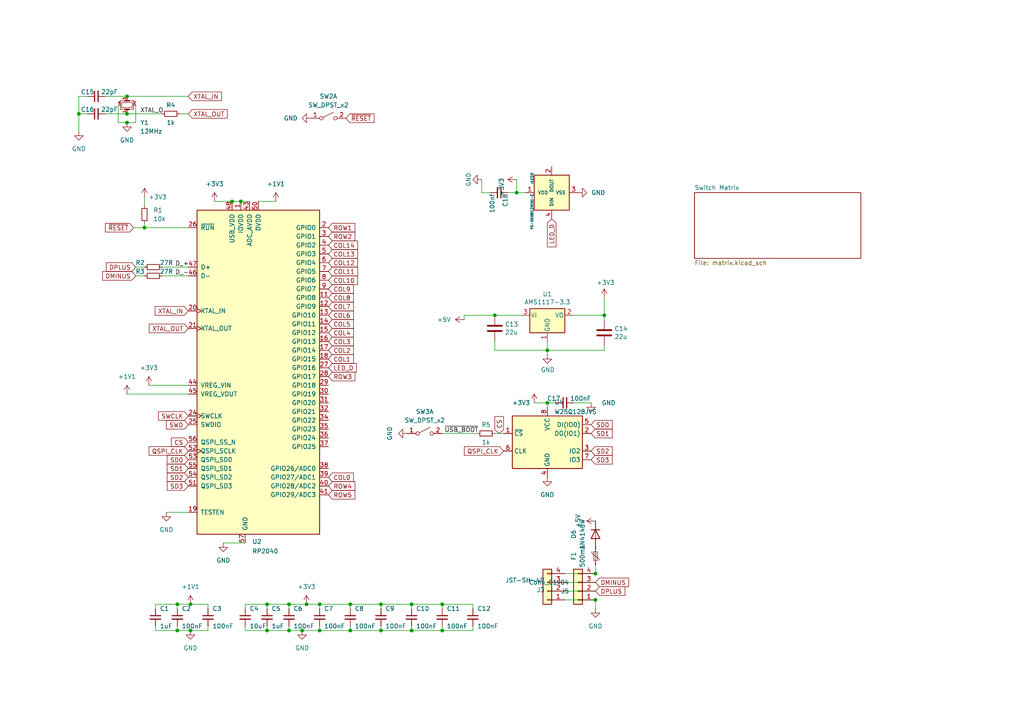
<source format=kicad_sch>
(kicad_sch
	(version 20250114)
	(generator "eeschema")
	(generator_version "9.0")
	(uuid "04058028-32b6-48b9-92b5-acff4941d90b")
	(paper "A4")
	(lib_symbols
		(symbol "Connector_Generic:Conn_01x04"
			(pin_names
				(offset 1.016)
				(hide yes)
			)
			(exclude_from_sim no)
			(in_bom yes)
			(on_board yes)
			(property "Reference" "J"
				(at 0 5.08 0)
				(effects
					(font
						(size 1.27 1.27)
					)
				)
			)
			(property "Value" "Conn_01x04"
				(at 0 -7.62 0)
				(effects
					(font
						(size 1.27 1.27)
					)
				)
			)
			(property "Footprint" ""
				(at 0 0 0)
				(effects
					(font
						(size 1.27 1.27)
					)
					(hide yes)
				)
			)
			(property "Datasheet" "~"
				(at 0 0 0)
				(effects
					(font
						(size 1.27 1.27)
					)
					(hide yes)
				)
			)
			(property "Description" "Generic connector, single row, 01x04, script generated (kicad-library-utils/schlib/autogen/connector/)"
				(at 0 0 0)
				(effects
					(font
						(size 1.27 1.27)
					)
					(hide yes)
				)
			)
			(property "ki_keywords" "connector"
				(at 0 0 0)
				(effects
					(font
						(size 1.27 1.27)
					)
					(hide yes)
				)
			)
			(property "ki_fp_filters" "Connector*:*_1x??_*"
				(at 0 0 0)
				(effects
					(font
						(size 1.27 1.27)
					)
					(hide yes)
				)
			)
			(symbol "Conn_01x04_1_1"
				(rectangle
					(start -1.27 3.81)
					(end 1.27 -6.35)
					(stroke
						(width 0.254)
						(type default)
					)
					(fill
						(type background)
					)
				)
				(rectangle
					(start -1.27 2.667)
					(end 0 2.413)
					(stroke
						(width 0.1524)
						(type default)
					)
					(fill
						(type none)
					)
				)
				(rectangle
					(start -1.27 0.127)
					(end 0 -0.127)
					(stroke
						(width 0.1524)
						(type default)
					)
					(fill
						(type none)
					)
				)
				(rectangle
					(start -1.27 -2.413)
					(end 0 -2.667)
					(stroke
						(width 0.1524)
						(type default)
					)
					(fill
						(type none)
					)
				)
				(rectangle
					(start -1.27 -4.953)
					(end 0 -5.207)
					(stroke
						(width 0.1524)
						(type default)
					)
					(fill
						(type none)
					)
				)
				(pin passive line
					(at -5.08 2.54 0)
					(length 3.81)
					(name "Pin_1"
						(effects
							(font
								(size 1.27 1.27)
							)
						)
					)
					(number "1"
						(effects
							(font
								(size 1.27 1.27)
							)
						)
					)
				)
				(pin passive line
					(at -5.08 0 0)
					(length 3.81)
					(name "Pin_2"
						(effects
							(font
								(size 1.27 1.27)
							)
						)
					)
					(number "2"
						(effects
							(font
								(size 1.27 1.27)
							)
						)
					)
				)
				(pin passive line
					(at -5.08 -2.54 0)
					(length 3.81)
					(name "Pin_3"
						(effects
							(font
								(size 1.27 1.27)
							)
						)
					)
					(number "3"
						(effects
							(font
								(size 1.27 1.27)
							)
						)
					)
				)
				(pin passive line
					(at -5.08 -5.08 0)
					(length 3.81)
					(name "Pin_4"
						(effects
							(font
								(size 1.27 1.27)
							)
						)
					)
					(number "4"
						(effects
							(font
								(size 1.27 1.27)
							)
						)
					)
				)
			)
			(embedded_fonts no)
		)
		(symbol "Device:C"
			(pin_numbers
				(hide yes)
			)
			(pin_names
				(offset 0.254)
			)
			(exclude_from_sim no)
			(in_bom yes)
			(on_board yes)
			(property "Reference" "C"
				(at 0.635 2.54 0)
				(effects
					(font
						(size 1.27 1.27)
					)
					(justify left)
				)
			)
			(property "Value" "C"
				(at 0.635 -2.54 0)
				(effects
					(font
						(size 1.27 1.27)
					)
					(justify left)
				)
			)
			(property "Footprint" ""
				(at 0.9652 -3.81 0)
				(effects
					(font
						(size 1.27 1.27)
					)
					(hide yes)
				)
			)
			(property "Datasheet" "~"
				(at 0 0 0)
				(effects
					(font
						(size 1.27 1.27)
					)
					(hide yes)
				)
			)
			(property "Description" "Unpolarized capacitor"
				(at 0 0 0)
				(effects
					(font
						(size 1.27 1.27)
					)
					(hide yes)
				)
			)
			(property "ki_keywords" "cap capacitor"
				(at 0 0 0)
				(effects
					(font
						(size 1.27 1.27)
					)
					(hide yes)
				)
			)
			(property "ki_fp_filters" "C_*"
				(at 0 0 0)
				(effects
					(font
						(size 1.27 1.27)
					)
					(hide yes)
				)
			)
			(symbol "C_0_1"
				(polyline
					(pts
						(xy -2.032 0.762) (xy 2.032 0.762)
					)
					(stroke
						(width 0.508)
						(type default)
					)
					(fill
						(type none)
					)
				)
				(polyline
					(pts
						(xy -2.032 -0.762) (xy 2.032 -0.762)
					)
					(stroke
						(width 0.508)
						(type default)
					)
					(fill
						(type none)
					)
				)
			)
			(symbol "C_1_1"
				(pin passive line
					(at 0 3.81 270)
					(length 2.794)
					(name "~"
						(effects
							(font
								(size 1.27 1.27)
							)
						)
					)
					(number "1"
						(effects
							(font
								(size 1.27 1.27)
							)
						)
					)
				)
				(pin passive line
					(at 0 -3.81 90)
					(length 2.794)
					(name "~"
						(effects
							(font
								(size 1.27 1.27)
							)
						)
					)
					(number "2"
						(effects
							(font
								(size 1.27 1.27)
							)
						)
					)
				)
			)
			(embedded_fonts no)
		)
		(symbol "Device:C_Small"
			(pin_numbers
				(hide yes)
			)
			(pin_names
				(offset 0.254)
				(hide yes)
			)
			(exclude_from_sim no)
			(in_bom yes)
			(on_board yes)
			(property "Reference" "C"
				(at 0.254 1.778 0)
				(effects
					(font
						(size 1.27 1.27)
					)
					(justify left)
				)
			)
			(property "Value" "C_Small"
				(at 0.254 -2.032 0)
				(effects
					(font
						(size 1.27 1.27)
					)
					(justify left)
				)
			)
			(property "Footprint" ""
				(at 0 0 0)
				(effects
					(font
						(size 1.27 1.27)
					)
					(hide yes)
				)
			)
			(property "Datasheet" "~"
				(at 0 0 0)
				(effects
					(font
						(size 1.27 1.27)
					)
					(hide yes)
				)
			)
			(property "Description" "Unpolarized capacitor, small symbol"
				(at 0 0 0)
				(effects
					(font
						(size 1.27 1.27)
					)
					(hide yes)
				)
			)
			(property "ki_keywords" "capacitor cap"
				(at 0 0 0)
				(effects
					(font
						(size 1.27 1.27)
					)
					(hide yes)
				)
			)
			(property "ki_fp_filters" "C_*"
				(at 0 0 0)
				(effects
					(font
						(size 1.27 1.27)
					)
					(hide yes)
				)
			)
			(symbol "C_Small_0_1"
				(polyline
					(pts
						(xy -1.524 0.508) (xy 1.524 0.508)
					)
					(stroke
						(width 0.3048)
						(type default)
					)
					(fill
						(type none)
					)
				)
				(polyline
					(pts
						(xy -1.524 -0.508) (xy 1.524 -0.508)
					)
					(stroke
						(width 0.3302)
						(type default)
					)
					(fill
						(type none)
					)
				)
			)
			(symbol "C_Small_1_1"
				(pin passive line
					(at 0 2.54 270)
					(length 2.032)
					(name "~"
						(effects
							(font
								(size 1.27 1.27)
							)
						)
					)
					(number "1"
						(effects
							(font
								(size 1.27 1.27)
							)
						)
					)
				)
				(pin passive line
					(at 0 -2.54 90)
					(length 2.032)
					(name "~"
						(effects
							(font
								(size 1.27 1.27)
							)
						)
					)
					(number "2"
						(effects
							(font
								(size 1.27 1.27)
							)
						)
					)
				)
			)
			(embedded_fonts no)
		)
		(symbol "Device:Crystal_GND24_Small"
			(pin_names
				(offset 1.016)
				(hide yes)
			)
			(exclude_from_sim no)
			(in_bom yes)
			(on_board yes)
			(property "Reference" "Y"
				(at 1.27 4.445 0)
				(effects
					(font
						(size 1.27 1.27)
					)
					(justify left)
				)
			)
			(property "Value" "Crystal_GND24_Small"
				(at 1.27 2.54 0)
				(effects
					(font
						(size 1.27 1.27)
					)
					(justify left)
				)
			)
			(property "Footprint" ""
				(at 0 0 0)
				(effects
					(font
						(size 1.27 1.27)
					)
					(hide yes)
				)
			)
			(property "Datasheet" "~"
				(at 0 0 0)
				(effects
					(font
						(size 1.27 1.27)
					)
					(hide yes)
				)
			)
			(property "Description" "Four pin crystal, GND on pins 2 and 4, small symbol"
				(at 0 0 0)
				(effects
					(font
						(size 1.27 1.27)
					)
					(hide yes)
				)
			)
			(property "ki_keywords" "quartz ceramic resonator oscillator"
				(at 0 0 0)
				(effects
					(font
						(size 1.27 1.27)
					)
					(hide yes)
				)
			)
			(property "ki_fp_filters" "Crystal*"
				(at 0 0 0)
				(effects
					(font
						(size 1.27 1.27)
					)
					(hide yes)
				)
			)
			(symbol "Crystal_GND24_Small_0_1"
				(polyline
					(pts
						(xy -1.27 1.27) (xy -1.27 1.905) (xy 1.27 1.905) (xy 1.27 1.27)
					)
					(stroke
						(width 0)
						(type default)
					)
					(fill
						(type none)
					)
				)
				(polyline
					(pts
						(xy -1.27 -0.762) (xy -1.27 0.762)
					)
					(stroke
						(width 0.381)
						(type default)
					)
					(fill
						(type none)
					)
				)
				(polyline
					(pts
						(xy -1.27 -1.27) (xy -1.27 -1.905) (xy 1.27 -1.905) (xy 1.27 -1.27)
					)
					(stroke
						(width 0)
						(type default)
					)
					(fill
						(type none)
					)
				)
				(rectangle
					(start -0.762 -1.524)
					(end 0.762 1.524)
					(stroke
						(width 0)
						(type default)
					)
					(fill
						(type none)
					)
				)
				(polyline
					(pts
						(xy 1.27 -0.762) (xy 1.27 0.762)
					)
					(stroke
						(width 0.381)
						(type default)
					)
					(fill
						(type none)
					)
				)
			)
			(symbol "Crystal_GND24_Small_1_1"
				(pin passive line
					(at -2.54 0 0)
					(length 1.27)
					(name "1"
						(effects
							(font
								(size 1.27 1.27)
							)
						)
					)
					(number "1"
						(effects
							(font
								(size 0.762 0.762)
							)
						)
					)
				)
				(pin passive line
					(at 0 2.54 270)
					(length 0.635)
					(name "4"
						(effects
							(font
								(size 1.27 1.27)
							)
						)
					)
					(number "4"
						(effects
							(font
								(size 0.762 0.762)
							)
						)
					)
				)
				(pin passive line
					(at 0 -2.54 90)
					(length 0.635)
					(name "2"
						(effects
							(font
								(size 1.27 1.27)
							)
						)
					)
					(number "2"
						(effects
							(font
								(size 0.762 0.762)
							)
						)
					)
				)
				(pin passive line
					(at 2.54 0 180)
					(length 1.27)
					(name "3"
						(effects
							(font
								(size 1.27 1.27)
							)
						)
					)
					(number "3"
						(effects
							(font
								(size 0.762 0.762)
							)
						)
					)
				)
			)
			(embedded_fonts no)
		)
		(symbol "Device:Polyfuse_Small"
			(pin_numbers
				(hide yes)
			)
			(pin_names
				(offset 0)
			)
			(exclude_from_sim no)
			(in_bom yes)
			(on_board yes)
			(property "Reference" "F"
				(at -1.905 0 90)
				(effects
					(font
						(size 1.27 1.27)
					)
				)
			)
			(property "Value" "Polyfuse_Small"
				(at 1.905 0 90)
				(effects
					(font
						(size 1.27 1.27)
					)
				)
			)
			(property "Footprint" ""
				(at 1.27 -5.08 0)
				(effects
					(font
						(size 1.27 1.27)
					)
					(justify left)
					(hide yes)
				)
			)
			(property "Datasheet" "~"
				(at 0 0 0)
				(effects
					(font
						(size 1.27 1.27)
					)
					(hide yes)
				)
			)
			(property "Description" "Resettable fuse, polymeric positive temperature coefficient, small symbol"
				(at 0 0 0)
				(effects
					(font
						(size 1.27 1.27)
					)
					(hide yes)
				)
			)
			(property "ki_keywords" "resettable fuse PTC PPTC polyfuse polyswitch"
				(at 0 0 0)
				(effects
					(font
						(size 1.27 1.27)
					)
					(hide yes)
				)
			)
			(property "ki_fp_filters" "*polyfuse* *PTC*"
				(at 0 0 0)
				(effects
					(font
						(size 1.27 1.27)
					)
					(hide yes)
				)
			)
			(symbol "Polyfuse_Small_0_1"
				(polyline
					(pts
						(xy -1.016 1.27) (xy -1.016 0.762) (xy 1.016 -0.762) (xy 1.016 -1.27)
					)
					(stroke
						(width 0)
						(type default)
					)
					(fill
						(type none)
					)
				)
				(rectangle
					(start -0.508 1.27)
					(end 0.508 -1.27)
					(stroke
						(width 0)
						(type default)
					)
					(fill
						(type none)
					)
				)
				(polyline
					(pts
						(xy 0 2.54) (xy 0 -2.54)
					)
					(stroke
						(width 0)
						(type default)
					)
					(fill
						(type none)
					)
				)
			)
			(symbol "Polyfuse_Small_1_1"
				(pin passive line
					(at 0 2.54 270)
					(length 0.635)
					(name "~"
						(effects
							(font
								(size 1.27 1.27)
							)
						)
					)
					(number "1"
						(effects
							(font
								(size 1.27 1.27)
							)
						)
					)
				)
				(pin passive line
					(at 0 -2.54 90)
					(length 0.635)
					(name "~"
						(effects
							(font
								(size 1.27 1.27)
							)
						)
					)
					(number "2"
						(effects
							(font
								(size 1.27 1.27)
							)
						)
					)
				)
			)
			(embedded_fonts no)
		)
		(symbol "Device:R_Small"
			(pin_numbers
				(hide yes)
			)
			(pin_names
				(offset 0.254)
				(hide yes)
			)
			(exclude_from_sim no)
			(in_bom yes)
			(on_board yes)
			(property "Reference" "R"
				(at 0.762 0.508 0)
				(effects
					(font
						(size 1.27 1.27)
					)
					(justify left)
				)
			)
			(property "Value" "R_Small"
				(at 0.762 -1.016 0)
				(effects
					(font
						(size 1.27 1.27)
					)
					(justify left)
				)
			)
			(property "Footprint" ""
				(at 0 0 0)
				(effects
					(font
						(size 1.27 1.27)
					)
					(hide yes)
				)
			)
			(property "Datasheet" "~"
				(at 0 0 0)
				(effects
					(font
						(size 1.27 1.27)
					)
					(hide yes)
				)
			)
			(property "Description" "Resistor, small symbol"
				(at 0 0 0)
				(effects
					(font
						(size 1.27 1.27)
					)
					(hide yes)
				)
			)
			(property "ki_keywords" "R resistor"
				(at 0 0 0)
				(effects
					(font
						(size 1.27 1.27)
					)
					(hide yes)
				)
			)
			(property "ki_fp_filters" "R_*"
				(at 0 0 0)
				(effects
					(font
						(size 1.27 1.27)
					)
					(hide yes)
				)
			)
			(symbol "R_Small_0_1"
				(rectangle
					(start -0.762 1.778)
					(end 0.762 -1.778)
					(stroke
						(width 0.2032)
						(type default)
					)
					(fill
						(type none)
					)
				)
			)
			(symbol "R_Small_1_1"
				(pin passive line
					(at 0 2.54 270)
					(length 0.762)
					(name "~"
						(effects
							(font
								(size 1.27 1.27)
							)
						)
					)
					(number "1"
						(effects
							(font
								(size 1.27 1.27)
							)
						)
					)
				)
				(pin passive line
					(at 0 -2.54 90)
					(length 0.762)
					(name "~"
						(effects
							(font
								(size 1.27 1.27)
							)
						)
					)
					(number "2"
						(effects
							(font
								(size 1.27 1.27)
							)
						)
					)
				)
			)
			(embedded_fonts no)
		)
		(symbol "Diode:1N4148W"
			(pin_numbers
				(hide yes)
			)
			(pin_names
				(hide yes)
			)
			(exclude_from_sim no)
			(in_bom yes)
			(on_board yes)
			(property "Reference" "D"
				(at 0 2.54 0)
				(effects
					(font
						(size 1.27 1.27)
					)
				)
			)
			(property "Value" "1N4148W"
				(at 0 -2.54 0)
				(effects
					(font
						(size 1.27 1.27)
					)
				)
			)
			(property "Footprint" "Diode_SMD:D_SOD-123"
				(at 0 -4.445 0)
				(effects
					(font
						(size 1.27 1.27)
					)
					(hide yes)
				)
			)
			(property "Datasheet" "https://www.vishay.com/docs/85748/1n4148w.pdf"
				(at 0 0 0)
				(effects
					(font
						(size 1.27 1.27)
					)
					(hide yes)
				)
			)
			(property "Description" "75V 0.15A Fast Switching Diode, SOD-123"
				(at 0 0 0)
				(effects
					(font
						(size 1.27 1.27)
					)
					(hide yes)
				)
			)
			(property "Sim.Device" "D"
				(at 0 0 0)
				(effects
					(font
						(size 1.27 1.27)
					)
					(hide yes)
				)
			)
			(property "Sim.Pins" "1=K 2=A"
				(at 0 0 0)
				(effects
					(font
						(size 1.27 1.27)
					)
					(hide yes)
				)
			)
			(property "ki_keywords" "diode"
				(at 0 0 0)
				(effects
					(font
						(size 1.27 1.27)
					)
					(hide yes)
				)
			)
			(property "ki_fp_filters" "D*SOD?123*"
				(at 0 0 0)
				(effects
					(font
						(size 1.27 1.27)
					)
					(hide yes)
				)
			)
			(symbol "1N4148W_0_1"
				(polyline
					(pts
						(xy -1.27 1.27) (xy -1.27 -1.27)
					)
					(stroke
						(width 0.254)
						(type default)
					)
					(fill
						(type none)
					)
				)
				(polyline
					(pts
						(xy 1.27 1.27) (xy 1.27 -1.27) (xy -1.27 0) (xy 1.27 1.27)
					)
					(stroke
						(width 0.254)
						(type default)
					)
					(fill
						(type none)
					)
				)
				(polyline
					(pts
						(xy 1.27 0) (xy -1.27 0)
					)
					(stroke
						(width 0)
						(type default)
					)
					(fill
						(type none)
					)
				)
			)
			(symbol "1N4148W_1_1"
				(pin passive line
					(at -3.81 0 0)
					(length 2.54)
					(name "K"
						(effects
							(font
								(size 1.27 1.27)
							)
						)
					)
					(number "1"
						(effects
							(font
								(size 1.27 1.27)
							)
						)
					)
				)
				(pin passive line
					(at 3.81 0 180)
					(length 2.54)
					(name "A"
						(effects
							(font
								(size 1.27 1.27)
							)
						)
					)
					(number "2"
						(effects
							(font
								(size 1.27 1.27)
							)
						)
					)
				)
			)
			(embedded_fonts no)
		)
		(symbol "Memory_Flash:W25Q128JVS"
			(exclude_from_sim no)
			(in_bom yes)
			(on_board yes)
			(property "Reference" "U"
				(at -8.89 8.89 0)
				(effects
					(font
						(size 1.27 1.27)
					)
				)
			)
			(property "Value" "W25Q128JVS"
				(at 7.62 8.89 0)
				(effects
					(font
						(size 1.27 1.27)
					)
				)
			)
			(property "Footprint" "Package_SO:SOIC-8_5.23x5.23mm_P1.27mm"
				(at 0 0 0)
				(effects
					(font
						(size 1.27 1.27)
					)
					(hide yes)
				)
			)
			(property "Datasheet" "http://www.winbond.com/resource-files/w25q128jv_dtr%20revc%2003272018%20plus.pdf"
				(at 0 0 0)
				(effects
					(font
						(size 1.27 1.27)
					)
					(hide yes)
				)
			)
			(property "Description" "128Mb Serial Flash Memory, Standard/Dual/Quad SPI, SOIC-8"
				(at 0 0 0)
				(effects
					(font
						(size 1.27 1.27)
					)
					(hide yes)
				)
			)
			(property "ki_keywords" "flash memory SPI QPI DTR"
				(at 0 0 0)
				(effects
					(font
						(size 1.27 1.27)
					)
					(hide yes)
				)
			)
			(property "ki_fp_filters" "SOIC*5.23x5.23mm*P1.27mm*"
				(at 0 0 0)
				(effects
					(font
						(size 1.27 1.27)
					)
					(hide yes)
				)
			)
			(symbol "W25Q128JVS_0_1"
				(rectangle
					(start -10.16 7.62)
					(end 10.16 -7.62)
					(stroke
						(width 0.254)
						(type default)
					)
					(fill
						(type background)
					)
				)
			)
			(symbol "W25Q128JVS_1_1"
				(pin input line
					(at -12.7 2.54 0)
					(length 2.54)
					(name "~{CS}"
						(effects
							(font
								(size 1.27 1.27)
							)
						)
					)
					(number "1"
						(effects
							(font
								(size 1.27 1.27)
							)
						)
					)
				)
				(pin input line
					(at -12.7 -2.54 0)
					(length 2.54)
					(name "CLK"
						(effects
							(font
								(size 1.27 1.27)
							)
						)
					)
					(number "6"
						(effects
							(font
								(size 1.27 1.27)
							)
						)
					)
				)
				(pin power_in line
					(at 0 10.16 270)
					(length 2.54)
					(name "VCC"
						(effects
							(font
								(size 1.27 1.27)
							)
						)
					)
					(number "8"
						(effects
							(font
								(size 1.27 1.27)
							)
						)
					)
				)
				(pin power_in line
					(at 0 -10.16 90)
					(length 2.54)
					(name "GND"
						(effects
							(font
								(size 1.27 1.27)
							)
						)
					)
					(number "4"
						(effects
							(font
								(size 1.27 1.27)
							)
						)
					)
				)
				(pin bidirectional line
					(at 12.7 5.08 180)
					(length 2.54)
					(name "DI(IO0)"
						(effects
							(font
								(size 1.27 1.27)
							)
						)
					)
					(number "5"
						(effects
							(font
								(size 1.27 1.27)
							)
						)
					)
				)
				(pin bidirectional line
					(at 12.7 2.54 180)
					(length 2.54)
					(name "DO(IO1)"
						(effects
							(font
								(size 1.27 1.27)
							)
						)
					)
					(number "2"
						(effects
							(font
								(size 1.27 1.27)
							)
						)
					)
				)
				(pin bidirectional line
					(at 12.7 -2.54 180)
					(length 2.54)
					(name "IO2"
						(effects
							(font
								(size 1.27 1.27)
							)
						)
					)
					(number "3"
						(effects
							(font
								(size 1.27 1.27)
							)
						)
					)
				)
				(pin bidirectional line
					(at 12.7 -5.08 180)
					(length 2.54)
					(name "IO3"
						(effects
							(font
								(size 1.27 1.27)
							)
						)
					)
					(number "7"
						(effects
							(font
								(size 1.27 1.27)
							)
						)
					)
				)
			)
			(embedded_fonts no)
		)
		(symbol "Regulator_Linear:AMS1117-3.3"
			(pin_names
				(offset 0.254)
			)
			(exclude_from_sim no)
			(in_bom yes)
			(on_board yes)
			(property "Reference" "U"
				(at -3.81 3.175 0)
				(effects
					(font
						(size 1.27 1.27)
					)
				)
			)
			(property "Value" "AMS1117-3.3"
				(at 0 3.175 0)
				(effects
					(font
						(size 1.27 1.27)
					)
					(justify left)
				)
			)
			(property "Footprint" "Package_TO_SOT_SMD:SOT-223-3_TabPin2"
				(at 0 5.08 0)
				(effects
					(font
						(size 1.27 1.27)
					)
					(hide yes)
				)
			)
			(property "Datasheet" "http://www.advanced-monolithic.com/pdf/ds1117.pdf"
				(at 2.54 -6.35 0)
				(effects
					(font
						(size 1.27 1.27)
					)
					(hide yes)
				)
			)
			(property "Description" "1A Low Dropout regulator, positive, 3.3V fixed output, SOT-223"
				(at 0 0 0)
				(effects
					(font
						(size 1.27 1.27)
					)
					(hide yes)
				)
			)
			(property "ki_keywords" "linear regulator ldo fixed positive"
				(at 0 0 0)
				(effects
					(font
						(size 1.27 1.27)
					)
					(hide yes)
				)
			)
			(property "ki_fp_filters" "SOT?223*TabPin2*"
				(at 0 0 0)
				(effects
					(font
						(size 1.27 1.27)
					)
					(hide yes)
				)
			)
			(symbol "AMS1117-3.3_0_1"
				(rectangle
					(start -5.08 -5.08)
					(end 5.08 1.905)
					(stroke
						(width 0.254)
						(type default)
					)
					(fill
						(type background)
					)
				)
			)
			(symbol "AMS1117-3.3_1_1"
				(pin power_in line
					(at -7.62 0 0)
					(length 2.54)
					(name "VI"
						(effects
							(font
								(size 1.27 1.27)
							)
						)
					)
					(number "3"
						(effects
							(font
								(size 1.27 1.27)
							)
						)
					)
				)
				(pin power_in line
					(at 0 -7.62 90)
					(length 2.54)
					(name "GND"
						(effects
							(font
								(size 1.27 1.27)
							)
						)
					)
					(number "1"
						(effects
							(font
								(size 1.27 1.27)
							)
						)
					)
				)
				(pin power_out line
					(at 7.62 0 180)
					(length 2.54)
					(name "VO"
						(effects
							(font
								(size 1.27 1.27)
							)
						)
					)
					(number "2"
						(effects
							(font
								(size 1.27 1.27)
							)
						)
					)
				)
			)
			(embedded_fonts no)
		)
		(symbol "Sleep-lib:RP2040"
			(pin_names
				(offset 1.016)
			)
			(exclude_from_sim no)
			(in_bom yes)
			(on_board yes)
			(property "Reference" "U"
				(at 8.89 51.435 0)
				(effects
					(font
						(size 1.27 1.27)
					)
					(justify left bottom)
				)
			)
			(property "Value" "RP2040"
				(at 8.89 48.895 0)
				(effects
					(font
						(size 1.27 1.27)
					)
					(justify left bottom)
				)
			)
			(property "Footprint" "Sleep-Lib:RP2040-QFN-56"
				(at -20.32 62.23 0)
				(effects
					(font
						(size 1.27 1.27)
					)
					(justify left bottom)
					(hide yes)
				)
			)
			(property "Datasheet" "https://datasheets.raspberrypi.com/rp2040/rp2040-datasheet.pdf"
				(at -20.32 62.23 0)
				(effects
					(font
						(size 1.27 1.27)
					)
					(justify left bottom)
					(hide yes)
				)
			)
			(property "Description" ""
				(at 0 0 0)
				(effects
					(font
						(size 1.27 1.27)
					)
					(hide yes)
				)
			)
			(property "ki_keywords" "raspberry pi 2040"
				(at 0 0 0)
				(effects
					(font
						(size 1.27 1.27)
					)
					(hide yes)
				)
			)
			(symbol "RP2040_0_0"
				(rectangle
					(start -17.78 -45.72)
					(end 17.78 48.26)
					(stroke
						(width 0.254)
						(type default)
					)
					(fill
						(type background)
					)
				)
			)
			(symbol "RP2040_1_1"
				(pin input line
					(at -20.32 43.18 0)
					(length 2.54)
					(name "~{RUN}"
						(effects
							(font
								(size 1.27 1.27)
							)
						)
					)
					(number "26"
						(effects
							(font
								(size 1.27 1.27)
							)
						)
					)
				)
				(pin bidirectional line
					(at -20.32 31.75 0)
					(length 2.54)
					(name "D+"
						(effects
							(font
								(size 1.27 1.27)
							)
						)
					)
					(number "47"
						(effects
							(font
								(size 1.27 1.27)
							)
						)
					)
				)
				(pin bidirectional line
					(at -20.32 29.21 0)
					(length 2.54)
					(name "D-"
						(effects
							(font
								(size 1.27 1.27)
							)
						)
					)
					(number "46"
						(effects
							(font
								(size 1.27 1.27)
							)
						)
					)
				)
				(pin input clock
					(at -20.32 19.05 0)
					(length 2.54)
					(name "XTAL_IN"
						(effects
							(font
								(size 1.27 1.27)
							)
						)
					)
					(number "20"
						(effects
							(font
								(size 1.27 1.27)
							)
						)
					)
				)
				(pin input clock
					(at -20.32 13.97 0)
					(length 2.54)
					(name "XTAL_OUT"
						(effects
							(font
								(size 1.27 1.27)
							)
						)
					)
					(number "21"
						(effects
							(font
								(size 1.27 1.27)
							)
						)
					)
				)
				(pin power_in line
					(at -20.32 -2.54 0)
					(length 2.54)
					(name "VREG_VIN"
						(effects
							(font
								(size 1.27 1.27)
							)
						)
					)
					(number "44"
						(effects
							(font
								(size 1.27 1.27)
							)
						)
					)
				)
				(pin power_out line
					(at -20.32 -5.08 0)
					(length 2.54)
					(name "VREG_VOUT"
						(effects
							(font
								(size 1.27 1.27)
							)
						)
					)
					(number "45"
						(effects
							(font
								(size 1.27 1.27)
							)
						)
					)
				)
				(pin input clock
					(at -20.32 -11.43 0)
					(length 2.54)
					(name "SWCLK"
						(effects
							(font
								(size 1.27 1.27)
							)
						)
					)
					(number "24"
						(effects
							(font
								(size 1.27 1.27)
							)
						)
					)
				)
				(pin bidirectional line
					(at -20.32 -13.97 0)
					(length 2.54)
					(name "SWDIO"
						(effects
							(font
								(size 1.27 1.27)
							)
						)
					)
					(number "25"
						(effects
							(font
								(size 1.27 1.27)
							)
						)
					)
				)
				(pin bidirectional line
					(at -20.32 -19.05 0)
					(length 2.54)
					(name "QSPI_SS_N"
						(effects
							(font
								(size 1.27 1.27)
							)
						)
					)
					(number "56"
						(effects
							(font
								(size 1.27 1.27)
							)
						)
					)
				)
				(pin input clock
					(at -20.32 -21.59 0)
					(length 2.54)
					(name "QSPI_SCLK"
						(effects
							(font
								(size 1.27 1.27)
							)
						)
					)
					(number "52"
						(effects
							(font
								(size 1.27 1.27)
							)
						)
					)
				)
				(pin bidirectional line
					(at -20.32 -24.13 0)
					(length 2.54)
					(name "QSPI_SD0"
						(effects
							(font
								(size 1.27 1.27)
							)
						)
					)
					(number "53"
						(effects
							(font
								(size 1.27 1.27)
							)
						)
					)
				)
				(pin bidirectional line
					(at -20.32 -26.67 0)
					(length 2.54)
					(name "QSPI_SD1"
						(effects
							(font
								(size 1.27 1.27)
							)
						)
					)
					(number "55"
						(effects
							(font
								(size 1.27 1.27)
							)
						)
					)
				)
				(pin bidirectional line
					(at -20.32 -29.21 0)
					(length 2.54)
					(name "QSPI_SD2"
						(effects
							(font
								(size 1.27 1.27)
							)
						)
					)
					(number "54"
						(effects
							(font
								(size 1.27 1.27)
							)
						)
					)
				)
				(pin bidirectional line
					(at -20.32 -31.75 0)
					(length 2.54)
					(name "QSPI_SD3"
						(effects
							(font
								(size 1.27 1.27)
							)
						)
					)
					(number "51"
						(effects
							(font
								(size 1.27 1.27)
							)
						)
					)
				)
				(pin input line
					(at -20.32 -39.37 0)
					(length 2.54)
					(name "TESTEN"
						(effects
							(font
								(size 1.27 1.27)
							)
						)
					)
					(number "19"
						(effects
							(font
								(size 1.27 1.27)
							)
						)
					)
				)
				(pin power_in line
					(at -7.62 50.8 270)
					(length 2.54)
					(name "USB_VDD"
						(effects
							(font
								(size 1.27 1.27)
							)
						)
					)
					(number "48"
						(effects
							(font
								(size 1.27 1.27)
							)
						)
					)
				)
				(pin power_in line
					(at -5.08 50.8 270)
					(length 2.54)
					(name "IOVDD"
						(effects
							(font
								(size 1.27 1.27)
							)
						)
					)
					(number "1"
						(effects
							(font
								(size 1.27 1.27)
							)
						)
					)
				)
				(pin power_in line
					(at -5.08 50.8 270)
					(length 2.54)
					(hide yes)
					(name "IOVDD"
						(effects
							(font
								(size 1.27 1.27)
							)
						)
					)
					(number "10"
						(effects
							(font
								(size 1.27 1.27)
							)
						)
					)
				)
				(pin power_in line
					(at -5.08 50.8 270)
					(length 2.54)
					(hide yes)
					(name "IOVDD"
						(effects
							(font
								(size 1.27 1.27)
							)
						)
					)
					(number "22"
						(effects
							(font
								(size 1.27 1.27)
							)
						)
					)
				)
				(pin power_in line
					(at -5.08 50.8 270)
					(length 2.54)
					(hide yes)
					(name "IOVDD"
						(effects
							(font
								(size 1.27 1.27)
							)
						)
					)
					(number "33"
						(effects
							(font
								(size 1.27 1.27)
							)
						)
					)
				)
				(pin power_in line
					(at -5.08 50.8 270)
					(length 2.54)
					(hide yes)
					(name "IOVDD"
						(effects
							(font
								(size 1.27 1.27)
							)
						)
					)
					(number "42"
						(effects
							(font
								(size 1.27 1.27)
							)
						)
					)
				)
				(pin power_in line
					(at -5.08 50.8 270)
					(length 2.54)
					(hide yes)
					(name "IOVDD"
						(effects
							(font
								(size 1.27 1.27)
							)
						)
					)
					(number "49"
						(effects
							(font
								(size 1.27 1.27)
							)
						)
					)
				)
				(pin power_in line
					(at -3.81 -48.26 90)
					(length 2.54)
					(name "GND"
						(effects
							(font
								(size 1.27 1.27)
							)
						)
					)
					(number "57"
						(effects
							(font
								(size 1.27 1.27)
							)
						)
					)
				)
				(pin power_in line
					(at -2.54 50.8 270)
					(length 2.54)
					(name "ADC_AVDD"
						(effects
							(font
								(size 1.27 1.27)
							)
						)
					)
					(number "43"
						(effects
							(font
								(size 1.27 1.27)
							)
						)
					)
				)
				(pin power_in line
					(at 0 50.8 270)
					(length 2.54)
					(hide yes)
					(name "DVDD"
						(effects
							(font
								(size 1.27 1.27)
							)
						)
					)
					(number "23"
						(effects
							(font
								(size 1.27 1.27)
							)
						)
					)
				)
				(pin power_in line
					(at 0 50.8 270)
					(length 2.54)
					(name "DVDD"
						(effects
							(font
								(size 1.27 1.27)
							)
						)
					)
					(number "50"
						(effects
							(font
								(size 1.27 1.27)
							)
						)
					)
				)
				(pin input line
					(at 20.32 43.18 180)
					(length 2.54)
					(name "GPIO0"
						(effects
							(font
								(size 1.27 1.27)
							)
						)
					)
					(number "2"
						(effects
							(font
								(size 1.27 1.27)
							)
						)
					)
				)
				(pin input line
					(at 20.32 40.64 180)
					(length 2.54)
					(name "GPIO1"
						(effects
							(font
								(size 1.27 1.27)
							)
						)
					)
					(number "3"
						(effects
							(font
								(size 1.27 1.27)
							)
						)
					)
				)
				(pin input line
					(at 20.32 38.1 180)
					(length 2.54)
					(name "GPIO2"
						(effects
							(font
								(size 1.27 1.27)
							)
						)
					)
					(number "4"
						(effects
							(font
								(size 1.27 1.27)
							)
						)
					)
				)
				(pin input line
					(at 20.32 35.56 180)
					(length 2.54)
					(name "GPIO3"
						(effects
							(font
								(size 1.27 1.27)
							)
						)
					)
					(number "5"
						(effects
							(font
								(size 1.27 1.27)
							)
						)
					)
				)
				(pin input line
					(at 20.32 33.02 180)
					(length 2.54)
					(name "GPIO4"
						(effects
							(font
								(size 1.27 1.27)
							)
						)
					)
					(number "6"
						(effects
							(font
								(size 1.27 1.27)
							)
						)
					)
				)
				(pin input line
					(at 20.32 30.48 180)
					(length 2.54)
					(name "GPIO5"
						(effects
							(font
								(size 1.27 1.27)
							)
						)
					)
					(number "7"
						(effects
							(font
								(size 1.27 1.27)
							)
						)
					)
				)
				(pin input line
					(at 20.32 27.94 180)
					(length 2.54)
					(name "GPIO6"
						(effects
							(font
								(size 1.27 1.27)
							)
						)
					)
					(number "8"
						(effects
							(font
								(size 1.27 1.27)
							)
						)
					)
				)
				(pin input line
					(at 20.32 25.4 180)
					(length 2.54)
					(name "GPIO7"
						(effects
							(font
								(size 1.27 1.27)
							)
						)
					)
					(number "9"
						(effects
							(font
								(size 1.27 1.27)
							)
						)
					)
				)
				(pin input line
					(at 20.32 22.86 180)
					(length 2.54)
					(name "GPIO8"
						(effects
							(font
								(size 1.27 1.27)
							)
						)
					)
					(number "11"
						(effects
							(font
								(size 1.27 1.27)
							)
						)
					)
				)
				(pin input line
					(at 20.32 20.32 180)
					(length 2.54)
					(name "GPIO9"
						(effects
							(font
								(size 1.27 1.27)
							)
						)
					)
					(number "12"
						(effects
							(font
								(size 1.27 1.27)
							)
						)
					)
				)
				(pin input line
					(at 20.32 17.78 180)
					(length 2.54)
					(name "GPIO10"
						(effects
							(font
								(size 1.27 1.27)
							)
						)
					)
					(number "13"
						(effects
							(font
								(size 1.27 1.27)
							)
						)
					)
				)
				(pin input line
					(at 20.32 15.24 180)
					(length 2.54)
					(name "GPIO11"
						(effects
							(font
								(size 1.27 1.27)
							)
						)
					)
					(number "14"
						(effects
							(font
								(size 1.27 1.27)
							)
						)
					)
				)
				(pin input line
					(at 20.32 12.7 180)
					(length 2.54)
					(name "GPIO12"
						(effects
							(font
								(size 1.27 1.27)
							)
						)
					)
					(number "15"
						(effects
							(font
								(size 1.27 1.27)
							)
						)
					)
				)
				(pin input line
					(at 20.32 10.16 180)
					(length 2.54)
					(name "GPIO13"
						(effects
							(font
								(size 1.27 1.27)
							)
						)
					)
					(number "16"
						(effects
							(font
								(size 1.27 1.27)
							)
						)
					)
				)
				(pin input line
					(at 20.32 7.62 180)
					(length 2.54)
					(name "GPIO14"
						(effects
							(font
								(size 1.27 1.27)
							)
						)
					)
					(number "17"
						(effects
							(font
								(size 1.27 1.27)
							)
						)
					)
				)
				(pin input line
					(at 20.32 5.08 180)
					(length 2.54)
					(name "GPIO15"
						(effects
							(font
								(size 1.27 1.27)
							)
						)
					)
					(number "18"
						(effects
							(font
								(size 1.27 1.27)
							)
						)
					)
				)
				(pin input line
					(at 20.32 2.54 180)
					(length 2.54)
					(name "GPIO16"
						(effects
							(font
								(size 1.27 1.27)
							)
						)
					)
					(number "27"
						(effects
							(font
								(size 1.27 1.27)
							)
						)
					)
				)
				(pin input line
					(at 20.32 0 180)
					(length 2.54)
					(name "GPIO17"
						(effects
							(font
								(size 1.27 1.27)
							)
						)
					)
					(number "28"
						(effects
							(font
								(size 1.27 1.27)
							)
						)
					)
				)
				(pin input line
					(at 20.32 -2.54 180)
					(length 2.54)
					(name "GPIO18"
						(effects
							(font
								(size 1.27 1.27)
							)
						)
					)
					(number "29"
						(effects
							(font
								(size 1.27 1.27)
							)
						)
					)
				)
				(pin input line
					(at 20.32 -5.08 180)
					(length 2.54)
					(name "GPIO19"
						(effects
							(font
								(size 1.27 1.27)
							)
						)
					)
					(number "30"
						(effects
							(font
								(size 1.27 1.27)
							)
						)
					)
				)
				(pin input line
					(at 20.32 -7.62 180)
					(length 2.54)
					(name "GPIO20"
						(effects
							(font
								(size 1.27 1.27)
							)
						)
					)
					(number "31"
						(effects
							(font
								(size 1.27 1.27)
							)
						)
					)
				)
				(pin input line
					(at 20.32 -10.16 180)
					(length 2.54)
					(name "GPIO21"
						(effects
							(font
								(size 1.27 1.27)
							)
						)
					)
					(number "32"
						(effects
							(font
								(size 1.27 1.27)
							)
						)
					)
				)
				(pin input line
					(at 20.32 -12.7 180)
					(length 2.54)
					(name "GPIO22"
						(effects
							(font
								(size 1.27 1.27)
							)
						)
					)
					(number "34"
						(effects
							(font
								(size 1.27 1.27)
							)
						)
					)
				)
				(pin input line
					(at 20.32 -15.24 180)
					(length 2.54)
					(name "GPIO23"
						(effects
							(font
								(size 1.27 1.27)
							)
						)
					)
					(number "35"
						(effects
							(font
								(size 1.27 1.27)
							)
						)
					)
				)
				(pin input line
					(at 20.32 -17.78 180)
					(length 2.54)
					(name "GPIO24"
						(effects
							(font
								(size 1.27 1.27)
							)
						)
					)
					(number "36"
						(effects
							(font
								(size 1.27 1.27)
							)
						)
					)
				)
				(pin input line
					(at 20.32 -20.32 180)
					(length 2.54)
					(name "GPIO25"
						(effects
							(font
								(size 1.27 1.27)
							)
						)
					)
					(number "37"
						(effects
							(font
								(size 1.27 1.27)
							)
						)
					)
				)
				(pin input line
					(at 20.32 -26.67 180)
					(length 2.54)
					(name "GPIO26/ADC0"
						(effects
							(font
								(size 1.27 1.27)
							)
						)
					)
					(number "38"
						(effects
							(font
								(size 1.27 1.27)
							)
						)
					)
				)
				(pin input line
					(at 20.32 -29.21 180)
					(length 2.54)
					(name "GPIO27/ADC1"
						(effects
							(font
								(size 1.27 1.27)
							)
						)
					)
					(number "39"
						(effects
							(font
								(size 1.27 1.27)
							)
						)
					)
				)
				(pin input line
					(at 20.32 -31.75 180)
					(length 2.54)
					(name "GPIO28/ADC2"
						(effects
							(font
								(size 1.27 1.27)
							)
						)
					)
					(number "40"
						(effects
							(font
								(size 1.27 1.27)
							)
						)
					)
				)
				(pin input line
					(at 20.32 -34.29 180)
					(length 2.54)
					(name "GPIO29/ADC3"
						(effects
							(font
								(size 1.27 1.27)
							)
						)
					)
					(number "41"
						(effects
							(font
								(size 1.27 1.27)
							)
						)
					)
				)
			)
			(embedded_fonts no)
		)
		(symbol "Switch:SW_DPST_x2"
			(pin_names
				(offset 0)
				(hide yes)
			)
			(exclude_from_sim no)
			(in_bom yes)
			(on_board yes)
			(property "Reference" "SW"
				(at 0 3.175 0)
				(effects
					(font
						(size 1.27 1.27)
					)
				)
			)
			(property "Value" "SW_DPST_x2"
				(at 0 -2.54 0)
				(effects
					(font
						(size 1.27 1.27)
					)
				)
			)
			(property "Footprint" ""
				(at 0 0 0)
				(effects
					(font
						(size 1.27 1.27)
					)
					(hide yes)
				)
			)
			(property "Datasheet" "~"
				(at 0 0 0)
				(effects
					(font
						(size 1.27 1.27)
					)
					(hide yes)
				)
			)
			(property "Description" "Single Pole Single Throw (SPST) switch, separate symbol"
				(at 0 0 0)
				(effects
					(font
						(size 1.27 1.27)
					)
					(hide yes)
				)
			)
			(property "ki_keywords" "switch lever"
				(at 0 0 0)
				(effects
					(font
						(size 1.27 1.27)
					)
					(hide yes)
				)
			)
			(symbol "SW_DPST_x2_0_0"
				(circle
					(center -2.032 0)
					(radius 0.508)
					(stroke
						(width 0)
						(type default)
					)
					(fill
						(type none)
					)
				)
				(polyline
					(pts
						(xy -1.524 0.254) (xy 1.524 1.778)
					)
					(stroke
						(width 0)
						(type default)
					)
					(fill
						(type none)
					)
				)
				(circle
					(center 2.032 0)
					(radius 0.508)
					(stroke
						(width 0)
						(type default)
					)
					(fill
						(type none)
					)
				)
			)
			(symbol "SW_DPST_x2_1_1"
				(pin passive line
					(at -5.08 0 0)
					(length 2.54)
					(name "A"
						(effects
							(font
								(size 1.27 1.27)
							)
						)
					)
					(number "1"
						(effects
							(font
								(size 1.27 1.27)
							)
						)
					)
				)
				(pin passive line
					(at 5.08 0 180)
					(length 2.54)
					(name "B"
						(effects
							(font
								(size 1.27 1.27)
							)
						)
					)
					(number "2"
						(effects
							(font
								(size 1.27 1.27)
							)
						)
					)
				)
			)
			(symbol "SW_DPST_x2_2_1"
				(pin passive line
					(at -5.08 0 0)
					(length 2.54)
					(name "A"
						(effects
							(font
								(size 1.27 1.27)
							)
						)
					)
					(number "3"
						(effects
							(font
								(size 1.27 1.27)
							)
						)
					)
				)
				(pin passive line
					(at 5.08 0 180)
					(length 2.54)
					(name "B"
						(effects
							(font
								(size 1.27 1.27)
							)
						)
					)
					(number "4"
						(effects
							(font
								(size 1.27 1.27)
							)
						)
					)
				)
			)
			(embedded_fonts no)
		)
		(symbol "kbd_local:YS-SK6812MINI-E"
			(pin_names
				(offset 1.016)
			)
			(exclude_from_sim no)
			(in_bom yes)
			(on_board yes)
			(property "Reference" "LED"
				(at 2.54 -7.62 0)
				(effects
					(font
						(size 0.7366 0.7366)
					)
				)
			)
			(property "Value" "YS-SK6812MINI-E"
				(at 6.35 -6.35 0)
				(effects
					(font
						(size 0.7366 0.7366)
					)
				)
			)
			(property "Footprint" ""
				(at 2.54 -6.35 0)
				(effects
					(font
						(size 1.27 1.27)
					)
					(hide yes)
				)
			)
			(property "Datasheet" ""
				(at 2.54 -6.35 0)
				(effects
					(font
						(size 1.27 1.27)
					)
					(hide yes)
				)
			)
			(property "Description" ""
				(at 0 0 0)
				(effects
					(font
						(size 1.27 1.27)
					)
					(hide yes)
				)
			)
			(symbol "YS-SK6812MINI-E_0_1"
				(rectangle
					(start -5.08 5.08)
					(end 5.08 -5.08)
					(stroke
						(width 0.254)
						(type solid)
					)
					(fill
						(type background)
					)
				)
			)
			(symbol "YS-SK6812MINI-E_1_1"
				(pin input line
					(at -7.62 0 0)
					(length 2.54)
					(name "DIN"
						(effects
							(font
								(size 0.9906 0.9906)
							)
						)
					)
					(number "4"
						(effects
							(font
								(size 1.27 1.27)
							)
						)
					)
				)
				(pin power_in line
					(at 0 7.62 270)
					(length 2.54)
					(name "VDD"
						(effects
							(font
								(size 0.9906 0.9906)
							)
						)
					)
					(number "1"
						(effects
							(font
								(size 1.27 1.27)
							)
						)
					)
				)
				(pin power_in line
					(at 0 -7.62 90)
					(length 2.54)
					(name "VSS"
						(effects
							(font
								(size 0.9906 0.9906)
							)
						)
					)
					(number "3"
						(effects
							(font
								(size 1.27 1.27)
							)
						)
					)
				)
				(pin output line
					(at 7.62 0 180)
					(length 2.54)
					(name "DOUT"
						(effects
							(font
								(size 0.9906 0.9906)
							)
						)
					)
					(number "2"
						(effects
							(font
								(size 1.27 1.27)
							)
						)
					)
				)
			)
			(embedded_fonts no)
		)
		(symbol "power:+1V1"
			(power)
			(pin_names
				(offset 0)
			)
			(exclude_from_sim no)
			(in_bom yes)
			(on_board yes)
			(property "Reference" "#PWR"
				(at 0 -3.81 0)
				(effects
					(font
						(size 1.27 1.27)
					)
					(hide yes)
				)
			)
			(property "Value" "+1V1"
				(at 0 3.556 0)
				(effects
					(font
						(size 1.27 1.27)
					)
				)
			)
			(property "Footprint" ""
				(at 0 0 0)
				(effects
					(font
						(size 1.27 1.27)
					)
					(hide yes)
				)
			)
			(property "Datasheet" ""
				(at 0 0 0)
				(effects
					(font
						(size 1.27 1.27)
					)
					(hide yes)
				)
			)
			(property "Description" "Power symbol creates a global label with name \"+1V1\""
				(at 0 0 0)
				(effects
					(font
						(size 1.27 1.27)
					)
					(hide yes)
				)
			)
			(property "ki_keywords" "power-flag"
				(at 0 0 0)
				(effects
					(font
						(size 1.27 1.27)
					)
					(hide yes)
				)
			)
			(symbol "+1V1_0_1"
				(polyline
					(pts
						(xy -0.762 1.27) (xy 0 2.54)
					)
					(stroke
						(width 0)
						(type default)
					)
					(fill
						(type none)
					)
				)
				(polyline
					(pts
						(xy 0 2.54) (xy 0.762 1.27)
					)
					(stroke
						(width 0)
						(type default)
					)
					(fill
						(type none)
					)
				)
				(polyline
					(pts
						(xy 0 0) (xy 0 2.54)
					)
					(stroke
						(width 0)
						(type default)
					)
					(fill
						(type none)
					)
				)
			)
			(symbol "+1V1_1_1"
				(pin power_in line
					(at 0 0 90)
					(length 0)
					(hide yes)
					(name "+1V1"
						(effects
							(font
								(size 1.27 1.27)
							)
						)
					)
					(number "1"
						(effects
							(font
								(size 1.27 1.27)
							)
						)
					)
				)
			)
			(embedded_fonts no)
		)
		(symbol "power:+3V3"
			(power)
			(pin_names
				(offset 0)
			)
			(exclude_from_sim no)
			(in_bom yes)
			(on_board yes)
			(property "Reference" "#PWR"
				(at 0 -3.81 0)
				(effects
					(font
						(size 1.27 1.27)
					)
					(hide yes)
				)
			)
			(property "Value" "+3V3"
				(at 0 3.556 0)
				(effects
					(font
						(size 1.27 1.27)
					)
				)
			)
			(property "Footprint" ""
				(at 0 0 0)
				(effects
					(font
						(size 1.27 1.27)
					)
					(hide yes)
				)
			)
			(property "Datasheet" ""
				(at 0 0 0)
				(effects
					(font
						(size 1.27 1.27)
					)
					(hide yes)
				)
			)
			(property "Description" "Power symbol creates a global label with name \"+3V3\""
				(at 0 0 0)
				(effects
					(font
						(size 1.27 1.27)
					)
					(hide yes)
				)
			)
			(property "ki_keywords" "power-flag"
				(at 0 0 0)
				(effects
					(font
						(size 1.27 1.27)
					)
					(hide yes)
				)
			)
			(symbol "+3V3_0_1"
				(polyline
					(pts
						(xy -0.762 1.27) (xy 0 2.54)
					)
					(stroke
						(width 0)
						(type default)
					)
					(fill
						(type none)
					)
				)
				(polyline
					(pts
						(xy 0 2.54) (xy 0.762 1.27)
					)
					(stroke
						(width 0)
						(type default)
					)
					(fill
						(type none)
					)
				)
				(polyline
					(pts
						(xy 0 0) (xy 0 2.54)
					)
					(stroke
						(width 0)
						(type default)
					)
					(fill
						(type none)
					)
				)
			)
			(symbol "+3V3_1_1"
				(pin power_in line
					(at 0 0 90)
					(length 0)
					(hide yes)
					(name "+3V3"
						(effects
							(font
								(size 1.27 1.27)
							)
						)
					)
					(number "1"
						(effects
							(font
								(size 1.27 1.27)
							)
						)
					)
				)
			)
			(embedded_fonts no)
		)
		(symbol "power:+5V"
			(power)
			(pin_names
				(offset 0)
			)
			(exclude_from_sim no)
			(in_bom yes)
			(on_board yes)
			(property "Reference" "#PWR"
				(at 0 -3.81 0)
				(effects
					(font
						(size 1.27 1.27)
					)
					(hide yes)
				)
			)
			(property "Value" "+5V"
				(at 0 3.556 0)
				(effects
					(font
						(size 1.27 1.27)
					)
				)
			)
			(property "Footprint" ""
				(at 0 0 0)
				(effects
					(font
						(size 1.27 1.27)
					)
					(hide yes)
				)
			)
			(property "Datasheet" ""
				(at 0 0 0)
				(effects
					(font
						(size 1.27 1.27)
					)
					(hide yes)
				)
			)
			(property "Description" "Power symbol creates a global label with name \"+5V\""
				(at 0 0 0)
				(effects
					(font
						(size 1.27 1.27)
					)
					(hide yes)
				)
			)
			(property "ki_keywords" "power-flag"
				(at 0 0 0)
				(effects
					(font
						(size 1.27 1.27)
					)
					(hide yes)
				)
			)
			(symbol "+5V_0_1"
				(polyline
					(pts
						(xy -0.762 1.27) (xy 0 2.54)
					)
					(stroke
						(width 0)
						(type default)
					)
					(fill
						(type none)
					)
				)
				(polyline
					(pts
						(xy 0 2.54) (xy 0.762 1.27)
					)
					(stroke
						(width 0)
						(type default)
					)
					(fill
						(type none)
					)
				)
				(polyline
					(pts
						(xy 0 0) (xy 0 2.54)
					)
					(stroke
						(width 0)
						(type default)
					)
					(fill
						(type none)
					)
				)
			)
			(symbol "+5V_1_1"
				(pin power_in line
					(at 0 0 90)
					(length 0)
					(hide yes)
					(name "+5V"
						(effects
							(font
								(size 1.27 1.27)
							)
						)
					)
					(number "1"
						(effects
							(font
								(size 1.27 1.27)
							)
						)
					)
				)
			)
			(embedded_fonts no)
		)
		(symbol "power:GND"
			(power)
			(pin_names
				(offset 0)
			)
			(exclude_from_sim no)
			(in_bom yes)
			(on_board yes)
			(property "Reference" "#PWR"
				(at 0 -6.35 0)
				(effects
					(font
						(size 1.27 1.27)
					)
					(hide yes)
				)
			)
			(property "Value" "GND"
				(at 0 -3.81 0)
				(effects
					(font
						(size 1.27 1.27)
					)
				)
			)
			(property "Footprint" ""
				(at 0 0 0)
				(effects
					(font
						(size 1.27 1.27)
					)
					(hide yes)
				)
			)
			(property "Datasheet" ""
				(at 0 0 0)
				(effects
					(font
						(size 1.27 1.27)
					)
					(hide yes)
				)
			)
			(property "Description" "Power symbol creates a global label with name \"GND\" , ground"
				(at 0 0 0)
				(effects
					(font
						(size 1.27 1.27)
					)
					(hide yes)
				)
			)
			(property "ki_keywords" "power-flag"
				(at 0 0 0)
				(effects
					(font
						(size 1.27 1.27)
					)
					(hide yes)
				)
			)
			(symbol "GND_0_1"
				(polyline
					(pts
						(xy 0 0) (xy 0 -1.27) (xy 1.27 -1.27) (xy 0 -2.54) (xy -1.27 -1.27) (xy 0 -1.27)
					)
					(stroke
						(width 0)
						(type default)
					)
					(fill
						(type none)
					)
				)
			)
			(symbol "GND_1_1"
				(pin power_in line
					(at 0 0 270)
					(length 0)
					(hide yes)
					(name "GND"
						(effects
							(font
								(size 1.27 1.27)
							)
						)
					)
					(number "1"
						(effects
							(font
								(size 1.27 1.27)
							)
						)
					)
				)
			)
			(embedded_fonts no)
		)
	)
	(junction
		(at 36.83 35.56)
		(diameter 0)
		(color 0 0 0 0)
		(uuid "0755b9a2-a42d-4290-b2e0-6957e7663029")
	)
	(junction
		(at 67.31 58.42)
		(diameter 0)
		(color 0 0 0 0)
		(uuid "13d28aec-5902-4e2e-90e1-ed6db45dc2c9")
	)
	(junction
		(at 55.245 182.88)
		(diameter 0)
		(color 0 0 0 0)
		(uuid "1d90854b-53da-48ea-a476-fd6924b3eb6e")
	)
	(junction
		(at 158.75 116.84)
		(diameter 0)
		(color 0 0 0 0)
		(uuid "2d3d93a4-320d-4fac-aa2b-68f776346a17")
	)
	(junction
		(at 158.75 101.6)
		(diameter 0)
		(color 0 0 0 0)
		(uuid "36e53d6c-6b18-4cf1-859f-a0fb526f31f0")
	)
	(junction
		(at 87.63 182.88)
		(diameter 0)
		(color 0 0 0 0)
		(uuid "39ef2999-a327-4f71-93ee-49212413d6aa")
	)
	(junction
		(at 22.86 33.02)
		(diameter 0)
		(color 0 0 0 0)
		(uuid "3c9d620a-9a84-4349-91c8-8f405c7e7c31")
	)
	(junction
		(at 110.49 182.88)
		(diameter 0)
		(color 0 0 0 0)
		(uuid "42b0659e-ad68-474c-b3d5-48d7f5fdd399")
	)
	(junction
		(at 83.82 175.26)
		(diameter 0)
		(color 0 0 0 0)
		(uuid "4745143f-de7b-4cb0-a52a-707aadefe45f")
	)
	(junction
		(at 41.91 66.04)
		(diameter 0)
		(color 0 0 0 0)
		(uuid "4b33151f-3623-4e02-8272-4986d6291da4")
	)
	(junction
		(at 88.9 175.26)
		(diameter 0)
		(color 0 0 0 0)
		(uuid "5f6ee240-ec53-4040-8b3b-808e987c988a")
	)
	(junction
		(at 83.82 182.88)
		(diameter 0)
		(color 0 0 0 0)
		(uuid "62209c51-eaf8-4385-b9fa-5d290a299ed7")
	)
	(junction
		(at 172.72 166.37)
		(diameter 0)
		(color 0 0 0 0)
		(uuid "65380b23-9301-4129-b89e-c66e2f1f84d6")
	)
	(junction
		(at 128.27 175.26)
		(diameter 0)
		(color 0 0 0 0)
		(uuid "756af2ca-ea79-40ca-9574-5759a8c37fe2")
	)
	(junction
		(at 51.435 182.88)
		(diameter 0)
		(color 0 0 0 0)
		(uuid "89d42946-79cb-4b15-a3a8-bde7581a88b2")
	)
	(junction
		(at 51.435 175.26)
		(diameter 0)
		(color 0 0 0 0)
		(uuid "923efc11-6cbc-4514-b079-674516e9d8fb")
	)
	(junction
		(at 143.51 91.44)
		(diameter 0)
		(color 0 0 0 0)
		(uuid "966ec249-77c7-40be-b62e-b7b3522d6b62")
	)
	(junction
		(at 69.85 58.42)
		(diameter 0)
		(color 0 0 0 0)
		(uuid "980eaa79-01ef-4c65-a07f-045c37b7183a")
	)
	(junction
		(at 36.83 33.02)
		(diameter 0)
		(color 0 0 0 0)
		(uuid "9d8fe073-5e24-4946-92df-926cd2b36bff")
	)
	(junction
		(at 119.38 182.88)
		(diameter 0)
		(color 0 0 0 0)
		(uuid "a20c82b1-9549-47dc-92e9-4f8f8e7d5ddb")
	)
	(junction
		(at 36.83 27.94)
		(diameter 0)
		(color 0 0 0 0)
		(uuid "a902ef43-5fd3-4ef1-9540-a9064f792eba")
	)
	(junction
		(at 172.72 173.99)
		(diameter 0)
		(color 0 0 0 0)
		(uuid "b9542587-a6df-4b64-af05-16e6d92b8101")
	)
	(junction
		(at 149.86 55.88)
		(diameter 0)
		(color 0 0 0 0)
		(uuid "bae4e079-27a9-4b91-ab10-d0427188824e")
	)
	(junction
		(at 92.71 182.88)
		(diameter 0)
		(color 0 0 0 0)
		(uuid "bcecb87a-b86a-4ef3-9a6a-67402627b6cd")
	)
	(junction
		(at 119.38 175.26)
		(diameter 0)
		(color 0 0 0 0)
		(uuid "be8dbb51-257c-4965-8f1e-a19293622719")
	)
	(junction
		(at 92.71 175.26)
		(diameter 0)
		(color 0 0 0 0)
		(uuid "c53a40d8-e577-4ce1-9079-db5eaa83150c")
	)
	(junction
		(at 101.6 175.26)
		(diameter 0)
		(color 0 0 0 0)
		(uuid "cd8901b4-1a04-4db3-a917-b85c4fa600b2")
	)
	(junction
		(at 110.49 175.26)
		(diameter 0)
		(color 0 0 0 0)
		(uuid "d58f6630-e402-40d4-a4b1-8001ca8e4205")
	)
	(junction
		(at 101.6 182.88)
		(diameter 0)
		(color 0 0 0 0)
		(uuid "dd5c90c6-b021-42d3-b566-ae187a394952")
	)
	(junction
		(at 77.47 175.26)
		(diameter 0)
		(color 0 0 0 0)
		(uuid "e85f8bb2-facb-44e3-9b06-dc810edac061")
	)
	(junction
		(at 175.26 91.44)
		(diameter 0)
		(color 0 0 0 0)
		(uuid "eb1fce97-d188-45e4-a82e-68461553c8fb")
	)
	(junction
		(at 77.47 182.88)
		(diameter 0)
		(color 0 0 0 0)
		(uuid "f0a7bff2-bdae-4886-a685-65651bdb76e8")
	)
	(junction
		(at 55.245 175.26)
		(diameter 0)
		(color 0 0 0 0)
		(uuid "f2c8b2a2-d0c2-4181-bc37-fdf9066b7ec0")
	)
	(junction
		(at 128.27 182.88)
		(diameter 0)
		(color 0 0 0 0)
		(uuid "f3a3067c-7c84-4330-b87a-1e6154c703a1")
	)
	(wire
		(pts
			(xy 119.38 175.26) (xy 128.27 175.26)
		)
		(stroke
			(width 0)
			(type default)
		)
		(uuid "025d5ccf-1ce7-41a7-8eb2-dee0a9428eb7")
	)
	(wire
		(pts
			(xy 71.12 181.61) (xy 71.12 182.88)
		)
		(stroke
			(width 0)
			(type default)
		)
		(uuid "04ad74d3-f934-402d-8d5d-6f9c60665b45")
	)
	(wire
		(pts
			(xy 71.12 182.88) (xy 77.47 182.88)
		)
		(stroke
			(width 0)
			(type default)
		)
		(uuid "08291635-a72d-44bf-b091-9ccd0023277a")
	)
	(wire
		(pts
			(xy 39.37 80.01) (xy 41.91 80.01)
		)
		(stroke
			(width 0)
			(type default)
		)
		(uuid "09ad8865-8208-434d-86a0-8a95324c8186")
	)
	(wire
		(pts
			(xy 54.61 114.3) (xy 36.83 114.3)
		)
		(stroke
			(width 0)
			(type default)
		)
		(uuid "0aaa69bb-f8c7-4d48-843d-d0159ee27b1f")
	)
	(wire
		(pts
			(xy 83.82 175.26) (xy 83.82 176.53)
		)
		(stroke
			(width 0)
			(type default)
		)
		(uuid "12e07007-8e00-4612-ba57-11f41c2b002a")
	)
	(wire
		(pts
			(xy 158.75 116.84) (xy 158.75 118.11)
		)
		(stroke
			(width 0)
			(type default)
		)
		(uuid "1673ebf3-e126-43d3-b679-938e0a3f3123")
	)
	(wire
		(pts
			(xy 149.86 55.88) (xy 147.32 55.88)
		)
		(stroke
			(width 0)
			(type default)
		)
		(uuid "184dbfae-8fd4-47c5-9fdb-35cc4e933aa4")
	)
	(wire
		(pts
			(xy 45.085 182.88) (xy 51.435 182.88)
		)
		(stroke
			(width 0)
			(type default)
		)
		(uuid "18a8141d-e18d-4d34-9f27-a254ad1ccc55")
	)
	(wire
		(pts
			(xy 25.4 27.94) (xy 22.86 27.94)
		)
		(stroke
			(width 0)
			(type default)
		)
		(uuid "1af6addf-086c-4295-80f0-b57be6656699")
	)
	(wire
		(pts
			(xy 30.48 27.94) (xy 36.83 27.94)
		)
		(stroke
			(width 0)
			(type default)
		)
		(uuid "1d38a24c-a163-464d-b528-2c93b66990e4")
	)
	(wire
		(pts
			(xy 34.29 30.48) (xy 34.29 35.56)
		)
		(stroke
			(width 0)
			(type default)
		)
		(uuid "23058c6a-ee23-4d67-b55a-81be26bd467b")
	)
	(wire
		(pts
			(xy 149.86 55.88) (xy 152.4 55.88)
		)
		(stroke
			(width 0)
			(type default)
		)
		(uuid "2a6f9d3a-5a35-4c88-b2ca-b7168dd87366")
	)
	(wire
		(pts
			(xy 172.72 168.91) (xy 163.83 168.91)
		)
		(stroke
			(width 0)
			(type default)
		)
		(uuid "2bf5600c-b7e9-48e3-aa8a-dc9b03734477")
	)
	(wire
		(pts
			(xy 46.99 80.01) (xy 54.61 80.01)
		)
		(stroke
			(width 0)
			(type default)
		)
		(uuid "2dbfa845-5c14-41f1-9e9e-0acdb6fb04f3")
	)
	(wire
		(pts
			(xy 34.29 35.56) (xy 36.83 35.56)
		)
		(stroke
			(width 0)
			(type default)
		)
		(uuid "2e27446e-b01c-4694-9d18-330c6073fc6b")
	)
	(wire
		(pts
			(xy 38.735 66.04) (xy 41.91 66.04)
		)
		(stroke
			(width 0)
			(type default)
		)
		(uuid "31d4beae-3d86-4adc-b4f1-5389a52358c5")
	)
	(wire
		(pts
			(xy 128.27 175.26) (xy 137.16 175.26)
		)
		(stroke
			(width 0)
			(type default)
		)
		(uuid "325af30d-fa74-44df-85cd-6fe07a4eee8a")
	)
	(wire
		(pts
			(xy 67.31 58.42) (xy 69.85 58.42)
		)
		(stroke
			(width 0)
			(type default)
		)
		(uuid "32c0a98d-37df-478c-9b44-51d539881710")
	)
	(wire
		(pts
			(xy 74.93 58.42) (xy 80.01 58.42)
		)
		(stroke
			(width 0)
			(type default)
		)
		(uuid "377fcc95-2b26-463a-ad2b-4929fbf374de")
	)
	(wire
		(pts
			(xy 62.23 58.42) (xy 67.31 58.42)
		)
		(stroke
			(width 0)
			(type default)
		)
		(uuid "37bd725e-2030-487f-bbb3-84a409e7c596")
	)
	(wire
		(pts
			(xy 134.62 91.44) (xy 143.51 91.44)
		)
		(stroke
			(width 0)
			(type default)
		)
		(uuid "37f2ec27-00f0-4b10-a05c-1742888ced4e")
	)
	(wire
		(pts
			(xy 51.435 175.26) (xy 45.085 175.26)
		)
		(stroke
			(width 0)
			(type default)
		)
		(uuid "38d0e253-135d-4366-9f6f-07344644bf81")
	)
	(wire
		(pts
			(xy 22.86 27.94) (xy 22.86 33.02)
		)
		(stroke
			(width 0)
			(type default)
		)
		(uuid "3a2300cf-38b6-48dc-949f-26c266ef60ae")
	)
	(wire
		(pts
			(xy 128.27 182.88) (xy 128.27 181.61)
		)
		(stroke
			(width 0)
			(type default)
		)
		(uuid "3ee1b5d1-894f-4b9f-8df8-8aec11c783cb")
	)
	(wire
		(pts
			(xy 71.12 175.26) (xy 77.47 175.26)
		)
		(stroke
			(width 0)
			(type default)
		)
		(uuid "409740b4-62a2-4e75-bb67-3fb976b73cc8")
	)
	(wire
		(pts
			(xy 46.99 77.47) (xy 54.61 77.47)
		)
		(stroke
			(width 0)
			(type default)
		)
		(uuid "42a03aca-03de-484e-8de1-6b6c7b792e41")
	)
	(wire
		(pts
			(xy 158.75 99.06) (xy 158.75 101.6)
		)
		(stroke
			(width 0)
			(type default)
		)
		(uuid "448c2641-f931-4bb0-b1b9-6d1a159a860c")
	)
	(wire
		(pts
			(xy 172.72 163.83) (xy 172.72 166.37)
		)
		(stroke
			(width 0)
			(type default)
		)
		(uuid "48aa89b1-7fbf-4fda-ac9a-9b0ec922136c")
	)
	(wire
		(pts
			(xy 175.26 101.6) (xy 158.75 101.6)
		)
		(stroke
			(width 0)
			(type default)
		)
		(uuid "49c34a20-b272-4438-ae2f-480a82afc18b")
	)
	(wire
		(pts
			(xy 101.6 182.88) (xy 101.6 181.61)
		)
		(stroke
			(width 0)
			(type default)
		)
		(uuid "49d9c6fb-83aa-468f-bd0a-627eb10f49fa")
	)
	(wire
		(pts
			(xy 166.37 116.84) (xy 171.45 116.84)
		)
		(stroke
			(width 0)
			(type default)
		)
		(uuid "4b8f3a89-6324-416e-bd4a-7d6fda0ac184")
	)
	(wire
		(pts
			(xy 110.49 175.26) (xy 119.38 175.26)
		)
		(stroke
			(width 0)
			(type default)
		)
		(uuid "4f5ed763-1139-4d9a-873c-010a485f8405")
	)
	(wire
		(pts
			(xy 143.51 125.73) (xy 146.05 125.73)
		)
		(stroke
			(width 0)
			(type default)
		)
		(uuid "531a444d-c373-46de-aa24-4abcb06aa9e6")
	)
	(wire
		(pts
			(xy 39.37 30.48) (xy 39.37 35.56)
		)
		(stroke
			(width 0)
			(type default)
		)
		(uuid "55994791-897f-4558-b6bd-4d7dd5ea2e55")
	)
	(wire
		(pts
			(xy 41.91 66.04) (xy 54.61 66.04)
		)
		(stroke
			(width 0)
			(type default)
		)
		(uuid "57a1e527-4a3d-4185-bd77-07b55ce9b828")
	)
	(wire
		(pts
			(xy 143.51 99.06) (xy 143.51 101.6)
		)
		(stroke
			(width 0)
			(type default)
		)
		(uuid "5bc7695b-f094-4fc5-9e2d-a0c28dbdadb7")
	)
	(wire
		(pts
			(xy 110.49 181.61) (xy 110.49 182.88)
		)
		(stroke
			(width 0)
			(type default)
		)
		(uuid "5f4429ec-31e6-4fb7-8b1f-1d9d1c367bc4")
	)
	(wire
		(pts
			(xy 41.91 64.77) (xy 41.91 66.04)
		)
		(stroke
			(width 0)
			(type default)
		)
		(uuid "612f9208-53d3-4005-aa28-131d5b6e8534")
	)
	(wire
		(pts
			(xy 69.85 58.42) (xy 72.39 58.42)
		)
		(stroke
			(width 0)
			(type default)
		)
		(uuid "61f831fb-7d42-4cfa-a628-c1fb2bb69f70")
	)
	(wire
		(pts
			(xy 158.75 101.6) (xy 158.75 102.87)
		)
		(stroke
			(width 0)
			(type default)
		)
		(uuid "62fd13c2-4893-4c86-addb-f13ff86c7c8f")
	)
	(wire
		(pts
			(xy 45.085 181.61) (xy 45.085 182.88)
		)
		(stroke
			(width 0)
			(type default)
		)
		(uuid "65395c44-7cf7-4982-a8fb-7c127c6a4fac")
	)
	(wire
		(pts
			(xy 110.49 182.88) (xy 119.38 182.88)
		)
		(stroke
			(width 0)
			(type default)
		)
		(uuid "6603dcca-d42e-4fb2-95b1-cfea2fd1ed00")
	)
	(wire
		(pts
			(xy 87.63 182.88) (xy 92.71 182.88)
		)
		(stroke
			(width 0)
			(type default)
		)
		(uuid "6a8538b6-9233-4cfb-ae2c-c8d6357ce790")
	)
	(wire
		(pts
			(xy 163.83 166.37) (xy 172.72 166.37)
		)
		(stroke
			(width 0)
			(type default)
		)
		(uuid "701f920a-c5f7-4878-a071-ffb0a5590f92")
	)
	(wire
		(pts
			(xy 83.82 175.26) (xy 88.9 175.26)
		)
		(stroke
			(width 0)
			(type default)
		)
		(uuid "73a5d8e0-2e24-4f39-9644-17d2d686e328")
	)
	(wire
		(pts
			(xy 154.94 116.84) (xy 158.75 116.84)
		)
		(stroke
			(width 0)
			(type default)
		)
		(uuid "7a5ea5f8-04fe-40ba-8fd1-3f3ac2eb72ad")
	)
	(wire
		(pts
			(xy 52.07 33.02) (xy 54.61 33.02)
		)
		(stroke
			(width 0)
			(type default)
		)
		(uuid "7a5fe195-66a9-4fb1-9591-f8b7fbd19ab9")
	)
	(wire
		(pts
			(xy 77.47 175.26) (xy 77.47 176.53)
		)
		(stroke
			(width 0)
			(type default)
		)
		(uuid "81001516-ad5f-4dd5-a768-56335f8fe4b6")
	)
	(wire
		(pts
			(xy 22.86 33.02) (xy 25.4 33.02)
		)
		(stroke
			(width 0)
			(type default)
		)
		(uuid "8154ff0f-7a6a-4e53-8cfc-f5a791e097c4")
	)
	(wire
		(pts
			(xy 128.27 175.26) (xy 128.27 176.53)
		)
		(stroke
			(width 0)
			(type default)
		)
		(uuid "8610b8ce-1c7a-4373-8991-af71d533761a")
	)
	(wire
		(pts
			(xy 119.38 181.61) (xy 119.38 182.88)
		)
		(stroke
			(width 0)
			(type default)
		)
		(uuid "8ad3a854-4ceb-4ef3-aae6-b044814cc7d8")
	)
	(wire
		(pts
			(xy 137.16 182.88) (xy 137.16 181.61)
		)
		(stroke
			(width 0)
			(type default)
		)
		(uuid "8d7f4f63-16a1-41d4-aa7f-346f298575d5")
	)
	(wire
		(pts
			(xy 43.18 111.76) (xy 54.61 111.76)
		)
		(stroke
			(width 0)
			(type default)
		)
		(uuid "8efd3b92-18f7-4c2a-b6c5-c1e511c184d0")
	)
	(wire
		(pts
			(xy 55.245 182.88) (xy 60.325 182.88)
		)
		(stroke
			(width 0)
			(type default)
		)
		(uuid "8f688d3c-eaaa-4c6f-bf08-508dfc10eb71")
	)
	(wire
		(pts
			(xy 55.245 175.26) (xy 60.325 175.26)
		)
		(stroke
			(width 0)
			(type default)
		)
		(uuid "92c31dcf-aaa4-4966-b70f-d6a296884f6d")
	)
	(wire
		(pts
			(xy 119.38 175.26) (xy 119.38 176.53)
		)
		(stroke
			(width 0)
			(type default)
		)
		(uuid "940e442d-954f-4572-9a81-e9b0c30086f8")
	)
	(wire
		(pts
			(xy 39.37 35.56) (xy 36.83 35.56)
		)
		(stroke
			(width 0)
			(type default)
		)
		(uuid "9553d15b-8c45-453a-8b5b-556c6d21147e")
	)
	(wire
		(pts
			(xy 172.72 171.45) (xy 163.83 171.45)
		)
		(stroke
			(width 0)
			(type default)
		)
		(uuid "9a3b6b99-42d7-469c-9904-6d347ebdcf52")
	)
	(wire
		(pts
			(xy 60.325 182.88) (xy 60.325 181.61)
		)
		(stroke
			(width 0)
			(type default)
		)
		(uuid "9c8f7865-07c7-4ad4-a7b0-0a573826b059")
	)
	(wire
		(pts
			(xy 77.47 182.88) (xy 83.82 182.88)
		)
		(stroke
			(width 0)
			(type default)
		)
		(uuid "a098ff13-e1af-489f-9915-1e7d47ae72b5")
	)
	(wire
		(pts
			(xy 92.71 175.26) (xy 101.6 175.26)
		)
		(stroke
			(width 0)
			(type default)
		)
		(uuid "a150f7b7-6767-4cc0-971f-26277c7a3c4b")
	)
	(wire
		(pts
			(xy 158.75 116.84) (xy 161.29 116.84)
		)
		(stroke
			(width 0)
			(type default)
		)
		(uuid "a1cbde86-38e8-45c0-9757-caac80bb6b70")
	)
	(wire
		(pts
			(xy 175.26 91.44) (xy 175.26 92.71)
		)
		(stroke
			(width 0)
			(type default)
		)
		(uuid "a1eeb9b0-7ce3-4ac1-a22d-ff11dac5ba7e")
	)
	(wire
		(pts
			(xy 134.62 91.44) (xy 134.62 92.71)
		)
		(stroke
			(width 0)
			(type default)
		)
		(uuid "a25af555-623c-4f0e-81d5-a8a4f1bb5bb1")
	)
	(wire
		(pts
			(xy 45.085 175.26) (xy 45.085 176.53)
		)
		(stroke
			(width 0)
			(type default)
		)
		(uuid "a30af8bb-1d8c-4264-87b5-cbd2f19b7ce3")
	)
	(wire
		(pts
			(xy 55.245 175.26) (xy 51.435 175.26)
		)
		(stroke
			(width 0)
			(type default)
		)
		(uuid "a357c02d-baf0-4adf-8800-eba3020c1a85")
	)
	(wire
		(pts
			(xy 83.82 175.26) (xy 77.47 175.26)
		)
		(stroke
			(width 0)
			(type default)
		)
		(uuid "a38bce3b-3339-4fbf-9104-6e2c75bd2595")
	)
	(wire
		(pts
			(xy 51.435 175.26) (xy 51.435 176.53)
		)
		(stroke
			(width 0)
			(type default)
		)
		(uuid "a985e45c-2ef2-40bc-b817-cc20251081a4")
	)
	(wire
		(pts
			(xy 60.325 175.26) (xy 60.325 176.53)
		)
		(stroke
			(width 0)
			(type default)
		)
		(uuid "ae57b74d-7b5f-4049-8eef-1c4b6a6391ec")
	)
	(wire
		(pts
			(xy 39.37 77.47) (xy 41.91 77.47)
		)
		(stroke
			(width 0)
			(type default)
		)
		(uuid "aed9635e-78c6-46f4-87a5-60211252131d")
	)
	(wire
		(pts
			(xy 175.26 86.36) (xy 175.26 91.44)
		)
		(stroke
			(width 0)
			(type default)
		)
		(uuid "b17f0cf7-fbe5-415e-b4d0-ba6a5e81d3c0")
	)
	(wire
		(pts
			(xy 143.51 101.6) (xy 158.75 101.6)
		)
		(stroke
			(width 0)
			(type default)
		)
		(uuid "b7d1c0a2-75b0-490c-a6e0-50de28d198b7")
	)
	(wire
		(pts
			(xy 119.38 182.88) (xy 128.27 182.88)
		)
		(stroke
			(width 0)
			(type default)
		)
		(uuid "b8610072-7b96-4de9-bf09-2d9a41c6465b")
	)
	(wire
		(pts
			(xy 88.9 175.26) (xy 92.71 175.26)
		)
		(stroke
			(width 0)
			(type default)
		)
		(uuid "bc1d67c8-9f51-49de-9e51-a73015022d51")
	)
	(wire
		(pts
			(xy 101.6 175.26) (xy 110.49 175.26)
		)
		(stroke
			(width 0)
			(type default)
		)
		(uuid "bdc85a48-2963-46a9-9652-22e77e10e926")
	)
	(wire
		(pts
			(xy 30.48 33.02) (xy 36.83 33.02)
		)
		(stroke
			(width 0)
			(type default)
		)
		(uuid "becac250-8615-4f64-b905-1ad189f1cceb")
	)
	(wire
		(pts
			(xy 101.6 175.26) (xy 101.6 176.53)
		)
		(stroke
			(width 0)
			(type default)
		)
		(uuid "c2c6d9b8-03f4-44a2-ab64-43200ed0941d")
	)
	(wire
		(pts
			(xy 175.26 100.33) (xy 175.26 101.6)
		)
		(stroke
			(width 0)
			(type default)
		)
		(uuid "c53e4465-edab-42ff-9184-062556662d01")
	)
	(wire
		(pts
			(xy 149.86 55.88) (xy 149.86 52.07)
		)
		(stroke
			(width 0)
			(type default)
		)
		(uuid "c56c5577-fa05-40f9-87ef-e9eb7896a8b0")
	)
	(wire
		(pts
			(xy 137.16 175.26) (xy 137.16 176.53)
		)
		(stroke
			(width 0)
			(type default)
		)
		(uuid "c65a9fd1-cec0-4e75-93e2-07eb031442f0")
	)
	(wire
		(pts
			(xy 139.7 55.88) (xy 142.24 55.88)
		)
		(stroke
			(width 0)
			(type default)
		)
		(uuid "c6f9ebf0-cba4-470d-a1da-e50d0f8bd86b")
	)
	(wire
		(pts
			(xy 128.27 182.88) (xy 137.16 182.88)
		)
		(stroke
			(width 0)
			(type default)
		)
		(uuid "c71aeb33-4d40-4429-8ee9-ddbfc43dd66d")
	)
	(wire
		(pts
			(xy 166.37 91.44) (xy 175.26 91.44)
		)
		(stroke
			(width 0)
			(type default)
		)
		(uuid "c7fc3779-340c-4d00-a7ef-a2a963257e26")
	)
	(wire
		(pts
			(xy 71.12 176.53) (xy 71.12 175.26)
		)
		(stroke
			(width 0)
			(type default)
		)
		(uuid "c97c74cf-e2a9-4b4c-84e5-2eb4b536d82b")
	)
	(wire
		(pts
			(xy 172.72 173.99) (xy 172.72 176.53)
		)
		(stroke
			(width 0)
			(type default)
		)
		(uuid "ca8dd4fc-4a12-4e0d-a6ea-667a08c70f99")
	)
	(wire
		(pts
			(xy 64.77 157.48) (xy 71.12 157.48)
		)
		(stroke
			(width 0)
			(type default)
		)
		(uuid "cb9c02bc-0b57-4340-b1ba-01a4c66b411c")
	)
	(wire
		(pts
			(xy 22.86 33.02) (xy 22.86 38.1)
		)
		(stroke
			(width 0)
			(type default)
		)
		(uuid "cc2719fa-b342-4b58-b565-8afe7e81e234")
	)
	(wire
		(pts
			(xy 48.26 148.59) (xy 54.61 148.59)
		)
		(stroke
			(width 0)
			(type default)
		)
		(uuid "cdf6aa80-0d55-45f9-b4f0-001fef7e51bb")
	)
	(wire
		(pts
			(xy 92.71 182.88) (xy 92.71 181.61)
		)
		(stroke
			(width 0)
			(type default)
		)
		(uuid "d93fdccc-dcc9-413f-98fc-8db5a275cefa")
	)
	(wire
		(pts
			(xy 51.435 181.61) (xy 51.435 182.88)
		)
		(stroke
			(width 0)
			(type default)
		)
		(uuid "df7c2720-c7d9-4d5b-8151-b740816f2da6")
	)
	(wire
		(pts
			(xy 139.7 52.07) (xy 139.7 55.88)
		)
		(stroke
			(width 0)
			(type default)
		)
		(uuid "df95344e-9164-4a92-8b71-b4cf36e9a37c")
	)
	(wire
		(pts
			(xy 83.82 182.88) (xy 87.63 182.88)
		)
		(stroke
			(width 0)
			(type default)
		)
		(uuid "e3adcdbe-428e-47cf-8a84-5273526e9208")
	)
	(wire
		(pts
			(xy 163.83 173.99) (xy 172.72 173.99)
		)
		(stroke
			(width 0)
			(type default)
		)
		(uuid "e6be23e6-a70f-4063-8d30-b39cdd95cbea")
	)
	(wire
		(pts
			(xy 36.83 27.94) (xy 54.61 27.94)
		)
		(stroke
			(width 0)
			(type default)
		)
		(uuid "e6d553f4-d9cd-4891-bb0a-4168d4dd35c3")
	)
	(wire
		(pts
			(xy 101.6 182.88) (xy 110.49 182.88)
		)
		(stroke
			(width 0)
			(type default)
		)
		(uuid "e6dcf954-bed1-44bf-aa93-ade1fce99932")
	)
	(wire
		(pts
			(xy 110.49 175.26) (xy 110.49 176.53)
		)
		(stroke
			(width 0)
			(type default)
		)
		(uuid "e88fc17a-2bcd-496f-8f14-735d884d3949")
	)
	(wire
		(pts
			(xy 92.71 182.88) (xy 101.6 182.88)
		)
		(stroke
			(width 0)
			(type default)
		)
		(uuid "e8aded93-de7f-4f3c-8407-4d587765f3f5")
	)
	(wire
		(pts
			(xy 143.51 91.44) (xy 151.13 91.44)
		)
		(stroke
			(width 0)
			(type default)
		)
		(uuid "ea24b7fe-a549-4437-89dc-deb0a0710b0e")
	)
	(wire
		(pts
			(xy 83.82 181.61) (xy 83.82 182.88)
		)
		(stroke
			(width 0)
			(type default)
		)
		(uuid "eac729c8-088b-4d73-83a5-b8227d862dcf")
	)
	(wire
		(pts
			(xy 77.47 181.61) (xy 77.47 182.88)
		)
		(stroke
			(width 0)
			(type default)
		)
		(uuid "f2aaef0e-a524-426a-909b-0b02b15b0652")
	)
	(wire
		(pts
			(xy 92.71 175.26) (xy 92.71 176.53)
		)
		(stroke
			(width 0)
			(type default)
		)
		(uuid "f3caae00-6ce6-42a0-8ce6-0828de1b3574")
	)
	(wire
		(pts
			(xy 36.83 33.02) (xy 46.99 33.02)
		)
		(stroke
			(width 0)
			(type default)
		)
		(uuid "f4123e01-cf91-40ad-aba1-1a430341952e")
	)
	(wire
		(pts
			(xy 128.27 125.73) (xy 138.43 125.73)
		)
		(stroke
			(width 0)
			(type default)
		)
		(uuid "f7e234fd-6218-4e0c-b6f3-5c01a2eef967")
	)
	(wire
		(pts
			(xy 51.435 182.88) (xy 55.245 182.88)
		)
		(stroke
			(width 0)
			(type default)
		)
		(uuid "f884a92c-edd6-4ae4-b2ee-9bbdd93979f4")
	)
	(wire
		(pts
			(xy 41.91 57.15) (xy 41.91 59.69)
		)
		(stroke
			(width 0)
			(type default)
		)
		(uuid "f8b76ed1-0c5f-4dd4-8344-47379423a371")
	)
	(label "D_+"
		(at 50.8 77.47 0)
		(effects
			(font
				(size 1.27 1.27)
			)
			(justify left bottom)
		)
		(uuid "0da400f2-5bb1-4587-95b0-d3477b42be3b")
	)
	(label "XTAL_O"
		(at 40.64 33.02 0)
		(effects
			(font
				(size 1.27 1.27)
			)
			(justify left bottom)
		)
		(uuid "d1dbf71f-db42-45e9-af87-c8189e7be475")
	)
	(label "~{USB_BOOT}"
		(at 128.905 125.73 0)
		(effects
			(font
				(size 1.27 1.27)
			)
			(justify left bottom)
		)
		(uuid "e99a1e6e-877d-4f3d-913b-f377048d5d9b")
	)
	(label "D_-"
		(at 50.8 80.01 0)
		(effects
			(font
				(size 1.27 1.27)
			)
			(justify left bottom)
		)
		(uuid "f31c71f6-c5a7-45d2-a4c1-2742c522263d")
	)
	(global_label "QSPI_CLK"
		(shape input)
		(at 146.05 130.81 180)
		(fields_autoplaced yes)
		(effects
			(font
				(size 1.27 1.27)
			)
			(justify right)
		)
		(uuid "07ea41ff-35ac-405d-a36f-013cd53dc66b")
		(property "Intersheetrefs" "${INTERSHEET_REFS}"
			(at 134.6864 130.7306 0)
			(effects
				(font
					(size 1.27 1.27)
				)
				(justify right)
				(hide yes)
			)
		)
	)
	(global_label "COL0"
		(shape input)
		(at 95.25 138.43 0)
		(fields_autoplaced yes)
		(effects
			(font
				(size 1.27 1.27)
			)
			(justify left)
		)
		(uuid "0d6fcf9e-0e4d-4be1-b695-dab7cbd54d1d")
		(property "Intersheetrefs" "${INTERSHEET_REFS}"
			(at 102.5012 138.3506 0)
			(effects
				(font
					(size 1.27 1.27)
				)
				(justify left)
				(hide yes)
			)
		)
	)
	(global_label "SD2"
		(shape input)
		(at 171.45 130.81 0)
		(fields_autoplaced yes)
		(effects
			(font
				(size 1.27 1.27)
			)
			(justify left)
		)
		(uuid "1467383f-ad5d-4d50-a663-3691ec492ab7")
		(property "Intersheetrefs" "${INTERSHEET_REFS}"
			(at 177.5521 130.7306 0)
			(effects
				(font
					(size 1.27 1.27)
				)
				(justify left)
				(hide yes)
			)
		)
	)
	(global_label "XTAL_OUT"
		(shape input)
		(at 54.61 33.02 0)
		(fields_autoplaced yes)
		(effects
			(font
				(size 1.27 1.27)
			)
			(justify left)
		)
		(uuid "14d213cf-badb-4ae7-9fa3-d6ef6bcef51a")
		(property "Intersheetrefs" "${INTERSHEET_REFS}"
			(at 65.9131 32.9406 0)
			(effects
				(font
					(size 1.27 1.27)
				)
				(justify left)
				(hide yes)
			)
		)
	)
	(global_label "SWD"
		(shape input)
		(at 54.61 123.19 180)
		(fields_autoplaced yes)
		(effects
			(font
				(size 1.27 1.27)
			)
			(justify right)
		)
		(uuid "1669830a-78aa-4e3f-9518-d9370b4c82f0")
		(property "Intersheetrefs" "${INTERSHEET_REFS}"
			(at 48.2659 123.1106 0)
			(effects
				(font
					(size 1.27 1.27)
				)
				(justify right)
				(hide yes)
			)
		)
	)
	(global_label "XTAL_IN"
		(shape input)
		(at 54.61 27.94 0)
		(fields_autoplaced yes)
		(effects
			(font
				(size 1.27 1.27)
			)
			(justify left)
		)
		(uuid "1b9a9f92-fde7-4744-930d-746764c6d4cb")
		(property "Intersheetrefs" "${INTERSHEET_REFS}"
			(at 64.2198 27.8606 0)
			(effects
				(font
					(size 1.27 1.27)
				)
				(justify left)
				(hide yes)
			)
		)
	)
	(global_label "COL6"
		(shape input)
		(at 95.25 91.44 0)
		(fields_autoplaced yes)
		(effects
			(font
				(size 1.27 1.27)
			)
			(justify left)
		)
		(uuid "1ecc8762-7ba0-4078-b059-26410c1a348d")
		(property "Intersheetrefs" "${INTERSHEET_REFS}"
			(at 102.5012 91.3606 0)
			(effects
				(font
					(size 1.27 1.27)
				)
				(justify left)
				(hide yes)
			)
		)
	)
	(global_label "~{RESET}"
		(shape input)
		(at 38.735 66.04 180)
		(fields_autoplaced yes)
		(effects
			(font
				(size 1.27 1.27)
			)
			(justify right)
		)
		(uuid "2288ccbe-9150-4e50-992e-f8063e91111f")
		(property "Intersheetrefs" "${INTERSHEET_REFS}"
			(at 30.5767 65.9606 0)
			(effects
				(font
					(size 1.27 1.27)
				)
				(justify right)
				(hide yes)
			)
		)
	)
	(global_label "SD1"
		(shape input)
		(at 54.61 135.89 180)
		(fields_autoplaced yes)
		(effects
			(font
				(size 1.27 1.27)
			)
			(justify right)
		)
		(uuid "2e51e4e1-10a2-4378-a26a-7500f147f27a")
		(property "Intersheetrefs" "${INTERSHEET_REFS}"
			(at 48.5079 135.8106 0)
			(effects
				(font
					(size 1.27 1.27)
				)
				(justify right)
				(hide yes)
			)
		)
	)
	(global_label "XTAL_IN"
		(shape input)
		(at 54.61 90.17 180)
		(fields_autoplaced yes)
		(effects
			(font
				(size 1.27 1.27)
			)
			(justify right)
		)
		(uuid "37ffd8bb-42ba-4804-945d-b6dde214984b")
		(property "Intersheetrefs" "${INTERSHEET_REFS}"
			(at 45.0002 90.0906 0)
			(effects
				(font
					(size 1.27 1.27)
				)
				(justify right)
				(hide yes)
			)
		)
	)
	(global_label "COL4"
		(shape input)
		(at 95.25 96.52 0)
		(fields_autoplaced yes)
		(effects
			(font
				(size 1.27 1.27)
			)
			(justify left)
		)
		(uuid "449502e3-b9da-4102-869f-6c83cdc8a040")
		(property "Intersheetrefs" "${INTERSHEET_REFS}"
			(at 102.5012 96.4406 0)
			(effects
				(font
					(size 1.27 1.27)
				)
				(justify left)
				(hide yes)
			)
		)
	)
	(global_label "ROW1"
		(shape input)
		(at 95.25 66.04 0)
		(fields_autoplaced yes)
		(effects
			(font
				(size 1.27 1.27)
			)
			(justify left)
		)
		(uuid "45fc119e-c285-4152-ac77-aa6801a93cfe")
		(property "Intersheetrefs" "${INTERSHEET_REFS}"
			(at 102.9245 65.9606 0)
			(effects
				(font
					(size 1.27 1.27)
				)
				(justify left)
				(hide yes)
			)
		)
	)
	(global_label "COL3"
		(shape input)
		(at 95.25 99.06 0)
		(fields_autoplaced yes)
		(effects
			(font
				(size 1.27 1.27)
			)
			(justify left)
		)
		(uuid "49363c01-6183-494b-a3fb-4989e14e2463")
		(property "Intersheetrefs" "${INTERSHEET_REFS}"
			(at 102.5012 98.9806 0)
			(effects
				(font
					(size 1.27 1.27)
				)
				(justify left)
				(hide yes)
			)
		)
	)
	(global_label "COL7"
		(shape input)
		(at 95.25 88.9 0)
		(fields_autoplaced yes)
		(effects
			(font
				(size 1.27 1.27)
			)
			(justify left)
		)
		(uuid "4a556827-6c2a-4d90-81a8-07912e67269f")
		(property "Intersheetrefs" "${INTERSHEET_REFS}"
			(at 102.5012 88.8206 0)
			(effects
				(font
					(size 1.27 1.27)
				)
				(justify left)
				(hide yes)
			)
		)
	)
	(global_label "LED_D"
		(shape input)
		(at 95.25 106.68 0)
		(fields_autoplaced yes)
		(effects
			(font
				(size 1.27 1.27)
			)
			(justify left)
		)
		(uuid "4c3c6e60-c002-408c-bcb8-2589c083a08d")
		(property "Intersheetrefs" "${INTERSHEET_REFS}"
			(at 103.9199 106.68 0)
			(effects
				(font
					(size 1.27 1.27)
				)
				(justify left)
				(hide yes)
			)
		)
	)
	(global_label "CS"
		(shape input)
		(at 54.61 128.27 180)
		(fields_autoplaced yes)
		(effects
			(font
				(size 1.27 1.27)
			)
			(justify right)
		)
		(uuid "4d07fe96-bd55-4e3e-9efa-c56ebe4b6a7e")
		(property "Intersheetrefs" "${INTERSHEET_REFS}"
			(at 49.7174 128.3494 0)
			(effects
				(font
					(size 1.27 1.27)
				)
				(justify right)
				(hide yes)
			)
		)
	)
	(global_label "COL1"
		(shape input)
		(at 95.25 104.14 0)
		(fields_autoplaced yes)
		(effects
			(font
				(size 1.27 1.27)
			)
			(justify left)
		)
		(uuid "58073767-7357-405a-bfc9-ac4916b3d23d")
		(property "Intersheetrefs" "${INTERSHEET_REFS}"
			(at 102.5012 104.0606 0)
			(effects
				(font
					(size 1.27 1.27)
				)
				(justify left)
				(hide yes)
			)
		)
	)
	(global_label "COL2"
		(shape input)
		(at 95.25 101.6 0)
		(fields_autoplaced yes)
		(effects
			(font
				(size 1.27 1.27)
			)
			(justify left)
		)
		(uuid "5dd66bcf-4a1e-434c-b873-4610800eb0e5")
		(property "Intersheetrefs" "${INTERSHEET_REFS}"
			(at 102.5012 101.5206 0)
			(effects
				(font
					(size 1.27 1.27)
				)
				(justify left)
				(hide yes)
			)
		)
	)
	(global_label "ROW5"
		(shape input)
		(at 95.25 143.51 0)
		(fields_autoplaced yes)
		(effects
			(font
				(size 1.27 1.27)
			)
			(justify left)
		)
		(uuid "610097c6-f2d9-42e4-af67-ebef4d8fbb26")
		(property "Intersheetrefs" "${INTERSHEET_REFS}"
			(at 102.9245 143.4306 0)
			(effects
				(font
					(size 1.27 1.27)
				)
				(justify left)
				(hide yes)
			)
		)
	)
	(global_label "SD2"
		(shape input)
		(at 54.61 138.43 180)
		(fields_autoplaced yes)
		(effects
			(font
				(size 1.27 1.27)
			)
			(justify right)
		)
		(uuid "645d9dd7-769c-4e57-8e81-f9891b81f109")
		(property "Intersheetrefs" "${INTERSHEET_REFS}"
			(at 48.5079 138.3506 0)
			(effects
				(font
					(size 1.27 1.27)
				)
				(justify right)
				(hide yes)
			)
		)
	)
	(global_label "SD3"
		(shape input)
		(at 54.61 140.97 180)
		(fields_autoplaced yes)
		(effects
			(font
				(size 1.27 1.27)
			)
			(justify right)
		)
		(uuid "6fd660fc-d7cb-4b14-89a1-eb9372a4f88d")
		(property "Intersheetrefs" "${INTERSHEET_REFS}"
			(at 48.5079 140.8906 0)
			(effects
				(font
					(size 1.27 1.27)
				)
				(justify right)
				(hide yes)
			)
		)
	)
	(global_label "XTAL_OUT"
		(shape input)
		(at 54.61 95.25 180)
		(fields_autoplaced yes)
		(effects
			(font
				(size 1.27 1.27)
			)
			(justify right)
		)
		(uuid "7420bdac-05dc-40fa-a734-4911947308cf")
		(property "Intersheetrefs" "${INTERSHEET_REFS}"
			(at 43.3069 95.1706 0)
			(effects
				(font
					(size 1.27 1.27)
				)
				(justify right)
				(hide yes)
			)
		)
	)
	(global_label "COL11"
		(shape input)
		(at 95.25 78.74 0)
		(fields_autoplaced yes)
		(effects
			(font
				(size 1.27 1.27)
			)
			(justify left)
		)
		(uuid "772c7d90-6d9e-454d-bbd9-77414962865b")
		(property "Intersheetrefs" "${INTERSHEET_REFS}"
			(at 103.7107 78.6606 0)
			(effects
				(font
					(size 1.27 1.27)
				)
				(justify left)
				(hide yes)
			)
		)
	)
	(global_label "COL5"
		(shape input)
		(at 95.25 93.98 0)
		(fields_autoplaced yes)
		(effects
			(font
				(size 1.27 1.27)
			)
			(justify left)
		)
		(uuid "7f6774c9-94f9-4324-b5fb-e2864f64cf19")
		(property "Intersheetrefs" "${INTERSHEET_REFS}"
			(at 102.5012 93.9006 0)
			(effects
				(font
					(size 1.27 1.27)
				)
				(justify left)
				(hide yes)
			)
		)
	)
	(global_label "SD0"
		(shape input)
		(at 171.45 123.19 0)
		(fields_autoplaced yes)
		(effects
			(font
				(size 1.27 1.27)
			)
			(justify left)
		)
		(uuid "860fe888-d60a-4067-b577-2d72a2834c61")
		(property "Intersheetrefs" "${INTERSHEET_REFS}"
			(at 177.5521 123.1106 0)
			(effects
				(font
					(size 1.27 1.27)
				)
				(justify left)
				(hide yes)
			)
		)
	)
	(global_label "LED_D"
		(shape input)
		(at 160.02 63.5 270)
		(fields_autoplaced yes)
		(effects
			(font
				(size 1.27 1.27)
			)
			(justify right)
		)
		(uuid "9daf6b98-1f98-456f-9996-5efa255028a8")
		(property "Intersheetrefs" "${INTERSHEET_REFS}"
			(at 160.02 72.1699 90)
			(effects
				(font
					(size 1.27 1.27)
				)
				(justify right)
				(hide yes)
			)
		)
	)
	(global_label "SD3"
		(shape input)
		(at 171.45 133.35 0)
		(fields_autoplaced yes)
		(effects
			(font
				(size 1.27 1.27)
			)
			(justify left)
		)
		(uuid "a2d71026-2409-4e95-a86e-43f7d0e740ac")
		(property "Intersheetrefs" "${INTERSHEET_REFS}"
			(at 177.5521 133.2706 0)
			(effects
				(font
					(size 1.27 1.27)
				)
				(justify left)
				(hide yes)
			)
		)
	)
	(global_label "COL10"
		(shape input)
		(at 95.25 81.28 0)
		(fields_autoplaced yes)
		(effects
			(font
				(size 1.27 1.27)
			)
			(justify left)
		)
		(uuid "afc36277-0c6b-4fbb-a05c-91a5398c8c4d")
		(property "Intersheetrefs" "${INTERSHEET_REFS}"
			(at 103.7107 81.2006 0)
			(effects
				(font
					(size 1.27 1.27)
				)
				(justify left)
				(hide yes)
			)
		)
	)
	(global_label "SD0"
		(shape input)
		(at 54.61 133.35 180)
		(fields_autoplaced yes)
		(effects
			(font
				(size 1.27 1.27)
			)
			(justify right)
		)
		(uuid "b5126e48-179f-4412-802b-8092d6b95879")
		(property "Intersheetrefs" "${INTERSHEET_REFS}"
			(at 48.5079 133.2706 0)
			(effects
				(font
					(size 1.27 1.27)
				)
				(justify right)
				(hide yes)
			)
		)
	)
	(global_label "COL12"
		(shape input)
		(at 95.25 76.2 0)
		(fields_autoplaced yes)
		(effects
			(font
				(size 1.27 1.27)
			)
			(justify left)
		)
		(uuid "b73ab545-e3ca-4799-875c-05ee13b62461")
		(property "Intersheetrefs" "${INTERSHEET_REFS}"
			(at 103.7107 76.1206 0)
			(effects
				(font
					(size 1.27 1.27)
				)
				(justify left)
				(hide yes)
			)
		)
	)
	(global_label "COL13"
		(shape input)
		(at 95.25 73.66 0)
		(fields_autoplaced yes)
		(effects
			(font
				(size 1.27 1.27)
			)
			(justify left)
		)
		(uuid "b8ac0181-f31c-4e56-9175-c42eae10d0c7")
		(property "Intersheetrefs" "${INTERSHEET_REFS}"
			(at 103.7107 73.5806 0)
			(effects
				(font
					(size 1.27 1.27)
				)
				(justify left)
				(hide yes)
			)
		)
	)
	(global_label "ROW3"
		(shape input)
		(at 95.25 109.22 0)
		(fields_autoplaced yes)
		(effects
			(font
				(size 1.27 1.27)
			)
			(justify left)
		)
		(uuid "c404b1a7-0195-4455-aacf-2f1a91e7e346")
		(property "Intersheetrefs" "${INTERSHEET_REFS}"
			(at 102.9245 109.1406 0)
			(effects
				(font
					(size 1.27 1.27)
				)
				(justify left)
				(hide yes)
			)
		)
	)
	(global_label "COL14"
		(shape input)
		(at 95.25 71.12 0)
		(fields_autoplaced yes)
		(effects
			(font
				(size 1.27 1.27)
			)
			(justify left)
		)
		(uuid "ca71c84e-9abf-4b24-b698-bf3b6e9d1117")
		(property "Intersheetrefs" "${INTERSHEET_REFS}"
			(at 103.7107 71.0406 0)
			(effects
				(font
					(size 1.27 1.27)
				)
				(justify left)
				(hide yes)
			)
		)
	)
	(global_label "QSPI_CLK"
		(shape input)
		(at 54.61 130.81 180)
		(fields_autoplaced yes)
		(effects
			(font
				(size 1.27 1.27)
			)
			(justify right)
		)
		(uuid "d74b4821-aa84-4ca2-b0a8-236832ec738b")
		(property "Intersheetrefs" "${INTERSHEET_REFS}"
			(at 43.2464 130.7306 0)
			(effects
				(font
					(size 1.27 1.27)
				)
				(justify right)
				(hide yes)
			)
		)
	)
	(global_label "~{RESET}"
		(shape input)
		(at 100.33 34.29 0)
		(fields_autoplaced yes)
		(effects
			(font
				(size 1.27 1.27)
			)
			(justify left)
		)
		(uuid "df58d781-824a-4433-8efd-798fd2865e7d")
		(property "Intersheetrefs" "${INTERSHEET_REFS}"
			(at 108.4883 34.2106 0)
			(effects
				(font
					(size 1.27 1.27)
				)
				(justify left)
				(hide yes)
			)
		)
	)
	(global_label "COL9"
		(shape input)
		(at 95.25 83.82 0)
		(fields_autoplaced yes)
		(effects
			(font
				(size 1.27 1.27)
			)
			(justify left)
		)
		(uuid "e02ff8b6-b619-45b7-a4d5-c261ab3ffc7b")
		(property "Intersheetrefs" "${INTERSHEET_REFS}"
			(at 102.5012 83.7406 0)
			(effects
				(font
					(size 1.27 1.27)
				)
				(justify left)
				(hide yes)
			)
		)
	)
	(global_label "SD1"
		(shape input)
		(at 171.45 125.73 0)
		(fields_autoplaced yes)
		(effects
			(font
				(size 1.27 1.27)
			)
			(justify left)
		)
		(uuid "e665e088-255e-42cb-a73c-1114760501aa")
		(property "Intersheetrefs" "${INTERSHEET_REFS}"
			(at 177.5521 125.6506 0)
			(effects
				(font
					(size 1.27 1.27)
				)
				(justify left)
				(hide yes)
			)
		)
	)
	(global_label "DPLUS"
		(shape input)
		(at 39.37 77.47 180)
		(fields_autoplaced yes)
		(effects
			(font
				(size 1.27 1.27)
			)
			(justify right)
		)
		(uuid "eb6e5dfd-8d05-49a0-8563-1d143f24d2a5")
		(property "Intersheetrefs" "${INTERSHEET_REFS}"
			(at 30.2767 77.47 0)
			(effects
				(font
					(size 1.27 1.27)
				)
				(justify right)
				(hide yes)
			)
		)
	)
	(global_label "SWCLK"
		(shape input)
		(at 54.61 120.65 180)
		(fields_autoplaced yes)
		(effects
			(font
				(size 1.27 1.27)
			)
			(justify right)
		)
		(uuid "ec68796c-fb09-40b8-9de2-8da424c681b3")
		(property "Intersheetrefs" "${INTERSHEET_REFS}"
			(at 45.9679 120.5706 0)
			(effects
				(font
					(size 1.27 1.27)
				)
				(justify right)
				(hide yes)
			)
		)
	)
	(global_label "CS"
		(shape input)
		(at 144.78 125.73 90)
		(fields_autoplaced yes)
		(effects
			(font
				(size 1.27 1.27)
			)
			(justify left)
		)
		(uuid "eddab6ff-6c2d-49ab-b791-fc44525b6c7c")
		(property "Intersheetrefs" "${INTERSHEET_REFS}"
			(at 144.7006 120.8374 90)
			(effects
				(font
					(size 1.27 1.27)
				)
				(justify left)
				(hide yes)
			)
		)
	)
	(global_label "DMINUS"
		(shape input)
		(at 172.72 168.91 0)
		(fields_autoplaced yes)
		(effects
			(font
				(size 1.27 1.27)
			)
			(justify left)
		)
		(uuid "f031ae15-0c0a-425f-a6b7-58bf048d1259")
		(property "Intersheetrefs" "${INTERSHEET_REFS}"
			(at 182.9019 168.91 0)
			(effects
				(font
					(size 1.27 1.27)
				)
				(justify left)
				(hide yes)
			)
		)
	)
	(global_label "COL8"
		(shape input)
		(at 95.25 86.36 0)
		(fields_autoplaced yes)
		(effects
			(font
				(size 1.27 1.27)
			)
			(justify left)
		)
		(uuid "f146b9b5-052f-4d40-b51b-b084ccde8727")
		(property "Intersheetrefs" "${INTERSHEET_REFS}"
			(at 102.5012 86.2806 0)
			(effects
				(font
					(size 1.27 1.27)
				)
				(justify left)
				(hide yes)
			)
		)
	)
	(global_label "ROW2"
		(shape input)
		(at 95.25 68.58 0)
		(fields_autoplaced yes)
		(effects
			(font
				(size 1.27 1.27)
			)
			(justify left)
		)
		(uuid "f76c621c-b7fa-4fde-bb9c-0fb24c2b6a06")
		(property "Intersheetrefs" "${INTERSHEET_REFS}"
			(at 102.9245 68.5006 0)
			(effects
				(font
					(size 1.27 1.27)
				)
				(justify left)
				(hide yes)
			)
		)
	)
	(global_label "ROW4"
		(shape input)
		(at 95.25 140.97 0)
		(fields_autoplaced yes)
		(effects
			(font
				(size 1.27 1.27)
			)
			(justify left)
		)
		(uuid "f8909307-c71f-4323-aae9-314c9ff9e3d7")
		(property "Intersheetrefs" "${INTERSHEET_REFS}"
			(at 102.9245 140.8906 0)
			(effects
				(font
					(size 1.27 1.27)
				)
				(justify left)
				(hide yes)
			)
		)
	)
	(global_label "DMINUS"
		(shape input)
		(at 39.37 80.01 180)
		(fields_autoplaced yes)
		(effects
			(font
				(size 1.27 1.27)
			)
			(justify right)
		)
		(uuid "f99f1243-5603-473e-a1be-95355472c4ef")
		(property "Intersheetrefs" "${INTERSHEET_REFS}"
			(at 29.1881 80.01 0)
			(effects
				(font
					(size 1.27 1.27)
				)
				(justify right)
				(hide yes)
			)
		)
	)
	(global_label "DPLUS"
		(shape input)
		(at 172.72 171.45 0)
		(fields_autoplaced yes)
		(effects
			(font
				(size 1.27 1.27)
			)
			(justify left)
		)
		(uuid "fd21d13d-b9ac-41f3-97f9-d2d5d0a9ac06")
		(property "Intersheetrefs" "${INTERSHEET_REFS}"
			(at 181.8133 171.45 0)
			(effects
				(font
					(size 1.27 1.27)
				)
				(justify left)
				(hide yes)
			)
		)
	)
	(symbol
		(lib_id "Device:C_Small")
		(at 71.12 179.07 0)
		(unit 1)
		(exclude_from_sim no)
		(in_bom yes)
		(on_board yes)
		(dnp no)
		(uuid "03ff53db-9e20-4760-aafb-64bed4218270")
		(property "Reference" "C4"
			(at 72.39 176.5299 0)
			(effects
				(font
					(size 1.27 1.27)
				)
				(justify left)
			)
		)
		(property "Value" "10uF"
			(at 72.39 181.6099 0)
			(effects
				(font
					(size 1.27 1.27)
				)
				(justify left)
			)
		)
		(property "Footprint" "Capacitor_SMD:C_0603_1608Metric"
			(at 71.12 179.07 0)
			(effects
				(font
					(size 1.27 1.27)
				)
				(hide yes)
			)
		)
		(property "Datasheet" "~"
			(at 71.12 179.07 0)
			(effects
				(font
					(size 1.27 1.27)
				)
				(hide yes)
			)
		)
		(property "Description" ""
			(at 71.12 179.07 0)
			(effects
				(font
					(size 1.27 1.27)
				)
				(hide yes)
			)
		)
		(property "LCSC" "C15525"
			(at 71.12 179.07 0)
			(effects
				(font
					(size 1.27 1.27)
				)
				(hide yes)
			)
		)
		(pin "1"
			(uuid "f3839866-b8d2-49c0-a33d-692df3deea55")
		)
		(pin "2"
			(uuid "20bf8b85-b835-40f8-8123-5e0a410a0adb")
		)
		(instances
			(project "immature"
				(path "/04058028-32b6-48b9-92b5-acff4941d90b"
					(reference "C4")
					(unit 1)
				)
			)
		)
	)
	(symbol
		(lib_id "power:+5V")
		(at 134.62 92.71 90)
		(unit 1)
		(exclude_from_sim no)
		(in_bom yes)
		(on_board yes)
		(dnp no)
		(fields_autoplaced yes)
		(uuid "064e49c0-dc7e-4abb-8979-06ee2eab3f1a")
		(property "Reference" "#PWR06"
			(at 138.43 92.71 0)
			(effects
				(font
					(size 1.27 1.27)
				)
				(hide yes)
			)
		)
		(property "Value" "+5V"
			(at 130.81 92.7099 90)
			(effects
				(font
					(size 1.27 1.27)
				)
				(justify left)
			)
		)
		(property "Footprint" ""
			(at 134.62 92.71 0)
			(effects
				(font
					(size 1.27 1.27)
				)
				(hide yes)
			)
		)
		(property "Datasheet" ""
			(at 134.62 92.71 0)
			(effects
				(font
					(size 1.27 1.27)
				)
				(hide yes)
			)
		)
		(property "Description" ""
			(at 134.62 92.71 0)
			(effects
				(font
					(size 1.27 1.27)
				)
				(hide yes)
			)
		)
		(pin "1"
			(uuid "1888cdd6-689e-4c62-bbdf-4c06ec7e3101")
		)
		(instances
			(project "immature"
				(path "/04058028-32b6-48b9-92b5-acff4941d90b"
					(reference "#PWR06")
					(unit 1)
				)
			)
		)
	)
	(symbol
		(lib_id "power:GND")
		(at 167.64 55.88 90)
		(unit 1)
		(exclude_from_sim no)
		(in_bom yes)
		(on_board yes)
		(dnp no)
		(fields_autoplaced yes)
		(uuid "073a1b47-991a-45fe-82ac-fc03de4821d1")
		(property "Reference" "#PWR033"
			(at 173.99 55.88 0)
			(effects
				(font
					(size 1.27 1.27)
				)
				(hide yes)
			)
		)
		(property "Value" "GND"
			(at 171.45 55.8799 90)
			(effects
				(font
					(size 1.27 1.27)
				)
				(justify right)
			)
		)
		(property "Footprint" ""
			(at 167.64 55.88 0)
			(effects
				(font
					(size 1.27 1.27)
				)
				(hide yes)
			)
		)
		(property "Datasheet" ""
			(at 167.64 55.88 0)
			(effects
				(font
					(size 1.27 1.27)
				)
				(hide yes)
			)
		)
		(property "Description" ""
			(at 167.64 55.88 0)
			(effects
				(font
					(size 1.27 1.27)
				)
				(hide yes)
			)
		)
		(pin "1"
			(uuid "84a26a8b-074f-4b4f-a2df-6a921285e60e")
		)
		(instances
			(project "immature"
				(path "/04058028-32b6-48b9-92b5-acff4941d90b"
					(reference "#PWR033")
					(unit 1)
				)
			)
		)
	)
	(symbol
		(lib_id "power:+3V3")
		(at 43.18 111.76 0)
		(unit 1)
		(exclude_from_sim no)
		(in_bom yes)
		(on_board yes)
		(dnp no)
		(fields_autoplaced yes)
		(uuid "13bc3998-5745-424e-ada9-f8a9e1f5329c")
		(property "Reference" "#PWR0101"
			(at 43.18 115.57 0)
			(effects
				(font
					(size 1.27 1.27)
				)
				(hide yes)
			)
		)
		(property "Value" "+3V3"
			(at 43.18 106.68 0)
			(effects
				(font
					(size 1.27 1.27)
				)
			)
		)
		(property "Footprint" ""
			(at 43.18 111.76 0)
			(effects
				(font
					(size 1.27 1.27)
				)
				(hide yes)
			)
		)
		(property "Datasheet" ""
			(at 43.18 111.76 0)
			(effects
				(font
					(size 1.27 1.27)
				)
				(hide yes)
			)
		)
		(property "Description" ""
			(at 43.18 111.76 0)
			(effects
				(font
					(size 1.27 1.27)
				)
				(hide yes)
			)
		)
		(pin "1"
			(uuid "0e47988b-f871-41fa-94ba-099380b62b72")
		)
		(instances
			(project "immature"
				(path "/04058028-32b6-48b9-92b5-acff4941d90b"
					(reference "#PWR0101")
					(unit 1)
				)
			)
		)
	)
	(symbol
		(lib_id "power:GND")
		(at 90.17 34.29 270)
		(unit 1)
		(exclude_from_sim no)
		(in_bom yes)
		(on_board yes)
		(dnp no)
		(fields_autoplaced yes)
		(uuid "1579af18-4257-48ae-8138-0ef1b796ab87")
		(property "Reference" "#PWR032"
			(at 83.82 34.29 0)
			(effects
				(font
					(size 1.27 1.27)
				)
				(hide yes)
			)
		)
		(property "Value" "GND"
			(at 86.36 34.2899 90)
			(effects
				(font
					(size 1.27 1.27)
				)
				(justify right)
			)
		)
		(property "Footprint" ""
			(at 90.17 34.29 0)
			(effects
				(font
					(size 1.27 1.27)
				)
				(hide yes)
			)
		)
		(property "Datasheet" ""
			(at 90.17 34.29 0)
			(effects
				(font
					(size 1.27 1.27)
				)
				(hide yes)
			)
		)
		(property "Description" ""
			(at 90.17 34.29 0)
			(effects
				(font
					(size 1.27 1.27)
				)
				(hide yes)
			)
		)
		(pin "1"
			(uuid "e0d63932-d8d2-49f8-a9de-649b24b1ca1a")
		)
		(instances
			(project "immature"
				(path "/04058028-32b6-48b9-92b5-acff4941d90b"
					(reference "#PWR032")
					(unit 1)
				)
			)
		)
	)
	(symbol
		(lib_id "power:+3V3")
		(at 62.23 58.42 0)
		(unit 1)
		(exclude_from_sim no)
		(in_bom yes)
		(on_board yes)
		(dnp no)
		(fields_autoplaced yes)
		(uuid "17a76f08-bf9f-463c-9f81-5b0353885005")
		(property "Reference" "#PWR02"
			(at 62.23 62.23 0)
			(effects
				(font
					(size 1.27 1.27)
				)
				(hide yes)
			)
		)
		(property "Value" "+3V3"
			(at 62.23 53.34 0)
			(effects
				(font
					(size 1.27 1.27)
				)
			)
		)
		(property "Footprint" ""
			(at 62.23 58.42 0)
			(effects
				(font
					(size 1.27 1.27)
				)
				(hide yes)
			)
		)
		(property "Datasheet" ""
			(at 62.23 58.42 0)
			(effects
				(font
					(size 1.27 1.27)
				)
				(hide yes)
			)
		)
		(property "Description" ""
			(at 62.23 58.42 0)
			(effects
				(font
					(size 1.27 1.27)
				)
				(hide yes)
			)
		)
		(pin "1"
			(uuid "5250d8ef-47f9-480f-afa4-1468e3644466")
		)
		(instances
			(project "immature"
				(path "/04058028-32b6-48b9-92b5-acff4941d90b"
					(reference "#PWR02")
					(unit 1)
				)
			)
		)
	)
	(symbol
		(lib_id "Device:C_Small")
		(at 163.83 116.84 90)
		(unit 1)
		(exclude_from_sim no)
		(in_bom yes)
		(on_board yes)
		(dnp no)
		(uuid "1ceec81f-dbe5-4f22-80d6-b8dd9dfb79b4")
		(property "Reference" "C17"
			(at 162.5599 115.57 90)
			(effects
				(font
					(size 1.27 1.27)
				)
				(justify left)
			)
		)
		(property "Value" "100nF"
			(at 171.4499 115.57 90)
			(effects
				(font
					(size 1.27 1.27)
				)
				(justify left)
			)
		)
		(property "Footprint" "Capacitor_SMD:C_0402_1005Metric"
			(at 163.83 116.84 0)
			(effects
				(font
					(size 1.27 1.27)
				)
				(hide yes)
			)
		)
		(property "Datasheet" "~"
			(at 163.83 116.84 0)
			(effects
				(font
					(size 1.27 1.27)
				)
				(hide yes)
			)
		)
		(property "Description" ""
			(at 163.83 116.84 0)
			(effects
				(font
					(size 1.27 1.27)
				)
				(hide yes)
			)
		)
		(property "LCSC" "C1525"
			(at 163.83 116.84 0)
			(effects
				(font
					(size 1.27 1.27)
				)
				(hide yes)
			)
		)
		(pin "1"
			(uuid "b65ef35b-8007-44cd-bf52-05b1a9064204")
		)
		(pin "2"
			(uuid "36cfbc1e-23cc-44a1-aa07-81e9d981cd06")
		)
		(instances
			(project "immature"
				(path "/04058028-32b6-48b9-92b5-acff4941d90b"
					(reference "C17")
					(unit 1)
				)
			)
		)
	)
	(symbol
		(lib_id "Device:C_Small")
		(at 137.16 179.07 0)
		(unit 1)
		(exclude_from_sim no)
		(in_bom yes)
		(on_board yes)
		(dnp no)
		(uuid "1e0ecb35-c4f9-4787-9508-ea6802ece785")
		(property "Reference" "C12"
			(at 138.43 176.5299 0)
			(effects
				(font
					(size 1.27 1.27)
				)
				(justify left)
			)
		)
		(property "Value" "100nF"
			(at 138.43 181.6099 0)
			(effects
				(font
					(size 1.27 1.27)
				)
				(justify left)
			)
		)
		(property "Footprint" "Capacitor_SMD:C_0402_1005Metric"
			(at 137.16 179.07 0)
			(effects
				(font
					(size 1.27 1.27)
				)
				(hide yes)
			)
		)
		(property "Datasheet" "~"
			(at 137.16 179.07 0)
			(effects
				(font
					(size 1.27 1.27)
				)
				(hide yes)
			)
		)
		(property "Description" ""
			(at 137.16 179.07 0)
			(effects
				(font
					(size 1.27 1.27)
				)
				(hide yes)
			)
		)
		(property "LCSC" "C1525"
			(at 137.16 179.07 0)
			(effects
				(font
					(size 1.27 1.27)
				)
				(hide yes)
			)
		)
		(pin "1"
			(uuid "c3e9cdac-4262-48b9-8de5-284756716112")
		)
		(pin "2"
			(uuid "6fb766f0-74fd-4832-b7cd-b645870e4750")
		)
		(instances
			(project "immature"
				(path "/04058028-32b6-48b9-92b5-acff4941d90b"
					(reference "C12")
					(unit 1)
				)
			)
		)
	)
	(symbol
		(lib_id "power:GND")
		(at 139.7 52.07 270)
		(unit 1)
		(exclude_from_sim no)
		(in_bom yes)
		(on_board yes)
		(dnp no)
		(fields_autoplaced yes)
		(uuid "1f5d0108-2970-4c86-8801-4c3ff47b709a")
		(property "Reference" "#PWR030"
			(at 133.35 52.07 0)
			(effects
				(font
					(size 1.27 1.27)
				)
				(hide yes)
			)
		)
		(property "Value" "GND"
			(at 135.89 52.07 0)
			(effects
				(font
					(size 1.27 1.27)
				)
			)
		)
		(property "Footprint" ""
			(at 139.7 52.07 0)
			(effects
				(font
					(size 1.27 1.27)
				)
				(hide yes)
			)
		)
		(property "Datasheet" ""
			(at 139.7 52.07 0)
			(effects
				(font
					(size 1.27 1.27)
				)
				(hide yes)
			)
		)
		(property "Description" ""
			(at 139.7 52.07 0)
			(effects
				(font
					(size 1.27 1.27)
				)
				(hide yes)
			)
		)
		(pin "1"
			(uuid "2ab749f1-06bb-478a-a3f4-cc21771674be")
		)
		(instances
			(project "immature"
				(path "/04058028-32b6-48b9-92b5-acff4941d90b"
					(reference "#PWR030")
					(unit 1)
				)
			)
		)
	)
	(symbol
		(lib_id "Switch:SW_DPST_x2")
		(at 95.25 34.29 0)
		(unit 1)
		(exclude_from_sim no)
		(in_bom yes)
		(on_board yes)
		(dnp no)
		(fields_autoplaced yes)
		(uuid "23fffae4-70b5-4ada-ba87-fae6f20135e2")
		(property "Reference" "SW2"
			(at 95.25 27.94 0)
			(effects
				(font
					(size 1.27 1.27)
				)
			)
		)
		(property "Value" "SW_DPST_x2"
			(at 95.25 30.48 0)
			(effects
				(font
					(size 1.27 1.27)
				)
			)
		)
		(property "Footprint" "Button_Switch_SMD:SW_SPST_CK_KXT3"
			(at 95.25 34.29 0)
			(effects
				(font
					(size 1.27 1.27)
				)
				(hide yes)
			)
		)
		(property "Datasheet" "~"
			(at 95.25 34.29 0)
			(effects
				(font
					(size 1.27 1.27)
				)
				(hide yes)
			)
		)
		(property "Description" "Single Pole Single Throw (SPST) switch, separate symbol"
			(at 95.25 34.29 0)
			(effects
				(font
					(size 1.27 1.27)
				)
				(hide yes)
			)
		)
		(pin "2"
			(uuid "0402470d-d6c0-4548-a388-9cef033367cb")
		)
		(pin "4"
			(uuid "228dc85b-f442-4ef5-a16e-88b15e931f3f")
		)
		(pin "1"
			(uuid "b3e04daf-b6d3-4beb-8b95-46510172c9dd")
		)
		(pin "3"
			(uuid "be79a505-90f5-4d6d-9c54-7f92b4bdb3be")
		)
		(instances
			(project "immature"
				(path "/04058028-32b6-48b9-92b5-acff4941d90b"
					(reference "SW2")
					(unit 1)
				)
			)
		)
	)
	(symbol
		(lib_id "power:GND")
		(at 158.75 138.43 0)
		(unit 1)
		(exclude_from_sim no)
		(in_bom yes)
		(on_board yes)
		(dnp no)
		(uuid "282fb0af-d0c9-4e09-a957-49fab7b68cd3")
		(property "Reference" "#PWR023"
			(at 158.75 144.78 0)
			(effects
				(font
					(size 1.27 1.27)
				)
				(hide yes)
			)
		)
		(property "Value" "GND"
			(at 158.75 143.51 0)
			(effects
				(font
					(size 1.27 1.27)
				)
			)
		)
		(property "Footprint" ""
			(at 158.75 138.43 0)
			(effects
				(font
					(size 1.27 1.27)
				)
				(hide yes)
			)
		)
		(property "Datasheet" ""
			(at 158.75 138.43 0)
			(effects
				(font
					(size 1.27 1.27)
				)
				(hide yes)
			)
		)
		(property "Description" ""
			(at 158.75 138.43 0)
			(effects
				(font
					(size 1.27 1.27)
				)
				(hide yes)
			)
		)
		(pin "1"
			(uuid "d570ee80-6d2b-4b96-a9a0-41c9a709e672")
		)
		(instances
			(project "immature"
				(path "/04058028-32b6-48b9-92b5-acff4941d90b"
					(reference "#PWR023")
					(unit 1)
				)
			)
		)
	)
	(symbol
		(lib_id "Device:C_Small")
		(at 45.085 179.07 0)
		(unit 1)
		(exclude_from_sim no)
		(in_bom yes)
		(on_board yes)
		(dnp no)
		(uuid "29f11a32-f398-46d6-95a0-57f3be58392e")
		(property "Reference" "C1"
			(at 46.355 176.5299 0)
			(effects
				(font
					(size 1.27 1.27)
				)
				(justify left)
			)
		)
		(property "Value" "1uF"
			(at 46.355 181.6099 0)
			(effects
				(font
					(size 1.27 1.27)
				)
				(justify left)
			)
		)
		(property "Footprint" "Capacitor_SMD:C_0402_1005Metric"
			(at 45.085 179.07 0)
			(effects
				(font
					(size 1.27 1.27)
				)
				(hide yes)
			)
		)
		(property "Datasheet" "~"
			(at 45.085 179.07 0)
			(effects
				(font
					(size 1.27 1.27)
				)
				(hide yes)
			)
		)
		(property "Description" ""
			(at 45.085 179.07 0)
			(effects
				(font
					(size 1.27 1.27)
				)
				(hide yes)
			)
		)
		(property "LCSC" "C52923"
			(at 45.085 179.07 0)
			(effects
				(font
					(size 1.27 1.27)
				)
				(hide yes)
			)
		)
		(pin "1"
			(uuid "9f1571ea-30a5-4748-a68d-08c7f40ca77e")
		)
		(pin "2"
			(uuid "ae09a76f-71bb-4dea-b235-12bfe028e27c")
		)
		(instances
			(project "immature"
				(path "/04058028-32b6-48b9-92b5-acff4941d90b"
					(reference "C1")
					(unit 1)
				)
			)
		)
	)
	(symbol
		(lib_id "Device:C_Small")
		(at 101.6 179.07 0)
		(unit 1)
		(exclude_from_sim no)
		(in_bom yes)
		(on_board yes)
		(dnp no)
		(uuid "2e503989-d28e-4dc3-837e-aa75a47eb28c")
		(property "Reference" "C8"
			(at 102.87 176.5299 0)
			(effects
				(font
					(size 1.27 1.27)
				)
				(justify left)
			)
		)
		(property "Value" "100nF"
			(at 102.87 181.6099 0)
			(effects
				(font
					(size 1.27 1.27)
				)
				(justify left)
			)
		)
		(property "Footprint" "Capacitor_SMD:C_0402_1005Metric"
			(at 101.6 179.07 0)
			(effects
				(font
					(size 1.27 1.27)
				)
				(hide yes)
			)
		)
		(property "Datasheet" "~"
			(at 101.6 179.07 0)
			(effects
				(font
					(size 1.27 1.27)
				)
				(hide yes)
			)
		)
		(property "Description" ""
			(at 101.6 179.07 0)
			(effects
				(font
					(size 1.27 1.27)
				)
				(hide yes)
			)
		)
		(property "LCSC" "C1525"
			(at 101.6 179.07 0)
			(effects
				(font
					(size 1.27 1.27)
				)
				(hide yes)
			)
		)
		(pin "1"
			(uuid "d7350374-e3d1-4155-a1a9-0c16c4fdc64e")
		)
		(pin "2"
			(uuid "c4dac3c3-0983-4c1d-972a-bd8d5d2add77")
		)
		(instances
			(project "immature"
				(path "/04058028-32b6-48b9-92b5-acff4941d90b"
					(reference "C8")
					(unit 1)
				)
			)
		)
	)
	(symbol
		(lib_id "Device:R_Small")
		(at 140.97 125.73 90)
		(unit 1)
		(exclude_from_sim no)
		(in_bom yes)
		(on_board yes)
		(dnp no)
		(uuid "2f94466c-e1ea-428c-bf97-d79db3ad37c4")
		(property "Reference" "R5"
			(at 140.97 123.19 90)
			(effects
				(font
					(size 1.27 1.27)
				)
			)
		)
		(property "Value" "1k"
			(at 140.97 128.27 90)
			(effects
				(font
					(size 1.27 1.27)
				)
			)
		)
		(property "Footprint" "Resistor_SMD:R_0402_1005Metric"
			(at 140.97 125.73 0)
			(effects
				(font
					(size 1.27 1.27)
				)
				(hide yes)
			)
		)
		(property "Datasheet" "~"
			(at 140.97 125.73 0)
			(effects
				(font
					(size 1.27 1.27)
				)
				(hide yes)
			)
		)
		(property "Description" ""
			(at 140.97 125.73 0)
			(effects
				(font
					(size 1.27 1.27)
				)
				(hide yes)
			)
		)
		(property "LCSC" "C11702"
			(at 140.97 125.73 0)
			(effects
				(font
					(size 1.27 1.27)
				)
				(hide yes)
			)
		)
		(pin "1"
			(uuid "da8837b1-693c-4f75-bfe4-8fb050e7fbf7")
		)
		(pin "2"
			(uuid "ae8661a8-c876-4b0c-b0f1-154b21a027b4")
		)
		(instances
			(project "immature"
				(path "/04058028-32b6-48b9-92b5-acff4941d90b"
					(reference "R5")
					(unit 1)
				)
			)
		)
	)
	(symbol
		(lib_id "power:+3V3")
		(at 175.26 86.36 0)
		(unit 1)
		(exclude_from_sim no)
		(in_bom yes)
		(on_board yes)
		(dnp no)
		(uuid "32f3ef79-c77e-4da9-807c-74141fe981bb")
		(property "Reference" "#PWR010"
			(at 175.26 90.17 0)
			(effects
				(font
					(size 1.27 1.27)
				)
				(hide yes)
			)
		)
		(property "Value" "+3V3"
			(at 175.641 81.9658 0)
			(effects
				(font
					(size 1.27 1.27)
				)
			)
		)
		(property "Footprint" ""
			(at 175.26 86.36 0)
			(effects
				(font
					(size 1.27 1.27)
				)
				(hide yes)
			)
		)
		(property "Datasheet" ""
			(at 175.26 86.36 0)
			(effects
				(font
					(size 1.27 1.27)
				)
				(hide yes)
			)
		)
		(property "Description" ""
			(at 175.26 86.36 0)
			(effects
				(font
					(size 1.27 1.27)
				)
				(hide yes)
			)
		)
		(pin "1"
			(uuid "d9f909c7-b1d6-40d3-af9f-6fc4b0a01998")
		)
		(instances
			(project "immature"
				(path "/04058028-32b6-48b9-92b5-acff4941d90b"
					(reference "#PWR010")
					(unit 1)
				)
			)
		)
	)
	(symbol
		(lib_id "power:+1V1")
		(at 55.245 175.26 0)
		(unit 1)
		(exclude_from_sim no)
		(in_bom yes)
		(on_board yes)
		(dnp no)
		(fields_autoplaced yes)
		(uuid "384874da-0e76-4c32-8847-1771499c5cc2")
		(property "Reference" "#PWR04"
			(at 55.245 179.07 0)
			(effects
				(font
					(size 1.27 1.27)
				)
				(hide yes)
			)
		)
		(property "Value" "+1V1"
			(at 55.245 170.18 0)
			(effects
				(font
					(size 1.27 1.27)
				)
			)
		)
		(property "Footprint" ""
			(at 55.245 175.26 0)
			(effects
				(font
					(size 1.27 1.27)
				)
				(hide yes)
			)
		)
		(property "Datasheet" ""
			(at 55.245 175.26 0)
			(effects
				(font
					(size 1.27 1.27)
				)
				(hide yes)
			)
		)
		(property "Description" ""
			(at 55.245 175.26 0)
			(effects
				(font
					(size 1.27 1.27)
				)
				(hide yes)
			)
		)
		(pin "1"
			(uuid "fe7c43cf-d085-4d04-815e-e11c2e1ebf1a")
		)
		(instances
			(project "immature"
				(path "/04058028-32b6-48b9-92b5-acff4941d90b"
					(reference "#PWR04")
					(unit 1)
				)
			)
		)
	)
	(symbol
		(lib_id "Device:C_Small")
		(at 128.27 179.07 0)
		(unit 1)
		(exclude_from_sim no)
		(in_bom yes)
		(on_board yes)
		(dnp no)
		(uuid "3867a6f1-90f7-40ea-82d1-7dedaf84be13")
		(property "Reference" "C11"
			(at 129.54 176.5299 0)
			(effects
				(font
					(size 1.27 1.27)
				)
				(justify left)
			)
		)
		(property "Value" "100nF"
			(at 129.54 181.6099 0)
			(effects
				(font
					(size 1.27 1.27)
				)
				(justify left)
			)
		)
		(property "Footprint" "Capacitor_SMD:C_0402_1005Metric"
			(at 128.27 179.07 0)
			(effects
				(font
					(size 1.27 1.27)
				)
				(hide yes)
			)
		)
		(property "Datasheet" "~"
			(at 128.27 179.07 0)
			(effects
				(font
					(size 1.27 1.27)
				)
				(hide yes)
			)
		)
		(property "Description" ""
			(at 128.27 179.07 0)
			(effects
				(font
					(size 1.27 1.27)
				)
				(hide yes)
			)
		)
		(property "LCSC" "C1525"
			(at 128.27 179.07 0)
			(effects
				(font
					(size 1.27 1.27)
				)
				(hide yes)
			)
		)
		(pin "1"
			(uuid "7a75d898-af2d-47c1-b476-571d723d1b09")
		)
		(pin "2"
			(uuid "ed05d04b-3398-4252-9819-80576f001e66")
		)
		(instances
			(project "immature"
				(path "/04058028-32b6-48b9-92b5-acff4941d90b"
					(reference "C11")
					(unit 1)
				)
			)
		)
	)
	(symbol
		(lib_id "Connector_Generic:Conn_01x04")
		(at 167.64 171.45 180)
		(unit 1)
		(exclude_from_sim no)
		(in_bom yes)
		(on_board yes)
		(dnp no)
		(fields_autoplaced yes)
		(uuid "3d936f1b-1cf0-4caf-88ef-f872be9baa3e")
		(property "Reference" "J5"
			(at 165.1 171.4501 0)
			(effects
				(font
					(size 1.27 1.27)
				)
				(justify left)
			)
		)
		(property "Value" "Conn_01x04"
			(at 165.1 168.9101 0)
			(effects
				(font
					(size 1.27 1.27)
				)
				(justify left)
			)
		)
		(property "Footprint" "Connector_PinSocket_2.54mm:PinSocket_1x04_P2.54mm_Vertical"
			(at 167.64 171.45 0)
			(effects
				(font
					(size 1.27 1.27)
				)
				(hide yes)
			)
		)
		(property "Datasheet" "~"
			(at 167.64 171.45 0)
			(effects
				(font
					(size 1.27 1.27)
				)
				(hide yes)
			)
		)
		(property "Description" "Generic connector, single row, 01x04, script generated (kicad-library-utils/schlib/autogen/connector/)"
			(at 167.64 171.45 0)
			(effects
				(font
					(size 1.27 1.27)
				)
				(hide yes)
			)
		)
		(pin "2"
			(uuid "16de4dce-4905-4365-bef1-c369b8a4c5a5")
		)
		(pin "4"
			(uuid "31fbe237-4f49-4e54-93fb-38f99fc361e4")
		)
		(pin "3"
			(uuid "d981633b-fe01-4993-96bf-cc15e9362613")
		)
		(pin "1"
			(uuid "4ad134b1-e327-441e-a508-55ba14ba63a6")
		)
		(instances
			(project "immature"
				(path "/04058028-32b6-48b9-92b5-acff4941d90b"
					(reference "J5")
					(unit 1)
				)
			)
		)
	)
	(symbol
		(lib_id "power:GND")
		(at 172.72 176.53 0)
		(unit 1)
		(exclude_from_sim no)
		(in_bom yes)
		(on_board yes)
		(dnp no)
		(fields_autoplaced yes)
		(uuid "40aa9167-fdb5-46eb-9a4f-8c98d55681c9")
		(property "Reference" "#PWR029"
			(at 172.72 182.88 0)
			(effects
				(font
					(size 1.27 1.27)
				)
				(hide yes)
			)
		)
		(property "Value" "GND"
			(at 172.72 181.61 0)
			(effects
				(font
					(size 1.27 1.27)
				)
			)
		)
		(property "Footprint" ""
			(at 172.72 176.53 0)
			(effects
				(font
					(size 1.27 1.27)
				)
				(hide yes)
			)
		)
		(property "Datasheet" ""
			(at 172.72 176.53 0)
			(effects
				(font
					(size 1.27 1.27)
				)
				(hide yes)
			)
		)
		(property "Description" ""
			(at 172.72 176.53 0)
			(effects
				(font
					(size 1.27 1.27)
				)
				(hide yes)
			)
		)
		(pin "1"
			(uuid "7145298a-cfde-4f3e-a4dd-26b7bfb4e333")
		)
		(instances
			(project "immature"
				(path "/04058028-32b6-48b9-92b5-acff4941d90b"
					(reference "#PWR029")
					(unit 1)
				)
			)
		)
	)
	(symbol
		(lib_id "Device:C")
		(at 175.26 96.52 0)
		(unit 1)
		(exclude_from_sim no)
		(in_bom yes)
		(on_board yes)
		(dnp no)
		(uuid "41ad589f-9499-4b90-8f45-2e213e7f7c4a")
		(property "Reference" "C14"
			(at 178.181 95.3516 0)
			(effects
				(font
					(size 1.27 1.27)
				)
				(justify left)
			)
		)
		(property "Value" "22u"
			(at 178.181 97.663 0)
			(effects
				(font
					(size 1.27 1.27)
				)
				(justify left)
			)
		)
		(property "Footprint" "Capacitor_SMD:C_0805_2012Metric"
			(at 176.2252 100.33 0)
			(effects
				(font
					(size 1.27 1.27)
				)
				(hide yes)
			)
		)
		(property "Datasheet" "~"
			(at 175.26 96.52 0)
			(effects
				(font
					(size 1.27 1.27)
				)
				(hide yes)
			)
		)
		(property "Description" ""
			(at 175.26 96.52 0)
			(effects
				(font
					(size 1.27 1.27)
				)
				(hide yes)
			)
		)
		(property "LCSC" "C59461"
			(at 175.26 96.52 0)
			(effects
				(font
					(size 1.27 1.27)
				)
				(hide yes)
			)
		)
		(pin "1"
			(uuid "325294e2-0583-424a-90ed-e6a753f7b14a")
		)
		(pin "2"
			(uuid "01705b6b-a66f-45c7-9a0a-57d802a1817e")
		)
		(instances
			(project "immature"
				(path "/04058028-32b6-48b9-92b5-acff4941d90b"
					(reference "C14")
					(unit 1)
				)
			)
		)
	)
	(symbol
		(lib_id "Device:R_Small")
		(at 49.53 33.02 90)
		(unit 1)
		(exclude_from_sim no)
		(in_bom yes)
		(on_board yes)
		(dnp no)
		(uuid "42810e74-5a57-4fe3-80bc-e7622696c4a1")
		(property "Reference" "R4"
			(at 49.53 30.48 90)
			(effects
				(font
					(size 1.27 1.27)
				)
			)
		)
		(property "Value" "1k"
			(at 49.53 35.56 90)
			(effects
				(font
					(size 1.27 1.27)
				)
			)
		)
		(property "Footprint" "Resistor_SMD:R_0402_1005Metric"
			(at 49.53 33.02 0)
			(effects
				(font
					(size 1.27 1.27)
				)
				(hide yes)
			)
		)
		(property "Datasheet" "~"
			(at 49.53 33.02 0)
			(effects
				(font
					(size 1.27 1.27)
				)
				(hide yes)
			)
		)
		(property "Description" ""
			(at 49.53 33.02 0)
			(effects
				(font
					(size 1.27 1.27)
				)
				(hide yes)
			)
		)
		(property "LCSC" "C11702"
			(at 49.53 33.02 0)
			(effects
				(font
					(size 1.27 1.27)
				)
				(hide yes)
			)
		)
		(pin "1"
			(uuid "582b2f32-c46c-49fb-adb4-9b622cd1151f")
		)
		(pin "2"
			(uuid "802b95de-6dc3-40ce-a633-cf063cc72d75")
		)
		(instances
			(project "immature"
				(path "/04058028-32b6-48b9-92b5-acff4941d90b"
					(reference "R4")
					(unit 1)
				)
			)
		)
	)
	(symbol
		(lib_id "power:+1V1")
		(at 36.83 114.3 0)
		(unit 1)
		(exclude_from_sim no)
		(in_bom yes)
		(on_board yes)
		(dnp no)
		(uuid "4ba9e55e-16a7-4d09-ba02-77625474432c")
		(property "Reference" "#PWR0102"
			(at 36.83 118.11 0)
			(effects
				(font
					(size 1.27 1.27)
				)
				(hide yes)
			)
		)
		(property "Value" "+1V1"
			(at 36.83 109.22 0)
			(effects
				(font
					(size 1.27 1.27)
				)
			)
		)
		(property "Footprint" ""
			(at 36.83 114.3 0)
			(effects
				(font
					(size 1.27 1.27)
				)
				(hide yes)
			)
		)
		(property "Datasheet" ""
			(at 36.83 114.3 0)
			(effects
				(font
					(size 1.27 1.27)
				)
				(hide yes)
			)
		)
		(property "Description" ""
			(at 36.83 114.3 0)
			(effects
				(font
					(size 1.27 1.27)
				)
				(hide yes)
			)
		)
		(pin "1"
			(uuid "ae491f31-545b-40e0-b8fa-5a42ad2755b6")
		)
		(instances
			(project "immature"
				(path "/04058028-32b6-48b9-92b5-acff4941d90b"
					(reference "#PWR0102")
					(unit 1)
				)
			)
		)
	)
	(symbol
		(lib_id "Switch:SW_DPST_x2")
		(at 123.19 125.73 0)
		(unit 1)
		(exclude_from_sim no)
		(in_bom yes)
		(on_board yes)
		(dnp no)
		(fields_autoplaced yes)
		(uuid "4cd9786d-91b5-40f1-9edc-9c98f3dd5c46")
		(property "Reference" "SW3"
			(at 123.19 119.38 0)
			(effects
				(font
					(size 1.27 1.27)
				)
			)
		)
		(property "Value" "SW_DPST_x2"
			(at 123.19 121.92 0)
			(effects
				(font
					(size 1.27 1.27)
				)
			)
		)
		(property "Footprint" "Button_Switch_SMD:SW_SPST_CK_KXT3"
			(at 123.19 125.73 0)
			(effects
				(font
					(size 1.27 1.27)
				)
				(hide yes)
			)
		)
		(property "Datasheet" "~"
			(at 123.19 125.73 0)
			(effects
				(font
					(size 1.27 1.27)
				)
				(hide yes)
			)
		)
		(property "Description" "Single Pole Single Throw (SPST) switch, separate symbol"
			(at 123.19 125.73 0)
			(effects
				(font
					(size 1.27 1.27)
				)
				(hide yes)
			)
		)
		(pin "2"
			(uuid "4f98b9ab-b6c8-4cbc-97b0-482bede82275")
		)
		(pin "4"
			(uuid "228dc85b-f442-4ef5-a16e-88b15e931f40")
		)
		(pin "1"
			(uuid "ab946838-08a7-45da-af82-ddb7193432fe")
		)
		(pin "3"
			(uuid "be79a505-90f5-4d6d-9c54-7f92b4bdb3bf")
		)
		(instances
			(project "immature"
				(path "/04058028-32b6-48b9-92b5-acff4941d90b"
					(reference "SW3")
					(unit 1)
				)
			)
		)
	)
	(symbol
		(lib_id "power:+3V3")
		(at 154.94 116.84 0)
		(unit 1)
		(exclude_from_sim no)
		(in_bom yes)
		(on_board yes)
		(dnp no)
		(uuid "4d31a9e0-259f-4a75-bf1c-efa55525b22f")
		(property "Reference" "#PWR017"
			(at 154.94 120.65 0)
			(effects
				(font
					(size 1.27 1.27)
				)
				(hide yes)
			)
		)
		(property "Value" "+3V3"
			(at 151.13 116.84 0)
			(effects
				(font
					(size 1.27 1.27)
				)
			)
		)
		(property "Footprint" ""
			(at 154.94 116.84 0)
			(effects
				(font
					(size 1.27 1.27)
				)
				(hide yes)
			)
		)
		(property "Datasheet" ""
			(at 154.94 116.84 0)
			(effects
				(font
					(size 1.27 1.27)
				)
				(hide yes)
			)
		)
		(property "Description" ""
			(at 154.94 116.84 0)
			(effects
				(font
					(size 1.27 1.27)
				)
				(hide yes)
			)
		)
		(pin "1"
			(uuid "955ca9b1-d57c-4670-8432-8a6514e5af09")
		)
		(instances
			(project "immature"
				(path "/04058028-32b6-48b9-92b5-acff4941d90b"
					(reference "#PWR017")
					(unit 1)
				)
			)
		)
	)
	(symbol
		(lib_id "Device:C_Small")
		(at 92.71 179.07 0)
		(unit 1)
		(exclude_from_sim no)
		(in_bom yes)
		(on_board yes)
		(dnp no)
		(uuid "505faf9b-e818-4523-96fc-aa6f73d7b51b")
		(property "Reference" "C7"
			(at 93.98 176.5299 0)
			(effects
				(font
					(size 1.27 1.27)
				)
				(justify left)
			)
		)
		(property "Value" "100nF"
			(at 93.98 181.6099 0)
			(effects
				(font
					(size 1.27 1.27)
				)
				(justify left)
			)
		)
		(property "Footprint" "Capacitor_SMD:C_0402_1005Metric"
			(at 92.71 179.07 0)
			(effects
				(font
					(size 1.27 1.27)
				)
				(hide yes)
			)
		)
		(property "Datasheet" "~"
			(at 92.71 179.07 0)
			(effects
				(font
					(size 1.27 1.27)
				)
				(hide yes)
			)
		)
		(property "Description" ""
			(at 92.71 179.07 0)
			(effects
				(font
					(size 1.27 1.27)
				)
				(hide yes)
			)
		)
		(property "LCSC" "C1525"
			(at 92.71 179.07 0)
			(effects
				(font
					(size 1.27 1.27)
				)
				(hide yes)
			)
		)
		(pin "1"
			(uuid "c4e68364-7b15-411e-9f4a-564ced3c1eb7")
		)
		(pin "2"
			(uuid "ded6a065-3229-498b-bd48-2be55f687bff")
		)
		(instances
			(project "immature"
				(path "/04058028-32b6-48b9-92b5-acff4941d90b"
					(reference "C7")
					(unit 1)
				)
			)
		)
	)
	(symbol
		(lib_id "Device:R_Small")
		(at 44.45 77.47 90)
		(unit 1)
		(exclude_from_sim no)
		(in_bom yes)
		(on_board yes)
		(dnp no)
		(uuid "50d53965-c54c-4950-96b7-85df1b13cefd")
		(property "Reference" "R2"
			(at 40.64 76.2 90)
			(effects
				(font
					(size 1.27 1.27)
				)
			)
		)
		(property "Value" "27R"
			(at 48.26 76.2 90)
			(effects
				(font
					(size 1.27 1.27)
				)
			)
		)
		(property "Footprint" "Resistor_SMD:R_0402_1005Metric"
			(at 44.45 77.47 0)
			(effects
				(font
					(size 1.27 1.27)
				)
				(hide yes)
			)
		)
		(property "Datasheet" "~"
			(at 44.45 77.47 0)
			(effects
				(font
					(size 1.27 1.27)
				)
				(hide yes)
			)
		)
		(property "Description" ""
			(at 44.45 77.47 0)
			(effects
				(font
					(size 1.27 1.27)
				)
				(hide yes)
			)
		)
		(property "LCSC" "C25190"
			(at 44.45 77.47 0)
			(effects
				(font
					(size 1.27 1.27)
				)
				(hide yes)
			)
		)
		(pin "1"
			(uuid "10a8899f-a903-4b32-978d-1e72f9f46f23")
		)
		(pin "2"
			(uuid "9b73a1b0-ed65-44f3-bc59-66d4a2d2783e")
		)
		(instances
			(project "immature"
				(path "/04058028-32b6-48b9-92b5-acff4941d90b"
					(reference "R2")
					(unit 1)
				)
			)
		)
	)
	(symbol
		(lib_id "power:GND")
		(at 171.45 116.84 0)
		(unit 1)
		(exclude_from_sim no)
		(in_bom yes)
		(on_board yes)
		(dnp no)
		(uuid "61cc0f1b-e783-4a0f-8c6d-62609685c8e5")
		(property "Reference" "#PWR018"
			(at 171.45 123.19 0)
			(effects
				(font
					(size 1.27 1.27)
				)
				(hide yes)
			)
		)
		(property "Value" "GND"
			(at 176.53 116.84 0)
			(effects
				(font
					(size 1.27 1.27)
				)
			)
		)
		(property "Footprint" ""
			(at 171.45 116.84 0)
			(effects
				(font
					(size 1.27 1.27)
				)
				(hide yes)
			)
		)
		(property "Datasheet" ""
			(at 171.45 116.84 0)
			(effects
				(font
					(size 1.27 1.27)
				)
				(hide yes)
			)
		)
		(property "Description" ""
			(at 171.45 116.84 0)
			(effects
				(font
					(size 1.27 1.27)
				)
				(hide yes)
			)
		)
		(pin "1"
			(uuid "118e76f8-6cbd-4035-aeb7-d84dc2c868f6")
		)
		(instances
			(project "immature"
				(path "/04058028-32b6-48b9-92b5-acff4941d90b"
					(reference "#PWR018")
					(unit 1)
				)
			)
		)
	)
	(symbol
		(lib_id "Device:C_Small")
		(at 144.78 55.88 270)
		(unit 1)
		(exclude_from_sim no)
		(in_bom yes)
		(on_board yes)
		(dnp no)
		(uuid "68a9398c-c5ca-46e3-89ee-b9a26b268f6e")
		(property "Reference" "C18"
			(at 146.558 56.134 0)
			(effects
				(font
					(size 1.27 1.27)
				)
				(justify left)
			)
		)
		(property "Value" "100nf"
			(at 142.748 56.134 0)
			(effects
				(font
					(size 1.27 1.27)
				)
				(justify left)
			)
		)
		(property "Footprint" "Capacitor_SMD:C_0402_1005Metric"
			(at 144.78 55.88 0)
			(effects
				(font
					(size 1.27 1.27)
				)
				(hide yes)
			)
		)
		(property "Datasheet" "~"
			(at 144.78 55.88 0)
			(effects
				(font
					(size 1.27 1.27)
				)
				(hide yes)
			)
		)
		(property "Description" ""
			(at 144.78 55.88 0)
			(effects
				(font
					(size 1.27 1.27)
				)
				(hide yes)
			)
		)
		(pin "1"
			(uuid "9220faaf-07fc-4b3e-a021-ea26021678d8")
		)
		(pin "2"
			(uuid "c11449b8-7591-465d-aed9-e96eb090ad36")
		)
		(instances
			(project "immature"
				(path "/04058028-32b6-48b9-92b5-acff4941d90b"
					(reference "C18")
					(unit 1)
				)
			)
		)
	)
	(symbol
		(lib_id "power:GND")
		(at 158.75 102.87 0)
		(unit 1)
		(exclude_from_sim no)
		(in_bom yes)
		(on_board yes)
		(dnp no)
		(uuid "69c82891-a883-4b8e-9ac6-928fa7c9ccba")
		(property "Reference" "#PWR07"
			(at 158.75 109.22 0)
			(effects
				(font
					(size 1.27 1.27)
				)
				(hide yes)
			)
		)
		(property "Value" "GND"
			(at 158.877 107.2642 0)
			(effects
				(font
					(size 1.27 1.27)
				)
			)
		)
		(property "Footprint" ""
			(at 158.75 102.87 0)
			(effects
				(font
					(size 1.27 1.27)
				)
				(hide yes)
			)
		)
		(property "Datasheet" ""
			(at 158.75 102.87 0)
			(effects
				(font
					(size 1.27 1.27)
				)
				(hide yes)
			)
		)
		(property "Description" ""
			(at 158.75 102.87 0)
			(effects
				(font
					(size 1.27 1.27)
				)
				(hide yes)
			)
		)
		(pin "1"
			(uuid "3a134874-706d-4063-9ad7-adbc91773bdb")
		)
		(instances
			(project "immature"
				(path "/04058028-32b6-48b9-92b5-acff4941d90b"
					(reference "#PWR07")
					(unit 1)
				)
			)
		)
	)
	(symbol
		(lib_id "Sleep-lib:RP2040")
		(at 74.93 109.22 0)
		(unit 1)
		(exclude_from_sim no)
		(in_bom yes)
		(on_board yes)
		(dnp no)
		(fields_autoplaced yes)
		(uuid "6c91105f-0998-47d1-bf34-86dbf65193a4")
		(property "Reference" "U2"
			(at 73.1394 157.0895 0)
			(effects
				(font
					(size 1.27 1.27)
				)
				(justify left)
			)
		)
		(property "Value" "RP2040"
			(at 73.1394 159.8646 0)
			(effects
				(font
					(size 1.27 1.27)
				)
				(justify left)
			)
		)
		(property "Footprint" "Audio_Module:QFN-56-1EP_7x7mm_P0.4mm_EP3.2x3.2mm"
			(at 54.61 46.99 0)
			(effects
				(font
					(size 1.27 1.27)
				)
				(justify left bottom)
				(hide yes)
			)
		)
		(property "Datasheet" "https://datasheets.raspberrypi.com/rp2040/rp2040-datasheet.pdf"
			(at 54.61 46.99 0)
			(effects
				(font
					(size 1.27 1.27)
				)
				(justify left bottom)
				(hide yes)
			)
		)
		(property "Description" ""
			(at 74.93 109.22 0)
			(effects
				(font
					(size 1.27 1.27)
				)
				(hide yes)
			)
		)
		(property "LCSC" "C2040"
			(at 73.1394 157.0895 0)
			(effects
				(font
					(size 1.27 1.27)
				)
				(hide yes)
			)
		)
		(pin "1"
			(uuid "87d115eb-c1a9-4bf3-85ac-99f03be9c0b4")
		)
		(pin "10"
			(uuid "a32572e3-0b48-4e3a-ac42-c9cdeab4c70b")
		)
		(pin "11"
			(uuid "72fb76a4-67df-4bcd-a557-c5999daf7433")
		)
		(pin "12"
			(uuid "e1a80183-c12f-4222-b435-184e4490e204")
		)
		(pin "13"
			(uuid "86bc35f9-c4e0-4ca4-a27d-b1c6c595efa6")
		)
		(pin "14"
			(uuid "a4a644e6-7f64-4dce-930a-d671472922a8")
		)
		(pin "15"
			(uuid "94e8a975-5cc2-4476-8809-20c2b9380fef")
		)
		(pin "16"
			(uuid "4791cdee-5cb3-4be5-b09c-85c0ebc87e7a")
		)
		(pin "17"
			(uuid "bbc22a77-73b7-4e79-b77d-9a9ae9102e4d")
		)
		(pin "18"
			(uuid "86b641c6-b937-4629-be8f-b1535a4baeaa")
		)
		(pin "19"
			(uuid "dd34676a-ded0-43a9-9a1a-122f12a47873")
		)
		(pin "2"
			(uuid "efa6796d-3813-4008-9821-dd301cb5f2d6")
		)
		(pin "20"
			(uuid "51c6b89b-01ee-4c73-8081-c9b618b2722c")
		)
		(pin "21"
			(uuid "07998e74-6597-40ad-8acf-0e1be32cb99c")
		)
		(pin "22"
			(uuid "33ececd5-0d74-435f-a46c-1588bc8a9e72")
		)
		(pin "23"
			(uuid "f612c708-c514-48ae-ac5b-87007126391a")
		)
		(pin "24"
			(uuid "582b109a-dcd0-4c3e-9283-b94fc73c214a")
		)
		(pin "25"
			(uuid "feea409f-fa6c-44a4-8e2c-ce44199faeea")
		)
		(pin "26"
			(uuid "e8b951f9-b7df-4754-bacb-3550da00ee89")
		)
		(pin "27"
			(uuid "c0ad9477-b2f6-4a63-9ae8-3a7246f0932f")
		)
		(pin "28"
			(uuid "d926892c-9ab3-4f51-ab3c-babbdaa06135")
		)
		(pin "29"
			(uuid "9d4be95e-f881-488f-bbfe-55221bd3616f")
		)
		(pin "3"
			(uuid "c95139d7-ed60-4a0d-b7d3-87c540ea3ba1")
		)
		(pin "30"
			(uuid "654966c4-3529-4a39-b75b-3e522ffa01cf")
		)
		(pin "31"
			(uuid "2d2f92f3-0724-47b4-9e8e-a21e6bee83ab")
		)
		(pin "32"
			(uuid "1b922e7f-b2f3-4380-9387-8f1c52696307")
		)
		(pin "33"
			(uuid "c791df51-9cd1-478c-aeba-a803067a5cfe")
		)
		(pin "34"
			(uuid "b56967f9-15de-43b5-8b4a-b21f65c8fcea")
		)
		(pin "35"
			(uuid "8a5cddf0-d335-4809-aa71-a6ecb74d0f8f")
		)
		(pin "36"
			(uuid "79b0ea1b-469f-4c30-bbe5-17d3e2cda118")
		)
		(pin "37"
			(uuid "39e09ae2-6cdb-47eb-976e-d65c784a73d5")
		)
		(pin "38"
			(uuid "d1d54a50-75b6-4800-87d2-07e95b411d24")
		)
		(pin "39"
			(uuid "652896f2-bcab-451e-bbc0-6c212ce13057")
		)
		(pin "4"
			(uuid "83e59ce8-7ca4-4a59-ac2d-3916c325369b")
		)
		(pin "40"
			(uuid "a62a9fb1-09dd-44bb-83ad-af20d8d8c8d8")
		)
		(pin "41"
			(uuid "e753adb9-62a2-44bb-a11a-f0d912cc172e")
		)
		(pin "42"
			(uuid "bea1bb1e-5625-4655-b583-7aeba27612f7")
		)
		(pin "43"
			(uuid "e0f8f279-ad6e-49a8-9100-263872d77c51")
		)
		(pin "44"
			(uuid "f5a0727f-9757-4afe-bc00-51f01417769a")
		)
		(pin "45"
			(uuid "97cdbac0-cadb-401c-aa62-530ef664ae03")
		)
		(pin "46"
			(uuid "f2145b2d-4bbf-41f5-bd65-78c6be2b89b0")
		)
		(pin "47"
			(uuid "9ea0dc00-55da-4d49-9ab3-f959217e235e")
		)
		(pin "48"
			(uuid "487b7480-e2ad-42cd-82eb-c83064c73aff")
		)
		(pin "49"
			(uuid "60680fba-6c4f-4591-a996-55b9da4bd1bc")
		)
		(pin "5"
			(uuid "5af04716-2461-4fc6-84cd-aff8631dd40a")
		)
		(pin "50"
			(uuid "9e498102-6b21-4bae-981d-152c73594a47")
		)
		(pin "51"
			(uuid "af24d3a7-c790-4ca9-ad0a-ebcc66bcc23a")
		)
		(pin "52"
			(uuid "daedfe18-7155-40c8-a095-f743b32545b9")
		)
		(pin "53"
			(uuid "e196a665-90cd-497a-bfd4-13a89db0441c")
		)
		(pin "54"
			(uuid "fb0dfc4e-ff53-44af-abcd-f164572cff35")
		)
		(pin "55"
			(uuid "8f374ec3-bd97-4fa4-82e9-ea1724f65fc0")
		)
		(pin "56"
			(uuid "dd2da2d2-a84d-4bdf-9b75-7762305a4648")
		)
		(pin "57"
			(uuid "040b530b-7191-4b8c-bf50-782a7964e979")
		)
		(pin "6"
			(uuid "8c5e0533-4591-49c6-91e9-c62155172483")
		)
		(pin "7"
			(uuid "3304416c-33e5-43a7-b1cd-23a04f0ad842")
		)
		(pin "8"
			(uuid "4f1fe5c1-df5e-44e3-a2d0-c930b32666ef")
		)
		(pin "9"
			(uuid "fa36c433-5f74-4efe-997f-0a59aa6efb90")
		)
		(instances
			(project "immature"
				(path "/04058028-32b6-48b9-92b5-acff4941d90b"
					(reference "U2")
					(unit 1)
				)
			)
		)
	)
	(symbol
		(lib_id "Device:C_Small")
		(at 77.47 179.07 0)
		(unit 1)
		(exclude_from_sim no)
		(in_bom yes)
		(on_board yes)
		(dnp no)
		(uuid "6ee6e9a9-be12-448b-a0f4-f09274f50295")
		(property "Reference" "C5"
			(at 78.74 176.5299 0)
			(effects
				(font
					(size 1.27 1.27)
				)
				(justify left)
			)
		)
		(property "Value" "1uF"
			(at 78.74 181.6099 0)
			(effects
				(font
					(size 1.27 1.27)
				)
				(justify left)
			)
		)
		(property "Footprint" "Capacitor_SMD:C_0402_1005Metric"
			(at 77.47 179.07 0)
			(effects
				(font
					(size 1.27 1.27)
				)
				(hide yes)
			)
		)
		(property "Datasheet" "~"
			(at 77.47 179.07 0)
			(effects
				(font
					(size 1.27 1.27)
				)
				(hide yes)
			)
		)
		(property "Description" ""
			(at 77.47 179.07 0)
			(effects
				(font
					(size 1.27 1.27)
				)
				(hide yes)
			)
		)
		(property "LCSC" "C52923"
			(at 77.47 179.07 0)
			(effects
				(font
					(size 1.27 1.27)
				)
				(hide yes)
			)
		)
		(pin "1"
			(uuid "fb6a8669-8847-472d-ac53-1897b27649a9")
		)
		(pin "2"
			(uuid "a7612486-f116-4e59-ad7e-e5e8067909f6")
		)
		(instances
			(project "immature"
				(path "/04058028-32b6-48b9-92b5-acff4941d90b"
					(reference "C5")
					(unit 1)
				)
			)
		)
	)
	(symbol
		(lib_id "power:+1V1")
		(at 80.01 58.42 0)
		(unit 1)
		(exclude_from_sim no)
		(in_bom yes)
		(on_board yes)
		(dnp no)
		(fields_autoplaced yes)
		(uuid "78c002ce-047f-41a6-8ab1-ab9a816b1cd2")
		(property "Reference" "#PWR03"
			(at 80.01 62.23 0)
			(effects
				(font
					(size 1.27 1.27)
				)
				(hide yes)
			)
		)
		(property "Value" "+1V1"
			(at 80.01 53.34 0)
			(effects
				(font
					(size 1.27 1.27)
				)
			)
		)
		(property "Footprint" ""
			(at 80.01 58.42 0)
			(effects
				(font
					(size 1.27 1.27)
				)
				(hide yes)
			)
		)
		(property "Datasheet" ""
			(at 80.01 58.42 0)
			(effects
				(font
					(size 1.27 1.27)
				)
				(hide yes)
			)
		)
		(property "Description" ""
			(at 80.01 58.42 0)
			(effects
				(font
					(size 1.27 1.27)
				)
				(hide yes)
			)
		)
		(pin "1"
			(uuid "8bf93e52-fe46-4d73-bc46-dc0888ffb045")
		)
		(instances
			(project "immature"
				(path "/04058028-32b6-48b9-92b5-acff4941d90b"
					(reference "#PWR03")
					(unit 1)
				)
			)
		)
	)
	(symbol
		(lib_id "Device:Crystal_GND24_Small")
		(at 36.83 30.48 90)
		(unit 1)
		(exclude_from_sim no)
		(in_bom yes)
		(on_board yes)
		(dnp no)
		(uuid "7e6abdc9-2787-4006-a1d3-fa2f919d20d8")
		(property "Reference" "Y1"
			(at 40.64 35.56 90)
			(effects
				(font
					(size 1.27 1.27)
				)
				(justify right)
			)
		)
		(property "Value" "12MHz"
			(at 40.64 38.1 90)
			(effects
				(font
					(size 1.27 1.27)
				)
				(justify right)
			)
		)
		(property "Footprint" "Crystal:Crystal_SMD_3225-4Pin_3.2x2.5mm"
			(at 36.83 30.48 0)
			(effects
				(font
					(size 1.27 1.27)
				)
				(hide yes)
			)
		)
		(property "Datasheet" "~"
			(at 36.83 30.48 0)
			(effects
				(font
					(size 1.27 1.27)
				)
				(hide yes)
			)
		)
		(property "Description" ""
			(at 36.83 30.48 0)
			(effects
				(font
					(size 1.27 1.27)
				)
				(hide yes)
			)
		)
		(property "LCSC" "C9002"
			(at 36.83 30.48 0)
			(effects
				(font
					(size 1.27 1.27)
				)
				(hide yes)
			)
		)
		(pin "1"
			(uuid "f090babb-2f38-406c-82ee-18e001a1f063")
		)
		(pin "2"
			(uuid "35bd18d7-5151-4e6a-8a92-3415882a18fa")
		)
		(pin "3"
			(uuid "4604c2be-39db-4695-9c49-988f115bdf98")
		)
		(pin "4"
			(uuid "f74905d8-98b9-4186-b98a-94c4fc34a72f")
		)
		(instances
			(project "immature"
				(path "/04058028-32b6-48b9-92b5-acff4941d90b"
					(reference "Y1")
					(unit 1)
				)
			)
		)
	)
	(symbol
		(lib_id "Device:C_Small")
		(at 27.94 27.94 90)
		(unit 1)
		(exclude_from_sim no)
		(in_bom yes)
		(on_board yes)
		(dnp no)
		(uuid "8617af8e-eae6-4ba1-8a90-047c80725a6a")
		(property "Reference" "C15"
			(at 25.4 26.67 90)
			(effects
				(font
					(size 1.27 1.27)
				)
			)
		)
		(property "Value" "22pF"
			(at 31.75 26.67 90)
			(effects
				(font
					(size 1.27 1.27)
				)
			)
		)
		(property "Footprint" "Capacitor_SMD:C_0402_1005Metric"
			(at 27.94 27.94 0)
			(effects
				(font
					(size 1.27 1.27)
				)
				(hide yes)
			)
		)
		(property "Datasheet" "~"
			(at 27.94 27.94 0)
			(effects
				(font
					(size 1.27 1.27)
				)
				(hide yes)
			)
		)
		(property "Description" ""
			(at 27.94 27.94 0)
			(effects
				(font
					(size 1.27 1.27)
				)
				(hide yes)
			)
		)
		(property "LCSC" "C1555"
			(at 27.94 27.94 0)
			(effects
				(font
					(size 1.27 1.27)
				)
				(hide yes)
			)
		)
		(pin "1"
			(uuid "b83defd6-0872-4864-9e0f-09ae02ed1134")
		)
		(pin "2"
			(uuid "b793b2b9-6023-4839-a06d-ced36870a184")
		)
		(instances
			(project "immature"
				(path "/04058028-32b6-48b9-92b5-acff4941d90b"
					(reference "C15")
					(unit 1)
				)
			)
		)
	)
	(symbol
		(lib_id "kbd_local:YS-SK6812MINI-E")
		(at 160.02 55.88 90)
		(unit 1)
		(exclude_from_sim no)
		(in_bom yes)
		(on_board yes)
		(dnp no)
		(uuid "870444a5-3839-4b5f-be28-e759c5f39dbd")
		(property "Reference" "rLED9"
			(at 154.305 53.34 0)
			(effects
				(font
					(size 0.7366 0.7366)
				)
				(justify left)
			)
		)
		(property "Value" "YS-SK6812MINI-E"
			(at 154.305 66.675 0)
			(effects
				(font
					(size 0.7366 0.7366)
				)
				(justify left)
			)
		)
		(property "Footprint" "Audio_Module:YS-SK6812MINI-E"
			(at 166.37 53.34 0)
			(effects
				(font
					(size 1.27 1.27)
				)
				(hide yes)
			)
		)
		(property "Datasheet" ""
			(at 166.37 53.34 0)
			(effects
				(font
					(size 1.27 1.27)
				)
				(hide yes)
			)
		)
		(property "Description" ""
			(at 160.02 55.88 0)
			(effects
				(font
					(size 1.27 1.27)
				)
			)
		)
		(pin "1"
			(uuid "311f493a-c95c-4e25-9e30-d652001f4534")
		)
		(pin "2"
			(uuid "1f407961-9de5-44a9-bb36-5810c50d1e2a")
		)
		(pin "3"
			(uuid "8743c865-886f-41aa-9dc8-932d6f6d539a")
		)
		(pin "4"
			(uuid "4282e5ff-f1de-479a-8ae8-c2616154b3b7")
		)
		(instances
			(project "immature"
				(path "/04058028-32b6-48b9-92b5-acff4941d90b"
					(reference "rLED9")
					(unit 1)
				)
			)
		)
	)
	(symbol
		(lib_id "power:+5V")
		(at 172.72 151.13 90)
		(unit 1)
		(exclude_from_sim no)
		(in_bom yes)
		(on_board yes)
		(dnp no)
		(fields_autoplaced yes)
		(uuid "8d5839e8-ae09-44dd-937d-190f91a068ec")
		(property "Reference" "#PWR020"
			(at 176.53 151.13 0)
			(effects
				(font
					(size 1.27 1.27)
				)
				(hide yes)
			)
		)
		(property "Value" "+5V"
			(at 167.64 151.13 0)
			(effects
				(font
					(size 1.27 1.27)
				)
			)
		)
		(property "Footprint" ""
			(at 172.72 151.13 0)
			(effects
				(font
					(size 1.27 1.27)
				)
				(hide yes)
			)
		)
		(property "Datasheet" ""
			(at 172.72 151.13 0)
			(effects
				(font
					(size 1.27 1.27)
				)
				(hide yes)
			)
		)
		(property "Description" ""
			(at 172.72 151.13 0)
			(effects
				(font
					(size 1.27 1.27)
				)
				(hide yes)
			)
		)
		(pin "1"
			(uuid "8293077b-4d8d-409c-a94f-1aa66aef7d4d")
		)
		(instances
			(project "immature"
				(path "/04058028-32b6-48b9-92b5-acff4941d90b"
					(reference "#PWR020")
					(unit 1)
				)
			)
		)
	)
	(symbol
		(lib_id "power:+3V3")
		(at 88.9 175.26 0)
		(unit 1)
		(exclude_from_sim no)
		(in_bom yes)
		(on_board yes)
		(dnp no)
		(fields_autoplaced yes)
		(uuid "906609cb-d3ed-48e5-9565-58d57c0c2fcb")
		(property "Reference" "#PWR05"
			(at 88.9 179.07 0)
			(effects
				(font
					(size 1.27 1.27)
				)
				(hide yes)
			)
		)
		(property "Value" "+3V3"
			(at 88.9 170.18 0)
			(effects
				(font
					(size 1.27 1.27)
				)
			)
		)
		(property "Footprint" ""
			(at 88.9 175.26 0)
			(effects
				(font
					(size 1.27 1.27)
				)
				(hide yes)
			)
		)
		(property "Datasheet" ""
			(at 88.9 175.26 0)
			(effects
				(font
					(size 1.27 1.27)
				)
				(hide yes)
			)
		)
		(property "Description" ""
			(at 88.9 175.26 0)
			(effects
				(font
					(size 1.27 1.27)
				)
				(hide yes)
			)
		)
		(pin "1"
			(uuid "f713460e-04ce-471f-b159-cc777b100b2f")
		)
		(instances
			(project "immature"
				(path "/04058028-32b6-48b9-92b5-acff4941d90b"
					(reference "#PWR05")
					(unit 1)
				)
			)
		)
	)
	(symbol
		(lib_id "Device:R_Small")
		(at 44.45 80.01 90)
		(unit 1)
		(exclude_from_sim no)
		(in_bom yes)
		(on_board yes)
		(dnp no)
		(uuid "97e330bc-aa12-462f-a977-8d8e209326ba")
		(property "Reference" "R3"
			(at 40.64 78.74 90)
			(effects
				(font
					(size 1.27 1.27)
				)
			)
		)
		(property "Value" "27R"
			(at 48.26 78.74 90)
			(effects
				(font
					(size 1.27 1.27)
				)
			)
		)
		(property "Footprint" "Resistor_SMD:R_0402_1005Metric"
			(at 44.45 80.01 0)
			(effects
				(font
					(size 1.27 1.27)
				)
				(hide yes)
			)
		)
		(property "Datasheet" "~"
			(at 44.45 80.01 0)
			(effects
				(font
					(size 1.27 1.27)
				)
				(hide yes)
			)
		)
		(property "Description" ""
			(at 44.45 80.01 0)
			(effects
				(font
					(size 1.27 1.27)
				)
				(hide yes)
			)
		)
		(property "LCSC" "C25190"
			(at 44.45 80.01 0)
			(effects
				(font
					(size 1.27 1.27)
				)
				(hide yes)
			)
		)
		(pin "1"
			(uuid "38aa2f4b-f6d9-45cd-a4ec-ad80fa1162a4")
		)
		(pin "2"
			(uuid "1c0363e4-ef30-4efe-8881-b8722b8d794f")
		)
		(instances
			(project "immature"
				(path "/04058028-32b6-48b9-92b5-acff4941d90b"
					(reference "R3")
					(unit 1)
				)
			)
		)
	)
	(symbol
		(lib_id "power:+3V3")
		(at 149.86 52.07 90)
		(unit 1)
		(exclude_from_sim no)
		(in_bom yes)
		(on_board yes)
		(dnp no)
		(uuid "9f234dcc-42bd-4e57-8266-c28fc9738398")
		(property "Reference" "#PWR034"
			(at 153.67 52.07 0)
			(effects
				(font
					(size 1.27 1.27)
				)
				(hide yes)
			)
		)
		(property "Value" "+3V3"
			(at 145.4658 54.229 0)
			(effects
				(font
					(size 1.27 1.27)
				)
			)
		)
		(property "Footprint" ""
			(at 149.86 52.07 0)
			(effects
				(font
					(size 1.27 1.27)
				)
				(hide yes)
			)
		)
		(property "Datasheet" ""
			(at 149.86 52.07 0)
			(effects
				(font
					(size 1.27 1.27)
				)
				(hide yes)
			)
		)
		(property "Description" ""
			(at 149.86 52.07 0)
			(effects
				(font
					(size 1.27 1.27)
				)
				(hide yes)
			)
		)
		(pin "1"
			(uuid "aa175d44-9c2b-4bf8-8ad4-fb4a41fa3ebb")
		)
		(instances
			(project "immature"
				(path "/04058028-32b6-48b9-92b5-acff4941d90b"
					(reference "#PWR034")
					(unit 1)
				)
			)
		)
	)
	(symbol
		(lib_id "power:GND")
		(at 48.26 148.59 0)
		(unit 1)
		(exclude_from_sim no)
		(in_bom yes)
		(on_board yes)
		(dnp no)
		(fields_autoplaced yes)
		(uuid "a297b194-5f03-47d0-b543-f6beb831f91f")
		(property "Reference" "#PWR015"
			(at 48.26 154.94 0)
			(effects
				(font
					(size 1.27 1.27)
				)
				(hide yes)
			)
		)
		(property "Value" "GND"
			(at 48.26 153.67 0)
			(effects
				(font
					(size 1.27 1.27)
				)
			)
		)
		(property "Footprint" ""
			(at 48.26 148.59 0)
			(effects
				(font
					(size 1.27 1.27)
				)
				(hide yes)
			)
		)
		(property "Datasheet" ""
			(at 48.26 148.59 0)
			(effects
				(font
					(size 1.27 1.27)
				)
				(hide yes)
			)
		)
		(property "Description" ""
			(at 48.26 148.59 0)
			(effects
				(font
					(size 1.27 1.27)
				)
				(hide yes)
			)
		)
		(pin "1"
			(uuid "061527f3-1b25-4503-a6d0-e00ef9b4a917")
		)
		(instances
			(project "immature"
				(path "/04058028-32b6-48b9-92b5-acff4941d90b"
					(reference "#PWR015")
					(unit 1)
				)
			)
		)
	)
	(symbol
		(lib_id "Device:C_Small")
		(at 27.94 33.02 90)
		(unit 1)
		(exclude_from_sim no)
		(in_bom yes)
		(on_board yes)
		(dnp no)
		(uuid "a3e359e6-3bae-462d-9af0-2ec0d35d8bb7")
		(property "Reference" "C16"
			(at 25.4 31.75 90)
			(effects
				(font
					(size 1.27 1.27)
				)
			)
		)
		(property "Value" "22pF"
			(at 31.75 31.75 90)
			(effects
				(font
					(size 1.27 1.27)
				)
			)
		)
		(property "Footprint" "Capacitor_SMD:C_0402_1005Metric"
			(at 27.94 33.02 0)
			(effects
				(font
					(size 1.27 1.27)
				)
				(hide yes)
			)
		)
		(property "Datasheet" "~"
			(at 27.94 33.02 0)
			(effects
				(font
					(size 1.27 1.27)
				)
				(hide yes)
			)
		)
		(property "Description" ""
			(at 27.94 33.02 0)
			(effects
				(font
					(size 1.27 1.27)
				)
				(hide yes)
			)
		)
		(property "LCSC" "C1555"
			(at 27.94 33.02 0)
			(effects
				(font
					(size 1.27 1.27)
				)
				(hide yes)
			)
		)
		(pin "1"
			(uuid "f9601849-c7f7-4d4b-8b85-39ca1857eb11")
		)
		(pin "2"
			(uuid "aff3c292-42b9-4668-bb00-4674c64c6b4b")
		)
		(instances
			(project "immature"
				(path "/04058028-32b6-48b9-92b5-acff4941d90b"
					(reference "C16")
					(unit 1)
				)
			)
		)
	)
	(symbol
		(lib_id "Device:C_Small")
		(at 51.435 179.07 0)
		(unit 1)
		(exclude_from_sim no)
		(in_bom yes)
		(on_board yes)
		(dnp no)
		(uuid "b0ee64a8-05d9-41ca-a55d-298f90e83558")
		(property "Reference" "C2"
			(at 52.705 176.5299 0)
			(effects
				(font
					(size 1.27 1.27)
				)
				(justify left)
			)
		)
		(property "Value" "100nF"
			(at 52.705 181.6099 0)
			(effects
				(font
					(size 1.27 1.27)
				)
				(justify left)
			)
		)
		(property "Footprint" "Capacitor_SMD:C_0402_1005Metric"
			(at 51.435 179.07 0)
			(effects
				(font
					(size 1.27 1.27)
				)
				(hide yes)
			)
		)
		(property "Datasheet" "~"
			(at 51.435 179.07 0)
			(effects
				(font
					(size 1.27 1.27)
				)
				(hide yes)
			)
		)
		(property "Description" ""
			(at 51.435 179.07 0)
			(effects
				(font
					(size 1.27 1.27)
				)
				(hide yes)
			)
		)
		(property "LCSC" "C1525"
			(at 51.435 179.07 0)
			(effects
				(font
					(size 1.27 1.27)
				)
				(hide yes)
			)
		)
		(pin "1"
			(uuid "a6555054-0443-4a88-8170-70bfbd74e018")
		)
		(pin "2"
			(uuid "284273f3-00c0-4e07-b3c8-fc207743b593")
		)
		(instances
			(project "immature"
				(path "/04058028-32b6-48b9-92b5-acff4941d90b"
					(reference "C2")
					(unit 1)
				)
			)
		)
	)
	(symbol
		(lib_id "power:GND")
		(at 118.11 125.73 270)
		(unit 1)
		(exclude_from_sim no)
		(in_bom yes)
		(on_board yes)
		(dnp no)
		(uuid "baf60bb2-cc3f-4928-ad10-d558ebea99ad")
		(property "Reference" "#PWR021"
			(at 111.76 125.73 0)
			(effects
				(font
					(size 1.27 1.27)
				)
				(hide yes)
			)
		)
		(property "Value" "GND"
			(at 113.03 125.73 0)
			(effects
				(font
					(size 1.27 1.27)
				)
			)
		)
		(property "Footprint" ""
			(at 118.11 125.73 0)
			(effects
				(font
					(size 1.27 1.27)
				)
				(hide yes)
			)
		)
		(property "Datasheet" ""
			(at 118.11 125.73 0)
			(effects
				(font
					(size 1.27 1.27)
				)
				(hide yes)
			)
		)
		(property "Description" ""
			(at 118.11 125.73 0)
			(effects
				(font
					(size 1.27 1.27)
				)
				(hide yes)
			)
		)
		(pin "1"
			(uuid "c16d46e0-232b-4b73-b094-eb30a616bbfd")
		)
		(instances
			(project "immature"
				(path "/04058028-32b6-48b9-92b5-acff4941d90b"
					(reference "#PWR021")
					(unit 1)
				)
			)
		)
	)
	(symbol
		(lib_id "Regulator_Linear:AMS1117-3.3")
		(at 158.75 91.44 0)
		(unit 1)
		(exclude_from_sim no)
		(in_bom yes)
		(on_board yes)
		(dnp no)
		(uuid "c4c67d2c-815f-47dd-9612-c1b578586a41")
		(property "Reference" "U1"
			(at 158.75 85.2932 0)
			(effects
				(font
					(size 1.27 1.27)
				)
			)
		)
		(property "Value" "AMS1117-3.3"
			(at 158.75 87.6046 0)
			(effects
				(font
					(size 1.27 1.27)
				)
			)
		)
		(property "Footprint" "Package_TO_SOT_SMD:SOT-223-3_TabPin2"
			(at 158.75 86.36 0)
			(effects
				(font
					(size 1.27 1.27)
				)
				(hide yes)
			)
		)
		(property "Datasheet" "http://www.advanced-monolithic.com/pdf/ds1117.pdf"
			(at 161.29 97.79 0)
			(effects
				(font
					(size 1.27 1.27)
				)
				(hide yes)
			)
		)
		(property "Description" ""
			(at 158.75 91.44 0)
			(effects
				(font
					(size 1.27 1.27)
				)
				(hide yes)
			)
		)
		(property "LCSC" "C6186"
			(at 158.75 91.44 0)
			(effects
				(font
					(size 1.27 1.27)
				)
				(hide yes)
			)
		)
		(pin "1"
			(uuid "820eb263-703e-4cd6-bfbb-cf14e99ab120")
		)
		(pin "2"
			(uuid "5e4e5284-af9d-442a-a064-6e08e99f90dc")
		)
		(pin "3"
			(uuid "e9e543d5-172c-4879-9e80-162352df2fb1")
		)
		(instances
			(project "immature"
				(path "/04058028-32b6-48b9-92b5-acff4941d90b"
					(reference "U1")
					(unit 1)
				)
			)
		)
	)
	(symbol
		(lib_id "power:GND")
		(at 36.83 35.56 0)
		(unit 1)
		(exclude_from_sim no)
		(in_bom yes)
		(on_board yes)
		(dnp no)
		(fields_autoplaced yes)
		(uuid "c5b031e4-49e9-43cf-a094-bca3c5e62498")
		(property "Reference" "#PWR012"
			(at 36.83 41.91 0)
			(effects
				(font
					(size 1.27 1.27)
				)
				(hide yes)
			)
		)
		(property "Value" "GND"
			(at 36.83 40.64 0)
			(effects
				(font
					(size 1.27 1.27)
				)
			)
		)
		(property "Footprint" ""
			(at 36.83 35.56 0)
			(effects
				(font
					(size 1.27 1.27)
				)
				(hide yes)
			)
		)
		(property "Datasheet" ""
			(at 36.83 35.56 0)
			(effects
				(font
					(size 1.27 1.27)
				)
				(hide yes)
			)
		)
		(property "Description" ""
			(at 36.83 35.56 0)
			(effects
				(font
					(size 1.27 1.27)
				)
				(hide yes)
			)
		)
		(pin "1"
			(uuid "e6b8e475-b604-4434-a25b-38f4c47c9e3c")
		)
		(instances
			(project "immature"
				(path "/04058028-32b6-48b9-92b5-acff4941d90b"
					(reference "#PWR012")
					(unit 1)
				)
			)
		)
	)
	(symbol
		(lib_id "power:GND")
		(at 87.63 182.88 0)
		(unit 1)
		(exclude_from_sim no)
		(in_bom yes)
		(on_board yes)
		(dnp no)
		(fields_autoplaced yes)
		(uuid "cae72f2a-026d-40dd-b9ea-ef6150784335")
		(property "Reference" "#PWR09"
			(at 87.63 189.23 0)
			(effects
				(font
					(size 1.27 1.27)
				)
				(hide yes)
			)
		)
		(property "Value" "GND"
			(at 87.63 187.96 0)
			(effects
				(font
					(size 1.27 1.27)
				)
			)
		)
		(property "Footprint" ""
			(at 87.63 182.88 0)
			(effects
				(font
					(size 1.27 1.27)
				)
				(hide yes)
			)
		)
		(property "Datasheet" ""
			(at 87.63 182.88 0)
			(effects
				(font
					(size 1.27 1.27)
				)
				(hide yes)
			)
		)
		(property "Description" ""
			(at 87.63 182.88 0)
			(effects
				(font
					(size 1.27 1.27)
				)
				(hide yes)
			)
		)
		(pin "1"
			(uuid "2641679d-140d-4033-8997-a106279c9fbc")
		)
		(instances
			(project "immature"
				(path "/04058028-32b6-48b9-92b5-acff4941d90b"
					(reference "#PWR09")
					(unit 1)
				)
			)
		)
	)
	(symbol
		(lib_id "Connector_Generic:Conn_01x04")
		(at 158.75 171.45 180)
		(unit 1)
		(exclude_from_sim no)
		(in_bom yes)
		(on_board yes)
		(dnp no)
		(fields_autoplaced yes)
		(uuid "cd299587-3566-48c2-b7b0-ede206393480")
		(property "Reference" "J3"
			(at 158.0388 171.0885 0)
			(effects
				(font
					(size 1.27 1.27)
				)
				(justify left)
			)
		)
		(property "Value" "JST-SH-4P"
			(at 158.0388 168.3134 0)
			(effects
				(font
					(size 1.27 1.27)
				)
				(justify left)
			)
		)
		(property "Footprint" "Connector_JST:JST_SH_SM04B-SRSS-TB_1x04-1MP_P1.00mm_Horizontal"
			(at 158.75 171.45 0)
			(effects
				(font
					(size 1.27 1.27)
				)
				(hide yes)
			)
		)
		(property "Datasheet" "~"
			(at 158.75 171.45 0)
			(effects
				(font
					(size 1.27 1.27)
				)
				(hide yes)
			)
		)
		(property "Description" ""
			(at 158.75 171.45 0)
			(effects
				(font
					(size 1.27 1.27)
				)
				(hide yes)
			)
		)
		(property "LCSC" "C145956"
			(at 158.0388 171.0885 0)
			(effects
				(font
					(size 1.27 1.27)
				)
				(hide yes)
			)
		)
		(pin "1"
			(uuid "5d415a7e-4f6a-4136-aabb-40423e249c07")
		)
		(pin "2"
			(uuid "38b8e048-8ae7-4914-85e3-21d11b35d3aa")
		)
		(pin "3"
			(uuid "7c406297-a971-4bf4-9b67-d46489ccd020")
		)
		(pin "4"
			(uuid "b390641c-4c2a-4f3b-b7c8-19ffe7c5c0ec")
		)
		(instances
			(project "immature"
				(path "/04058028-32b6-48b9-92b5-acff4941d90b"
					(reference "J3")
					(unit 1)
				)
			)
		)
	)
	(symbol
		(lib_id "Device:C_Small")
		(at 60.325 179.07 0)
		(unit 1)
		(exclude_from_sim no)
		(in_bom yes)
		(on_board yes)
		(dnp no)
		(uuid "cd819e7a-6ca4-4fb0-a0d5-c1b9aa51bc0b")
		(property "Reference" "C3"
			(at 61.595 176.5299 0)
			(effects
				(font
					(size 1.27 1.27)
				)
				(justify left)
			)
		)
		(property "Value" "100nF"
			(at 61.595 181.6099 0)
			(effects
				(font
					(size 1.27 1.27)
				)
				(justify left)
			)
		)
		(property "Footprint" "Capacitor_SMD:C_0402_1005Metric"
			(at 60.325 179.07 0)
			(effects
				(font
					(size 1.27 1.27)
				)
				(hide yes)
			)
		)
		(property "Datasheet" "~"
			(at 60.325 179.07 0)
			(effects
				(font
					(size 1.27 1.27)
				)
				(hide yes)
			)
		)
		(property "Description" ""
			(at 60.325 179.07 0)
			(effects
				(font
					(size 1.27 1.27)
				)
				(hide yes)
			)
		)
		(property "LCSC" "C1525"
			(at 60.325 179.07 0)
			(effects
				(font
					(size 1.27 1.27)
				)
				(hide yes)
			)
		)
		(pin "1"
			(uuid "2e5d0230-6de2-4dbb-a39e-34c7abc90f4a")
		)
		(pin "2"
			(uuid "606dd460-15b0-4bb5-bd55-a8cd3458d236")
		)
		(instances
			(project "immature"
				(path "/04058028-32b6-48b9-92b5-acff4941d90b"
					(reference "C3")
					(unit 1)
				)
			)
		)
	)
	(symbol
		(lib_id "Device:C")
		(at 143.51 95.25 0)
		(unit 1)
		(exclude_from_sim no)
		(in_bom yes)
		(on_board yes)
		(dnp no)
		(uuid "cf29b123-7ab7-4c94-894a-bb6e50b4242f")
		(property "Reference" "C13"
			(at 146.431 94.0816 0)
			(effects
				(font
					(size 1.27 1.27)
				)
				(justify left)
			)
		)
		(property "Value" "22u"
			(at 146.431 96.393 0)
			(effects
				(font
					(size 1.27 1.27)
				)
				(justify left)
			)
		)
		(property "Footprint" "Capacitor_SMD:C_0805_2012Metric"
			(at 144.4752 99.06 0)
			(effects
				(font
					(size 1.27 1.27)
				)
				(hide yes)
			)
		)
		(property "Datasheet" "~"
			(at 143.51 95.25 0)
			(effects
				(font
					(size 1.27 1.27)
				)
				(hide yes)
			)
		)
		(property "Description" ""
			(at 143.51 95.25 0)
			(effects
				(font
					(size 1.27 1.27)
				)
				(hide yes)
			)
		)
		(property "LCSC" "C59461"
			(at 143.51 95.25 0)
			(effects
				(font
					(size 1.27 1.27)
				)
				(hide yes)
			)
		)
		(pin "1"
			(uuid "3b9e4f9d-9fec-4a04-a343-bd2aef19e974")
		)
		(pin "2"
			(uuid "03757a0c-dbd6-4c0b-bf25-2a99631346d4")
		)
		(instances
			(project "immature"
				(path "/04058028-32b6-48b9-92b5-acff4941d90b"
					(reference "C13")
					(unit 1)
				)
			)
		)
	)
	(symbol
		(lib_id "Device:R_Small")
		(at 41.91 62.23 0)
		(unit 1)
		(exclude_from_sim no)
		(in_bom yes)
		(on_board yes)
		(dnp no)
		(uuid "d5f64c48-5769-4554-8a1d-d23f7b2152b1")
		(property "Reference" "R1"
			(at 44.45 60.9599 0)
			(effects
				(font
					(size 1.27 1.27)
				)
				(justify left)
			)
		)
		(property "Value" "10k"
			(at 44.45 63.4999 0)
			(effects
				(font
					(size 1.27 1.27)
				)
				(justify left)
			)
		)
		(property "Footprint" "Resistor_SMD:R_0402_1005Metric"
			(at 41.91 62.23 0)
			(effects
				(font
					(size 1.27 1.27)
				)
				(hide yes)
			)
		)
		(property "Datasheet" "~"
			(at 41.91 62.23 0)
			(effects
				(font
					(size 1.27 1.27)
				)
				(hide yes)
			)
		)
		(property "Description" ""
			(at 41.91 62.23 0)
			(effects
				(font
					(size 1.27 1.27)
				)
				(hide yes)
			)
		)
		(property "LCSC" "C25744"
			(at 41.91 62.23 0)
			(effects
				(font
					(size 1.27 1.27)
				)
				(hide yes)
			)
		)
		(pin "1"
			(uuid "87488b69-db6d-40f4-b17f-8af0e5c24950")
		)
		(pin "2"
			(uuid "f9998759-5b66-47fe-8ed9-a9e6a4a1d629")
		)
		(instances
			(project "immature"
				(path "/04058028-32b6-48b9-92b5-acff4941d90b"
					(reference "R1")
					(unit 1)
				)
			)
		)
	)
	(symbol
		(lib_id "power:+3V3")
		(at 41.91 57.15 0)
		(unit 1)
		(exclude_from_sim no)
		(in_bom yes)
		(on_board yes)
		(dnp no)
		(uuid "dd0af71b-8d10-4f9e-a893-093b63e3398b")
		(property "Reference" "#PWR01"
			(at 41.91 60.96 0)
			(effects
				(font
					(size 1.27 1.27)
				)
				(hide yes)
			)
		)
		(property "Value" "+3V3"
			(at 45.72 57.15 0)
			(effects
				(font
					(size 1.27 1.27)
				)
			)
		)
		(property "Footprint" ""
			(at 41.91 57.15 0)
			(effects
				(font
					(size 1.27 1.27)
				)
				(hide yes)
			)
		)
		(property "Datasheet" ""
			(at 41.91 57.15 0)
			(effects
				(font
					(size 1.27 1.27)
				)
				(hide yes)
			)
		)
		(property "Description" ""
			(at 41.91 57.15 0)
			(effects
				(font
					(size 1.27 1.27)
				)
				(hide yes)
			)
		)
		(pin "1"
			(uuid "290f648b-b319-4116-8559-b4d7e444182c")
		)
		(instances
			(project "immature"
				(path "/04058028-32b6-48b9-92b5-acff4941d90b"
					(reference "#PWR01")
					(unit 1)
				)
			)
		)
	)
	(symbol
		(lib_id "Device:Polyfuse_Small")
		(at 172.72 161.29 180)
		(unit 1)
		(exclude_from_sim no)
		(in_bom yes)
		(on_board yes)
		(dnp no)
		(fields_autoplaced yes)
		(uuid "debe40b2-58c9-40a0-9ff2-edeb3941a38b")
		(property "Reference" "F1"
			(at 166.37 161.29 90)
			(effects
				(font
					(size 1.27 1.27)
				)
			)
		)
		(property "Value" "500mA"
			(at 168.91 161.29 90)
			(effects
				(font
					(size 1.27 1.27)
				)
			)
		)
		(property "Footprint" "Fuse:Fuse_1206_3216Metric"
			(at 171.45 156.21 0)
			(effects
				(font
					(size 1.27 1.27)
				)
				(justify left)
				(hide yes)
			)
		)
		(property "Datasheet" "~"
			(at 172.72 161.29 0)
			(effects
				(font
					(size 1.27 1.27)
				)
				(hide yes)
			)
		)
		(property "Description" ""
			(at 172.72 161.29 0)
			(effects
				(font
					(size 1.27 1.27)
				)
				(hide yes)
			)
		)
		(property "LCSC" "C70076"
			(at 172.72 161.29 0)
			(effects
				(font
					(size 1.27 1.27)
				)
				(hide yes)
			)
		)
		(pin "1"
			(uuid "51f99df6-b97d-4a44-935a-a8c19b9ab9d2")
		)
		(pin "2"
			(uuid "335ebe51-1523-4b34-8328-2e2300063805")
		)
		(instances
			(project "immature"
				(path "/04058028-32b6-48b9-92b5-acff4941d90b"
					(reference "F1")
					(unit 1)
				)
			)
		)
	)
	(symbol
		(lib_id "power:GND")
		(at 55.245 182.88 0)
		(unit 1)
		(exclude_from_sim no)
		(in_bom yes)
		(on_board yes)
		(dnp no)
		(fields_autoplaced yes)
		(uuid "e421fba9-c9c2-4df7-90fc-dd86a3cd1504")
		(property "Reference" "#PWR08"
			(at 55.245 189.23 0)
			(effects
				(font
					(size 1.27 1.27)
				)
				(hide yes)
			)
		)
		(property "Value" "GND"
			(at 55.245 187.96 0)
			(effects
				(font
					(size 1.27 1.27)
				)
			)
		)
		(property "Footprint" ""
			(at 55.245 182.88 0)
			(effects
				(font
					(size 1.27 1.27)
				)
				(hide yes)
			)
		)
		(property "Datasheet" ""
			(at 55.245 182.88 0)
			(effects
				(font
					(size 1.27 1.27)
				)
				(hide yes)
			)
		)
		(property "Description" ""
			(at 55.245 182.88 0)
			(effects
				(font
					(size 1.27 1.27)
				)
				(hide yes)
			)
		)
		(pin "1"
			(uuid "0d251e07-71ac-4ae3-a0f7-94ec4accabe1")
		)
		(instances
			(project "immature"
				(path "/04058028-32b6-48b9-92b5-acff4941d90b"
					(reference "#PWR08")
					(unit 1)
				)
			)
		)
	)
	(symbol
		(lib_id "Device:C_Small")
		(at 83.82 179.07 0)
		(unit 1)
		(exclude_from_sim no)
		(in_bom yes)
		(on_board yes)
		(dnp no)
		(uuid "e7a8f6f8-c97d-40ea-8842-4150255d60af")
		(property "Reference" "C6"
			(at 85.09 176.5299 0)
			(effects
				(font
					(size 1.27 1.27)
				)
				(justify left)
			)
		)
		(property "Value" "100nF"
			(at 85.09 181.6099 0)
			(effects
				(font
					(size 1.27 1.27)
				)
				(justify left)
			)
		)
		(property "Footprint" "Capacitor_SMD:C_0402_1005Metric"
			(at 83.82 179.07 0)
			(effects
				(font
					(size 1.27 1.27)
				)
				(hide yes)
			)
		)
		(property "Datasheet" "~"
			(at 83.82 179.07 0)
			(effects
				(font
					(size 1.27 1.27)
				)
				(hide yes)
			)
		)
		(property "Description" ""
			(at 83.82 179.07 0)
			(effects
				(font
					(size 1.27 1.27)
				)
				(hide yes)
			)
		)
		(property "LCSC" "C1525"
			(at 83.82 179.07 0)
			(effects
				(font
					(size 1.27 1.27)
				)
				(hide yes)
			)
		)
		(pin "1"
			(uuid "3c00ffb3-8e26-4cbf-96aa-41600470c21a")
		)
		(pin "2"
			(uuid "3e8082d4-11d8-40c3-8352-970cb52ca053")
		)
		(instances
			(project "immature"
				(path "/04058028-32b6-48b9-92b5-acff4941d90b"
					(reference "C6")
					(unit 1)
				)
			)
		)
	)
	(symbol
		(lib_id "power:GND")
		(at 64.77 157.48 0)
		(unit 1)
		(exclude_from_sim no)
		(in_bom yes)
		(on_board yes)
		(dnp no)
		(fields_autoplaced yes)
		(uuid "e7af66b9-d867-4861-8406-bd1b8014198f")
		(property "Reference" "#PWR016"
			(at 64.77 163.83 0)
			(effects
				(font
					(size 1.27 1.27)
				)
				(hide yes)
			)
		)
		(property "Value" "GND"
			(at 64.77 162.56 0)
			(effects
				(font
					(size 1.27 1.27)
				)
			)
		)
		(property "Footprint" ""
			(at 64.77 157.48 0)
			(effects
				(font
					(size 1.27 1.27)
				)
				(hide yes)
			)
		)
		(property "Datasheet" ""
			(at 64.77 157.48 0)
			(effects
				(font
					(size 1.27 1.27)
				)
				(hide yes)
			)
		)
		(property "Description" ""
			(at 64.77 157.48 0)
			(effects
				(font
					(size 1.27 1.27)
				)
				(hide yes)
			)
		)
		(pin "1"
			(uuid "418f0e41-ac0e-4233-aee5-311eac2df029")
		)
		(instances
			(project "immature"
				(path "/04058028-32b6-48b9-92b5-acff4941d90b"
					(reference "#PWR016")
					(unit 1)
				)
			)
		)
	)
	(symbol
		(lib_id "Diode:1N4148W")
		(at 172.72 154.94 270)
		(unit 1)
		(exclude_from_sim no)
		(in_bom yes)
		(on_board yes)
		(dnp no)
		(fields_autoplaced yes)
		(uuid "e85c2eda-755d-42ad-aece-eb04907de436")
		(property "Reference" "D6"
			(at 166.37 154.94 0)
			(effects
				(font
					(size 1.27 1.27)
				)
			)
		)
		(property "Value" "1N4148W"
			(at 168.91 154.94 0)
			(effects
				(font
					(size 1.27 1.27)
				)
			)
		)
		(property "Footprint" "Diode_SMD:D_SOD-123"
			(at 168.275 154.94 0)
			(effects
				(font
					(size 1.27 1.27)
				)
				(hide yes)
			)
		)
		(property "Datasheet" "https://www.vishay.com/docs/85748/1n4148w.pdf"
			(at 172.72 154.94 0)
			(effects
				(font
					(size 1.27 1.27)
				)
				(hide yes)
			)
		)
		(property "Description" "75V 0.15A Fast Switching Diode, SOD-123"
			(at 172.72 154.94 0)
			(effects
				(font
					(size 1.27 1.27)
				)
				(hide yes)
			)
		)
		(property "Sim.Device" "D"
			(at 172.72 154.94 0)
			(effects
				(font
					(size 1.27 1.27)
				)
				(hide yes)
			)
		)
		(property "Sim.Pins" "1=K 2=A"
			(at 172.72 154.94 0)
			(effects
				(font
					(size 1.27 1.27)
				)
				(hide yes)
			)
		)
		(pin "1"
			(uuid "27700a5f-2e74-40f6-b834-6b160d7b2bdf")
		)
		(pin "2"
			(uuid "1c733a5d-829e-47b9-a271-25f7b52d8b12")
		)
		(instances
			(project "immature"
				(path "/04058028-32b6-48b9-92b5-acff4941d90b"
					(reference "D6")
					(unit 1)
				)
			)
		)
	)
	(symbol
		(lib_id "Device:C_Small")
		(at 119.38 179.07 0)
		(unit 1)
		(exclude_from_sim no)
		(in_bom yes)
		(on_board yes)
		(dnp no)
		(uuid "eb710123-ec4f-4d88-b9a9-c238b22c1343")
		(property "Reference" "C10"
			(at 120.65 176.5299 0)
			(effects
				(font
					(size 1.27 1.27)
				)
				(justify left)
			)
		)
		(property "Value" "100nF"
			(at 120.65 181.6099 0)
			(effects
				(font
					(size 1.27 1.27)
				)
				(justify left)
			)
		)
		(property "Footprint" "Capacitor_SMD:C_0402_1005Metric"
			(at 119.38 179.07 0)
			(effects
				(font
					(size 1.27 1.27)
				)
				(hide yes)
			)
		)
		(property "Datasheet" "~"
			(at 119.38 179.07 0)
			(effects
				(font
					(size 1.27 1.27)
				)
				(hide yes)
			)
		)
		(property "Description" ""
			(at 119.38 179.07 0)
			(effects
				(font
					(size 1.27 1.27)
				)
				(hide yes)
			)
		)
		(property "LCSC" "C1525"
			(at 119.38 179.07 0)
			(effects
				(font
					(size 1.27 1.27)
				)
				(hide yes)
			)
		)
		(pin "1"
			(uuid "daaa552a-700b-4b27-b046-497dd3d37bb2")
		)
		(pin "2"
			(uuid "89506999-772a-4a6c-8a6b-ce7b4464ec60")
		)
		(instances
			(project "immature"
				(path "/04058028-32b6-48b9-92b5-acff4941d90b"
					(reference "C10")
					(unit 1)
				)
			)
		)
	)
	(symbol
		(lib_id "Device:C_Small")
		(at 110.49 179.07 0)
		(unit 1)
		(exclude_from_sim no)
		(in_bom yes)
		(on_board yes)
		(dnp no)
		(uuid "f58ce318-4aba-447e-b027-a56eb497b14f")
		(property "Reference" "C9"
			(at 111.76 176.5299 0)
			(effects
				(font
					(size 1.27 1.27)
				)
				(justify left)
			)
		)
		(property "Value" "100nF"
			(at 111.76 181.6099 0)
			(effects
				(font
					(size 1.27 1.27)
				)
				(justify left)
			)
		)
		(property "Footprint" "Capacitor_SMD:C_0402_1005Metric"
			(at 110.49 179.07 0)
			(effects
				(font
					(size 1.27 1.27)
				)
				(hide yes)
			)
		)
		(property "Datasheet" "~"
			(at 110.49 179.07 0)
			(effects
				(font
					(size 1.27 1.27)
				)
				(hide yes)
			)
		)
		(property "Description" ""
			(at 110.49 179.07 0)
			(effects
				(font
					(size 1.27 1.27)
				)
				(hide yes)
			)
		)
		(property "LCSC" "C1525"
			(at 110.49 179.07 0)
			(effects
				(font
					(size 1.27 1.27)
				)
				(hide yes)
			)
		)
		(pin "1"
			(uuid "52ea20a5-8735-4a9a-9023-e1bf502a4c3b")
		)
		(pin "2"
			(uuid "15fa9951-a9a9-45d2-8ed3-e7cba5d9b9a6")
		)
		(instances
			(project "immature"
				(path "/04058028-32b6-48b9-92b5-acff4941d90b"
					(reference "C9")
					(unit 1)
				)
			)
		)
	)
	(symbol
		(lib_id "Memory_Flash:W25Q128JVS")
		(at 158.75 128.27 0)
		(unit 1)
		(exclude_from_sim no)
		(in_bom yes)
		(on_board yes)
		(dnp no)
		(fields_autoplaced yes)
		(uuid "fa59d267-a4f9-478e-b9f5-770395a06ab8")
		(property "Reference" "U4"
			(at 160.7694 116.6835 0)
			(effects
				(font
					(size 1.27 1.27)
				)
				(justify left)
			)
		)
		(property "Value" "W25Q128JVS"
			(at 160.7694 119.4586 0)
			(effects
				(font
					(size 1.27 1.27)
				)
				(justify left)
			)
		)
		(property "Footprint" "Package_SO:SOIC-8_5.23x5.23mm_P1.27mm"
			(at 158.75 128.27 0)
			(effects
				(font
					(size 1.27 1.27)
				)
				(hide yes)
			)
		)
		(property "Datasheet" "http://www.winbond.com/resource-files/w25q128jv_dtr%20revc%2003272018%20plus.pdf"
			(at 158.75 128.27 0)
			(effects
				(font
					(size 1.27 1.27)
				)
				(hide yes)
			)
		)
		(property "Description" ""
			(at 158.75 128.27 0)
			(effects
				(font
					(size 1.27 1.27)
				)
				(hide yes)
			)
		)
		(property "LCSC" "C97521"
			(at 160.7694 116.6835 0)
			(effects
				(font
					(size 1.27 1.27)
				)
				(hide yes)
			)
		)
		(pin "1"
			(uuid "27c5f875-8033-43fb-ae03-7d075b40c778")
		)
		(pin "2"
			(uuid "4e00e90e-e079-4c9c-a782-59069dbc701e")
		)
		(pin "3"
			(uuid "2c1e697b-ca8c-4daf-929b-934d3b3079e5")
		)
		(pin "4"
			(uuid "a2a2fdd1-0936-4270-8741-0c244ef8a728")
		)
		(pin "5"
			(uuid "4c504f51-cf50-4933-a155-ba0e6dd0f7be")
		)
		(pin "6"
			(uuid "3390b45f-9000-440c-a0d2-479b2a318b22")
		)
		(pin "7"
			(uuid "c4606c4a-1301-4962-b1c3-0359e8f52e00")
		)
		(pin "8"
			(uuid "6508d269-46b6-44f9-951c-d0f5b416d97a")
		)
		(instances
			(project "immature"
				(path "/04058028-32b6-48b9-92b5-acff4941d90b"
					(reference "U4")
					(unit 1)
				)
			)
		)
	)
	(symbol
		(lib_id "power:GND")
		(at 22.86 38.1 0)
		(unit 1)
		(exclude_from_sim no)
		(in_bom yes)
		(on_board yes)
		(dnp no)
		(fields_autoplaced yes)
		(uuid "fece046d-b85b-4fcf-a0e4-27e289e73327")
		(property "Reference" "#PWR013"
			(at 22.86 44.45 0)
			(effects
				(font
					(size 1.27 1.27)
				)
				(hide yes)
			)
		)
		(property "Value" "GND"
			(at 22.86 43.18 0)
			(effects
				(font
					(size 1.27 1.27)
				)
			)
		)
		(property "Footprint" ""
			(at 22.86 38.1 0)
			(effects
				(font
					(size 1.27 1.27)
				)
				(hide yes)
			)
		)
		(property "Datasheet" ""
			(at 22.86 38.1 0)
			(effects
				(font
					(size 1.27 1.27)
				)
				(hide yes)
			)
		)
		(property "Description" ""
			(at 22.86 38.1 0)
			(effects
				(font
					(size 1.27 1.27)
				)
				(hide yes)
			)
		)
		(pin "1"
			(uuid "62be7e94-5e03-43c9-8e4b-beed325f8791")
		)
		(instances
			(project "immature"
				(path "/04058028-32b6-48b9-92b5-acff4941d90b"
					(reference "#PWR013")
					(unit 1)
				)
			)
		)
	)
	(sheet
		(at 201.422 55.88)
		(size 48.26 19.05)
		(exclude_from_sim no)
		(in_bom yes)
		(on_board yes)
		(dnp no)
		(fields_autoplaced yes)
		(stroke
			(width 0.1524)
			(type solid)
		)
		(fill
			(color 0 0 0 0.0000)
		)
		(uuid "7ee16394-582c-40cb-93f4-26eb2d61abee")
		(property "Sheetname" "Switch Matrix"
			(at 201.422 55.1684 0)
			(effects
				(font
					(size 1.27 1.27)
				)
				(justify left bottom)
			)
		)
		(property "Sheetfile" "matrix.kicad_sch"
			(at 201.422 75.5146 0)
			(effects
				(font
					(size 1.27 1.27)
				)
				(justify left top)
			)
		)
		(instances
			(project "immature"
				(path "/04058028-32b6-48b9-92b5-acff4941d90b"
					(page "2")
				)
			)
		)
	)
	(sheet_instances
		(path "/"
			(page "1")
		)
	)
	(embedded_fonts no)
)

</source>
